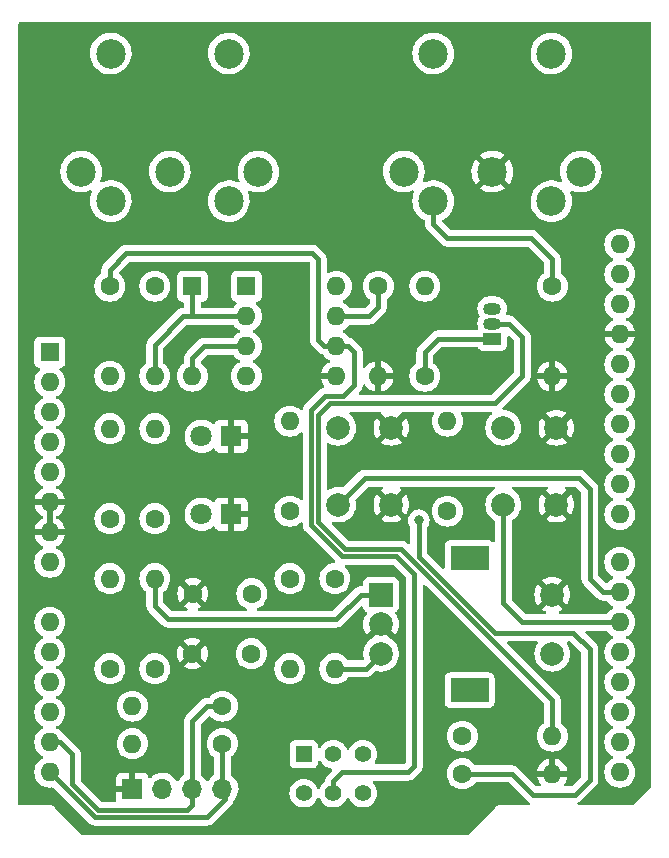
<source format=gbr>
%TF.GenerationSoftware,KiCad,Pcbnew,(6.0.7)*%
%TF.CreationDate,2023-06-18T21:31:42-04:00*%
%TF.ProjectId,MIDI_Arduino_shield,4d494449-5f41-4726-9475-696e6f5f7368,rev?*%
%TF.SameCoordinates,Original*%
%TF.FileFunction,Copper,L1,Top*%
%TF.FilePolarity,Positive*%
%FSLAX46Y46*%
G04 Gerber Fmt 4.6, Leading zero omitted, Abs format (unit mm)*
G04 Created by KiCad (PCBNEW (6.0.7)) date 2023-06-18 21:31:42*
%MOMM*%
%LPD*%
G01*
G04 APERTURE LIST*
%TA.AperFunction,ComponentPad*%
%ADD10C,1.600000*%
%TD*%
%TA.AperFunction,ComponentPad*%
%ADD11O,1.600000X1.600000*%
%TD*%
%TA.AperFunction,ComponentPad*%
%ADD12R,1.800000X1.800000*%
%TD*%
%TA.AperFunction,ComponentPad*%
%ADD13C,1.800000*%
%TD*%
%TA.AperFunction,ComponentPad*%
%ADD14R,2.000000X2.000000*%
%TD*%
%TA.AperFunction,ComponentPad*%
%ADD15C,2.000000*%
%TD*%
%TA.AperFunction,ComponentPad*%
%ADD16R,3.200000X2.000000*%
%TD*%
%TA.AperFunction,ComponentPad*%
%ADD17C,2.500000*%
%TD*%
%TA.AperFunction,ComponentPad*%
%ADD18R,1.600000X1.600000*%
%TD*%
%TA.AperFunction,ComponentPad*%
%ADD19R,1.700000X1.700000*%
%TD*%
%TA.AperFunction,ComponentPad*%
%ADD20O,1.700000X1.700000*%
%TD*%
%TA.AperFunction,ComponentPad*%
%ADD21R,1.400000X1.400000*%
%TD*%
%TA.AperFunction,ComponentPad*%
%ADD22C,1.400000*%
%TD*%
%TA.AperFunction,ComponentPad*%
%ADD23R,1.500000X1.050000*%
%TD*%
%TA.AperFunction,ComponentPad*%
%ADD24O,1.500000X1.050000*%
%TD*%
%TA.AperFunction,ViaPad*%
%ADD25C,0.800000*%
%TD*%
%TA.AperFunction,Conductor*%
%ADD26C,0.400000*%
%TD*%
G04 APERTURE END LIST*
D10*
%TO.P,R17,1*%
%TO.N,Net-(U2-Pad7)*%
X152908000Y-78740000D03*
D11*
%TO.P,R17,2*%
%TO.N,GND*%
X152908000Y-86360000D03*
%TD*%
D12*
%TO.P,D2,1,K*%
%TO.N,GND*%
X140467000Y-91440000D03*
D13*
%TO.P,D2,2,A*%
%TO.N,Net-(D2-Pad2)*%
X137927000Y-91440000D03*
%TD*%
D14*
%TO.P,SW1,A,A*%
%TO.N,Net-(R9-Pad2)*%
X153140000Y-104855000D03*
D15*
%TO.P,SW1,B,B*%
%TO.N,Net-(R10-Pad2)*%
X153140000Y-109855000D03*
%TO.P,SW1,C,C*%
%TO.N,GND*%
X153140000Y-107355000D03*
D16*
%TO.P,SW1,MP*%
%TO.N,N/C*%
X160640000Y-112955000D03*
X160640000Y-101755000D03*
D15*
%TO.P,SW1,S1,S1*%
%TO.N,D4*%
X167640000Y-109855000D03*
%TO.P,SW1,S2,S2*%
%TO.N,GND*%
X167640000Y-104855000D03*
%TD*%
D10*
%TO.P,R7,1*%
%TO.N,D3*%
X145415000Y-103505000D03*
D11*
%TO.P,R7,2*%
%TO.N,+5V*%
X145415000Y-111125000D03*
%TD*%
D10*
%TO.P,R16,1*%
%TO.N,D8*%
X130175000Y-98425000D03*
D11*
%TO.P,R16,2*%
%TO.N,Net-(D3-Pad2)*%
X130175000Y-90805000D03*
%TD*%
D10*
%TO.P,R5,1*%
%TO.N,Net-(J3-Pad5)*%
X133985000Y-78740000D03*
D11*
%TO.P,R5,2*%
%TO.N,Net-(D1-Pad1)*%
X133985000Y-86360000D03*
%TD*%
D15*
%TO.P,SW3,1,1*%
%TO.N,D6*%
X149515000Y-97230000D03*
X149515000Y-90730000D03*
%TO.P,SW3,2,2*%
%TO.N,GND*%
X154015000Y-90730000D03*
X154015000Y-97230000D03*
%TD*%
D17*
%TO.P,J3,1*%
%TO.N,unconnected-(J3-Pad1)*%
X127755000Y-69040000D03*
%TO.P,J3,2*%
%TO.N,unconnected-(J3-Pad2)*%
X135255000Y-69040000D03*
%TO.P,J3,3*%
%TO.N,unconnected-(J3-Pad3)*%
X142755000Y-69040000D03*
%TO.P,J3,4*%
%TO.N,Net-(D1-Pad2)*%
X130255000Y-71540000D03*
%TO.P,J3,5*%
%TO.N,Net-(J3-Pad5)*%
X140255000Y-71540000D03*
%TO.P,J3,6*%
%TO.N,N/C*%
X130255000Y-59040000D03*
X140255000Y-59040000D03*
%TD*%
D10*
%TO.P,C1,1*%
%TO.N,D3*%
X142200000Y-104775000D03*
%TO.P,C1,2*%
%TO.N,GND*%
X137200000Y-104775000D03*
%TD*%
%TO.P,R15,1*%
%TO.N,D7*%
X133985000Y-98425000D03*
D11*
%TO.P,R15,2*%
%TO.N,Net-(D2-Pad2)*%
X133985000Y-90805000D03*
%TD*%
D10*
%TO.P,R9,1*%
%TO.N,D2*%
X133985000Y-111125000D03*
D11*
%TO.P,R9,2*%
%TO.N,Net-(R9-Pad2)*%
X133985000Y-103505000D03*
%TD*%
D15*
%TO.P,SW2,1,1*%
%TO.N,D5*%
X163485000Y-97230000D03*
X163485000Y-90730000D03*
%TO.P,SW2,2,2*%
%TO.N,GND*%
X167985000Y-97230000D03*
X167985000Y-90730000D03*
%TD*%
D10*
%TO.P,R3,1*%
%TO.N,Net-(Q1-Pad1)*%
X160020000Y-120015000D03*
D11*
%TO.P,R3,2*%
%TO.N,GND*%
X167640000Y-120015000D03*
%TD*%
D10*
%TO.P,R13,1*%
%TO.N,SDA*%
X139700000Y-114300000D03*
D11*
%TO.P,R13,2*%
%TO.N,+5V*%
X132080000Y-114300000D03*
%TD*%
D10*
%TO.P,R11,1*%
%TO.N,D6*%
X145415000Y-97790000D03*
D11*
%TO.P,R11,2*%
%TO.N,+5V*%
X145415000Y-90170000D03*
%TD*%
D10*
%TO.P,C2,1*%
%TO.N,D2*%
X142160000Y-109855000D03*
%TO.P,C2,2*%
%TO.N,GND*%
X137160000Y-109855000D03*
%TD*%
%TO.P,R1,1*%
%TO.N,Net-(J2-Pad4)*%
X167640000Y-78740000D03*
D11*
%TO.P,R1,2*%
%TO.N,GND*%
X167640000Y-86360000D03*
%TD*%
D10*
%TO.P,R14,1*%
%TO.N,SCL*%
X139700000Y-117475000D03*
D11*
%TO.P,R14,2*%
%TO.N,+5V*%
X132080000Y-117475000D03*
%TD*%
D10*
%TO.P,R6,1*%
%TO.N,Net-(R6-Pad1)*%
X130175000Y-78740000D03*
D11*
%TO.P,R6,2*%
%TO.N,+5V*%
X130175000Y-86360000D03*
%TD*%
D12*
%TO.P,D3,1,K*%
%TO.N,GND*%
X140462000Y-98044000D03*
D13*
%TO.P,D3,2,A*%
%TO.N,Net-(D3-Pad2)*%
X137922000Y-98044000D03*
%TD*%
D17*
%TO.P,J2,1*%
%TO.N,unconnected-(J2-Pad1)*%
X155060000Y-69040000D03*
%TO.P,J2,2*%
%TO.N,GND*%
X162560000Y-69040000D03*
%TO.P,J2,3*%
%TO.N,unconnected-(J2-Pad3)*%
X170060000Y-69040000D03*
%TO.P,J2,4*%
%TO.N,Net-(J2-Pad4)*%
X157560000Y-71540000D03*
%TO.P,J2,5*%
%TO.N,Net-(J2-Pad5)*%
X167560000Y-71540000D03*
%TO.P,J2,6*%
%TO.N,N/C*%
X167560000Y-59040000D03*
X157560000Y-59040000D03*
%TD*%
D18*
%TO.P,U2,1,NC*%
%TO.N,unconnected-(U2-Pad1)*%
X141732000Y-78740000D03*
D11*
%TO.P,U2,2,C1*%
%TO.N,Net-(D1-Pad1)*%
X141732000Y-81280000D03*
%TO.P,U2,3,C2*%
%TO.N,Net-(D1-Pad2)*%
X141732000Y-83820000D03*
%TO.P,U2,4,NC*%
%TO.N,unconnected-(U2-Pad4)*%
X141732000Y-86360000D03*
%TO.P,U2,5,GND*%
%TO.N,GND*%
X149352000Y-86360000D03*
%TO.P,U2,6,VO2*%
%TO.N,Net-(R6-Pad1)*%
X149352000Y-83820000D03*
%TO.P,U2,7,VO1*%
%TO.N,Net-(U2-Pad7)*%
X149352000Y-81280000D03*
%TO.P,U2,8,VCC*%
%TO.N,+5V*%
X149352000Y-78740000D03*
%TD*%
D18*
%TO.P,D1,1,K*%
%TO.N,Net-(D1-Pad1)*%
X137160000Y-78740000D03*
D11*
%TO.P,D1,2,A*%
%TO.N,Net-(D1-Pad2)*%
X137160000Y-86360000D03*
%TD*%
D10*
%TO.P,R10,1*%
%TO.N,D3*%
X149225000Y-103505000D03*
D11*
%TO.P,R10,2*%
%TO.N,Net-(R10-Pad2)*%
X149225000Y-111125000D03*
%TD*%
D10*
%TO.P,R12,1*%
%TO.N,D5*%
X158750000Y-97790000D03*
D11*
%TO.P,R12,2*%
%TO.N,+5V*%
X158750000Y-90170000D03*
%TD*%
D10*
%TO.P,R4,1*%
%TO.N,Net-(Q1-Pad1)*%
X156845000Y-86360000D03*
D11*
%TO.P,R4,2*%
%TO.N,Net-(J2-Pad5)*%
X156845000Y-78740000D03*
%TD*%
D10*
%TO.P,R2,1*%
%TO.N,Net-(R2-Pad1)*%
X160020000Y-116840000D03*
D11*
%TO.P,R2,2*%
%TO.N,Net-(Q1-Pad2)*%
X167640000Y-116840000D03*
%TD*%
D19*
%TO.P,J4,1,Pin_1*%
%TO.N,GND*%
X132090000Y-121285000D03*
D20*
%TO.P,J4,2,Pin_2*%
%TO.N,+5V*%
X134630000Y-121285000D03*
%TO.P,J4,3,Pin_3*%
%TO.N,SDA*%
X137170000Y-121285000D03*
%TO.P,J4,4,Pin_4*%
%TO.N,SCL*%
X139710000Y-121285000D03*
%TD*%
D10*
%TO.P,R8,1*%
%TO.N,D2*%
X130175000Y-111125000D03*
D11*
%TO.P,R8,2*%
%TO.N,+5V*%
X130175000Y-103505000D03*
%TD*%
D21*
%TO.P,SW4,1,A*%
%TO.N,TX*%
X146598000Y-118364000D03*
D22*
%TO.P,SW4,2,B*%
%TO.N,Net-(R2-Pad1)*%
X149098000Y-118364000D03*
%TO.P,SW4,3,C*%
%TO.N,unconnected-(SW4-Pad3)*%
X151598000Y-118364000D03*
%TO.P,SW4,4,A*%
%TO.N,RX*%
X146598000Y-121664000D03*
%TO.P,SW4,5,B*%
%TO.N,Net-(R6-Pad1)*%
X149098000Y-121664000D03*
%TO.P,SW4,6,C*%
%TO.N,unconnected-(SW4-Pad6)*%
X151598000Y-121664000D03*
%TD*%
D23*
%TO.P,Q1,1,E*%
%TO.N,Net-(Q1-Pad1)*%
X162560000Y-83185000D03*
D24*
%TO.P,Q1,2,B*%
%TO.N,Net-(Q1-Pad2)*%
X162560000Y-81915000D03*
%TO.P,Q1,3,C*%
%TO.N,+5V*%
X162560000Y-80645000D03*
%TD*%
D11*
%TO.P,A1,32,SCL/A5*%
%TO.N,unconnected-(A1-Pad32)*%
X173355000Y-75188000D03*
%TO.P,A1,31,SDA/A4*%
%TO.N,unconnected-(A1-Pad31)*%
X173355000Y-77728000D03*
%TO.P,A1,30,AREF*%
%TO.N,unconnected-(A1-Pad30)*%
X173355000Y-80268000D03*
%TO.P,A1,29,GND*%
%TO.N,GND*%
X173355000Y-82808000D03*
%TO.P,A1,28,D13*%
%TO.N,unconnected-(A1-Pad28)*%
X173355000Y-85348000D03*
%TO.P,A1,27,D12*%
%TO.N,unconnected-(A1-Pad27)*%
X173355000Y-87888000D03*
%TO.P,A1,26,D11*%
%TO.N,unconnected-(A1-Pad26)*%
X173355000Y-90428000D03*
%TO.P,A1,25,D10*%
%TO.N,unconnected-(A1-Pad25)*%
X173355000Y-92968000D03*
%TO.P,A1,24,D9*%
%TO.N,unconnected-(A1-Pad24)*%
X173355000Y-95508000D03*
%TO.P,A1,23,D8*%
%TO.N,D8*%
X173355000Y-98048000D03*
%TO.P,A1,22,D7*%
%TO.N,D7*%
X173355000Y-102108000D03*
%TO.P,A1,21,D6*%
%TO.N,D6*%
X173355000Y-104648000D03*
%TO.P,A1,20,D5*%
%TO.N,D5*%
X173355000Y-107188000D03*
%TO.P,A1,19,D4*%
%TO.N,D4*%
X173355000Y-109728000D03*
%TO.P,A1,18,D3*%
%TO.N,D3*%
X173355000Y-112268000D03*
%TO.P,A1,17,D2*%
%TO.N,D2*%
X173355000Y-114808000D03*
%TO.P,A1,16,D1/TX*%
%TO.N,TX*%
X173355000Y-117348000D03*
%TO.P,A1,15,D0/RX*%
%TO.N,RX*%
X173355000Y-119888000D03*
%TO.P,A1,14,SCL/A5*%
%TO.N,SCL*%
X125095000Y-119888000D03*
%TO.P,A1,13,SDA/A4*%
%TO.N,SDA*%
X125095000Y-117348000D03*
%TO.P,A1,12,A3*%
%TO.N,unconnected-(A1-Pad12)*%
X125095000Y-114808000D03*
%TO.P,A1,11,A2*%
%TO.N,unconnected-(A1-Pad11)*%
X125095000Y-112268000D03*
%TO.P,A1,10,A1*%
%TO.N,unconnected-(A1-Pad10)*%
X125095000Y-109728000D03*
%TO.P,A1,9,A0*%
%TO.N,unconnected-(A1-Pad9)*%
X125095000Y-107188000D03*
%TO.P,A1,8,VIN*%
%TO.N,unconnected-(A1-Pad8)*%
X125095000Y-102108000D03*
%TO.P,A1,7,GND*%
%TO.N,GND*%
X125095000Y-99568000D03*
%TO.P,A1,6,GND*%
X125095000Y-97028000D03*
%TO.P,A1,5,+5V*%
%TO.N,+5V*%
X125095000Y-94488000D03*
%TO.P,A1,4,3V3*%
%TO.N,unconnected-(A1-Pad4)*%
X125095000Y-91948000D03*
%TO.P,A1,3,~{RESET}*%
%TO.N,unconnected-(A1-Pad3)*%
X125095000Y-89408000D03*
%TO.P,A1,2,IOREF*%
%TO.N,unconnected-(A1-Pad2)*%
X125095000Y-86868000D03*
D18*
%TO.P,A1,1,NC*%
%TO.N,unconnected-(A1-Pad1)*%
X125095000Y-84328000D03*
%TD*%
D25*
%TO.N,Net-(Q1-Pad1)*%
X156337000Y-98552000D03*
%TD*%
D26*
%TO.N,Net-(J2-Pad4)*%
X157560000Y-73486000D02*
X157560000Y-71540000D01*
X165862000Y-74676000D02*
X158750000Y-74676000D01*
X167640000Y-76454000D02*
X165862000Y-74676000D01*
X167640000Y-78740000D02*
X167640000Y-76454000D01*
X158750000Y-74676000D02*
X157560000Y-73486000D01*
%TO.N,Net-(D1-Pad2)*%
X137160000Y-84836000D02*
X137160000Y-86360000D01*
X141732000Y-83820000D02*
X138176000Y-83820000D01*
X138176000Y-83820000D02*
X137160000Y-84836000D01*
%TO.N,Net-(D1-Pad1)*%
X137160000Y-78740000D02*
X137160000Y-81280000D01*
X136398000Y-81280000D02*
X137160000Y-81280000D01*
X137160000Y-81280000D02*
X138938000Y-81280000D01*
X133985000Y-83693000D02*
X136398000Y-81280000D01*
X133985000Y-86360000D02*
X133985000Y-83693000D01*
X141732000Y-81280000D02*
X138938000Y-81280000D01*
%TO.N,Net-(R6-Pad1)*%
X147828000Y-83312000D02*
X147828000Y-76454000D01*
X148336000Y-83820000D02*
X147828000Y-83312000D01*
X149352000Y-83820000D02*
X148336000Y-83820000D01*
X147828000Y-76454000D02*
X147320000Y-75946000D01*
X131572000Y-75946000D02*
X147320000Y-75946000D01*
X149098000Y-120650000D02*
X149098000Y-121664000D01*
X149860000Y-119888000D02*
X149098000Y-120650000D01*
X155448000Y-119888000D02*
X149860000Y-119888000D01*
X155956000Y-119380000D02*
X155448000Y-119888000D01*
X155956000Y-103124000D02*
X155956000Y-119380000D01*
X154432000Y-101600000D02*
X155956000Y-103124000D01*
X149860000Y-101600000D02*
X154432000Y-101600000D01*
X148428000Y-88046000D02*
X147228000Y-89246000D01*
X147228000Y-98968000D02*
X149860000Y-101600000D01*
X149952000Y-88046000D02*
X148428000Y-88046000D01*
X150876000Y-87122000D02*
X149952000Y-88046000D01*
X147228000Y-89246000D02*
X147228000Y-98968000D01*
X150876000Y-84328000D02*
X150876000Y-87122000D01*
X150368000Y-83820000D02*
X150876000Y-84328000D01*
X149352000Y-83820000D02*
X150368000Y-83820000D01*
%TO.N,Net-(U2-Pad7)*%
X152908000Y-80518000D02*
X152908000Y-78740000D01*
X152146000Y-81280000D02*
X152908000Y-80518000D01*
X149352000Y-81280000D02*
X152146000Y-81280000D01*
%TO.N,Net-(Q1-Pad1)*%
X165989000Y-108077000D02*
X162773528Y-108077000D01*
X164211000Y-120015000D02*
X165989000Y-121793000D01*
X170815000Y-120523000D02*
X170815000Y-109474000D01*
X160020000Y-120015000D02*
X164211000Y-120015000D01*
X162773528Y-108077000D02*
X156337000Y-101640472D01*
X156845000Y-84328000D02*
X156845000Y-85725000D01*
X165989000Y-121793000D02*
X169545000Y-121793000D01*
X157988000Y-83185000D02*
X156845000Y-84328000D01*
X169545000Y-121793000D02*
X170561000Y-120777000D01*
X156337000Y-101640472D02*
X156337000Y-98552000D01*
X169418000Y-108077000D02*
X165989000Y-108077000D01*
X170561000Y-120777000D02*
X170815000Y-120523000D01*
X162560000Y-83185000D02*
X157988000Y-83185000D01*
X170815000Y-109474000D02*
X169418000Y-108077000D01*
%TO.N,Net-(Q1-Pad2)*%
X162814000Y-88646000D02*
X148844000Y-88646000D01*
X162560000Y-81915000D02*
X163957000Y-81915000D01*
X163957000Y-81915000D02*
X165100000Y-83058000D01*
X147828000Y-98719472D02*
X150108528Y-101000000D01*
X165100000Y-86360000D02*
X162814000Y-88646000D01*
X148844000Y-88646000D02*
X147828000Y-89662000D01*
X150108528Y-101000000D02*
X154848000Y-101000000D01*
X165100000Y-83058000D02*
X165100000Y-86360000D01*
X154848000Y-101000000D02*
X167640000Y-113792000D01*
X167640000Y-113792000D02*
X167640000Y-116840000D01*
X147828000Y-89662000D02*
X147828000Y-98719472D01*
%TO.N,D5*%
X173355000Y-107188000D02*
X165100000Y-107188000D01*
X163485000Y-105573000D02*
X163485000Y-97230000D01*
X165100000Y-107188000D02*
X163485000Y-105573000D01*
%TO.N,D6*%
X170815000Y-103505000D02*
X171958000Y-104648000D01*
X151749000Y-94996000D02*
X169926000Y-94996000D01*
X169926000Y-94996000D02*
X170815000Y-95885000D01*
X171958000Y-104648000D02*
X173355000Y-104648000D01*
X170815000Y-95885000D02*
X170815000Y-103505000D01*
X149515000Y-97230000D02*
X151749000Y-94996000D01*
%TO.N,Net-(R9-Pad2)*%
X151431000Y-104855000D02*
X149352000Y-106934000D01*
X135128000Y-106934000D02*
X133985000Y-105791000D01*
X133985000Y-105791000D02*
X133985000Y-103505000D01*
X153140000Y-104855000D02*
X151431000Y-104855000D01*
X149352000Y-106934000D02*
X135128000Y-106934000D01*
%TO.N,Net-(R10-Pad2)*%
X151870000Y-111125000D02*
X153140000Y-109855000D01*
X149225000Y-111125000D02*
X151870000Y-111125000D01*
%TO.N,SDA*%
X125984000Y-117348000D02*
X125095000Y-117348000D01*
X129194000Y-123098000D02*
X127000000Y-120904000D01*
X137170000Y-115560000D02*
X138430000Y-114300000D01*
X136744000Y-123098000D02*
X129194000Y-123098000D01*
X138430000Y-114300000D02*
X139700000Y-114300000D01*
X137170000Y-121285000D02*
X137170000Y-115560000D01*
X137170000Y-122672000D02*
X136744000Y-123098000D01*
X137170000Y-121285000D02*
X137170000Y-122672000D01*
X127000000Y-120904000D02*
X127000000Y-118364000D01*
X127000000Y-118364000D02*
X125984000Y-117348000D01*
%TO.N,SCL*%
X139700000Y-117475000D02*
X139700000Y-121275000D01*
X125095000Y-119888000D02*
X128905000Y-123698000D01*
X139700000Y-121275000D02*
X139710000Y-121285000D01*
X138430000Y-123698000D02*
X139954000Y-122174000D01*
X139954000Y-121529000D02*
X139710000Y-121285000D01*
X128905000Y-123698000D02*
X138430000Y-123698000D01*
X139954000Y-122174000D02*
X139954000Y-121529000D01*
%TO.N,Net-(R6-Pad1)*%
X130175000Y-78740000D02*
X130175000Y-77343000D01*
X130175000Y-77343000D02*
X131572000Y-75946000D01*
%TD*%
%TA.AperFunction,Conductor*%
%TO.N,GND*%
G36*
X175963621Y-56408502D02*
G01*
X176010114Y-56462158D01*
X176021500Y-56514500D01*
X176021500Y-121022183D01*
X176001498Y-121090304D01*
X175984595Y-121111278D01*
X174451278Y-122644595D01*
X174388966Y-122678621D01*
X174362183Y-122681500D01*
X169888047Y-122681500D01*
X169819926Y-122661498D01*
X169773433Y-122607842D01*
X169763329Y-122537568D01*
X169792823Y-122472988D01*
X169843508Y-122437634D01*
X169854314Y-122433551D01*
X169868551Y-122428172D01*
X169868553Y-122428171D01*
X169875656Y-122425487D01*
X169881918Y-122421183D01*
X169884285Y-122419946D01*
X169899097Y-122411701D01*
X169901351Y-122410368D01*
X169908305Y-122407315D01*
X169959002Y-122368413D01*
X169964332Y-122364541D01*
X170010720Y-122332661D01*
X170010725Y-122332656D01*
X170016981Y-122328357D01*
X170028132Y-122315842D01*
X170058435Y-122281830D01*
X170063416Y-122276554D01*
X171092393Y-121247577D01*
X171295527Y-121044444D01*
X171301792Y-121038590D01*
X171339664Y-121005552D01*
X171339665Y-121005551D01*
X171345385Y-121000561D01*
X171382136Y-120948271D01*
X171386028Y-120943029D01*
X171425476Y-120892718D01*
X171428600Y-120885799D01*
X171429988Y-120883507D01*
X171438357Y-120868835D01*
X171439622Y-120866475D01*
X171443990Y-120860261D01*
X171449667Y-120845702D01*
X171467202Y-120800725D01*
X171469759Y-120794642D01*
X171492918Y-120743352D01*
X171496045Y-120736427D01*
X171497430Y-120728954D01*
X171498234Y-120726388D01*
X171502855Y-120710165D01*
X171503520Y-120707573D01*
X171506282Y-120700491D01*
X171514622Y-120637139D01*
X171515654Y-120630623D01*
X171524087Y-120585123D01*
X171527295Y-120567814D01*
X171523709Y-120505620D01*
X171523500Y-120498367D01*
X171523500Y-109502912D01*
X171523792Y-109494342D01*
X171527209Y-109444224D01*
X171527209Y-109444220D01*
X171527725Y-109436648D01*
X171516739Y-109373703D01*
X171515777Y-109367182D01*
X171509015Y-109311304D01*
X171508102Y-109303758D01*
X171505416Y-109296650D01*
X171504779Y-109294056D01*
X171500318Y-109277750D01*
X171499548Y-109275199D01*
X171498242Y-109267716D01*
X171472561Y-109209212D01*
X171470069Y-109203105D01*
X171450173Y-109150452D01*
X171450173Y-109150451D01*
X171447487Y-109143344D01*
X171443184Y-109137083D01*
X171441947Y-109134717D01*
X171433720Y-109119937D01*
X171432369Y-109117652D01*
X171429315Y-109110695D01*
X171424695Y-109104675D01*
X171424692Y-109104669D01*
X171390421Y-109060009D01*
X171386541Y-109054668D01*
X171354661Y-109008280D01*
X171354656Y-109008275D01*
X171350357Y-109002019D01*
X171303829Y-108960564D01*
X171298554Y-108955584D01*
X170454565Y-108111595D01*
X170420539Y-108049283D01*
X170425604Y-107978468D01*
X170468151Y-107921632D01*
X170534671Y-107896821D01*
X170543660Y-107896500D01*
X172188122Y-107896500D01*
X172256243Y-107916502D01*
X172291335Y-107950229D01*
X172345643Y-108027789D01*
X172348802Y-108032300D01*
X172510700Y-108194198D01*
X172515208Y-108197355D01*
X172515211Y-108197357D01*
X172593389Y-108252098D01*
X172698251Y-108325523D01*
X172703233Y-108327846D01*
X172703238Y-108327849D01*
X172737457Y-108343805D01*
X172790742Y-108390722D01*
X172810203Y-108458999D01*
X172789661Y-108526959D01*
X172737457Y-108572195D01*
X172703238Y-108588151D01*
X172703233Y-108588154D01*
X172698251Y-108590477D01*
X172614569Y-108649072D01*
X172515211Y-108718643D01*
X172515208Y-108718645D01*
X172510700Y-108721802D01*
X172348802Y-108883700D01*
X172217477Y-109071251D01*
X172215154Y-109076233D01*
X172215151Y-109076238D01*
X172174313Y-109163817D01*
X172120716Y-109278757D01*
X172119294Y-109284065D01*
X172119293Y-109284067D01*
X172062950Y-109494342D01*
X172061457Y-109499913D01*
X172041502Y-109728000D01*
X172061457Y-109956087D01*
X172062881Y-109961400D01*
X172062881Y-109961402D01*
X172105057Y-110118802D01*
X172120716Y-110177243D01*
X172123039Y-110182224D01*
X172123039Y-110182225D01*
X172215151Y-110379762D01*
X172215154Y-110379767D01*
X172217477Y-110384749D01*
X172272789Y-110463743D01*
X172345239Y-110567211D01*
X172348802Y-110572300D01*
X172510700Y-110734198D01*
X172515208Y-110737355D01*
X172515211Y-110737357D01*
X172530661Y-110748175D01*
X172698251Y-110865523D01*
X172703233Y-110867846D01*
X172703238Y-110867849D01*
X172737457Y-110883805D01*
X172790742Y-110930722D01*
X172810203Y-110998999D01*
X172789661Y-111066959D01*
X172737457Y-111112195D01*
X172703238Y-111128151D01*
X172703233Y-111128154D01*
X172698251Y-111130477D01*
X172645353Y-111167517D01*
X172515211Y-111258643D01*
X172515208Y-111258645D01*
X172510700Y-111261802D01*
X172348802Y-111423700D01*
X172345645Y-111428208D01*
X172345643Y-111428211D01*
X172328107Y-111453255D01*
X172217477Y-111611251D01*
X172215154Y-111616233D01*
X172215151Y-111616238D01*
X172124114Y-111811470D01*
X172120716Y-111818757D01*
X172119294Y-111824065D01*
X172119293Y-111824067D01*
X172062881Y-112034598D01*
X172061457Y-112039913D01*
X172041502Y-112268000D01*
X172061457Y-112496087D01*
X172120716Y-112717243D01*
X172123039Y-112722224D01*
X172123039Y-112722225D01*
X172215151Y-112919762D01*
X172215154Y-112919767D01*
X172217477Y-112924749D01*
X172348802Y-113112300D01*
X172510700Y-113274198D01*
X172515208Y-113277355D01*
X172515211Y-113277357D01*
X172576139Y-113320019D01*
X172698251Y-113405523D01*
X172703233Y-113407846D01*
X172703238Y-113407849D01*
X172737457Y-113423805D01*
X172790742Y-113470722D01*
X172810203Y-113538999D01*
X172789661Y-113606959D01*
X172737457Y-113652195D01*
X172703238Y-113668151D01*
X172703233Y-113668154D01*
X172698251Y-113670477D01*
X172593389Y-113743902D01*
X172515211Y-113798643D01*
X172515208Y-113798645D01*
X172510700Y-113801802D01*
X172348802Y-113963700D01*
X172345645Y-113968208D01*
X172345643Y-113968211D01*
X172321190Y-114003134D01*
X172217477Y-114151251D01*
X172215154Y-114156233D01*
X172215151Y-114156238D01*
X172139599Y-114318261D01*
X172120716Y-114358757D01*
X172119294Y-114364065D01*
X172119293Y-114364067D01*
X172108160Y-114405615D01*
X172061457Y-114579913D01*
X172041502Y-114808000D01*
X172061457Y-115036087D01*
X172062881Y-115041400D01*
X172062881Y-115041402D01*
X172111471Y-115222739D01*
X172120716Y-115257243D01*
X172123039Y-115262224D01*
X172123039Y-115262225D01*
X172215151Y-115459762D01*
X172215154Y-115459767D01*
X172217477Y-115464749D01*
X172348802Y-115652300D01*
X172510700Y-115814198D01*
X172515208Y-115817355D01*
X172515211Y-115817357D01*
X172566786Y-115853470D01*
X172698251Y-115945523D01*
X172703233Y-115947846D01*
X172703238Y-115947849D01*
X172737457Y-115963805D01*
X172790742Y-116010722D01*
X172810203Y-116078999D01*
X172789661Y-116146959D01*
X172737457Y-116192195D01*
X172703238Y-116208151D01*
X172703233Y-116208154D01*
X172698251Y-116210477D01*
X172651748Y-116243039D01*
X172515211Y-116338643D01*
X172515208Y-116338645D01*
X172510700Y-116341802D01*
X172348802Y-116503700D01*
X172345645Y-116508208D01*
X172345643Y-116508211D01*
X172290902Y-116586389D01*
X172217477Y-116691251D01*
X172215154Y-116696233D01*
X172215151Y-116696238D01*
X172123039Y-116893775D01*
X172120716Y-116898757D01*
X172061457Y-117119913D01*
X172041502Y-117348000D01*
X172061457Y-117576087D01*
X172062881Y-117581400D01*
X172062881Y-117581402D01*
X172112665Y-117767195D01*
X172120716Y-117797243D01*
X172123039Y-117802224D01*
X172123039Y-117802225D01*
X172215151Y-117999762D01*
X172215154Y-117999767D01*
X172217477Y-118004749D01*
X172279338Y-118093096D01*
X172337534Y-118176207D01*
X172348802Y-118192300D01*
X172510700Y-118354198D01*
X172515208Y-118357355D01*
X172515211Y-118357357D01*
X172560812Y-118389287D01*
X172698251Y-118485523D01*
X172703233Y-118487846D01*
X172703238Y-118487849D01*
X172737457Y-118503805D01*
X172790742Y-118550722D01*
X172810203Y-118618999D01*
X172789661Y-118686959D01*
X172737457Y-118732195D01*
X172703238Y-118748151D01*
X172703233Y-118748154D01*
X172698251Y-118750477D01*
X172644636Y-118788019D01*
X172515211Y-118878643D01*
X172515208Y-118878645D01*
X172510700Y-118881802D01*
X172348802Y-119043700D01*
X172345645Y-119048208D01*
X172345643Y-119048211D01*
X172303276Y-119108717D01*
X172217477Y-119231251D01*
X172215154Y-119236233D01*
X172215151Y-119236238D01*
X172123736Y-119432281D01*
X172120716Y-119438757D01*
X172119294Y-119444065D01*
X172119293Y-119444067D01*
X172079272Y-119593427D01*
X172061457Y-119659913D01*
X172041502Y-119888000D01*
X172061457Y-120116087D01*
X172062881Y-120121400D01*
X172062881Y-120121402D01*
X172107119Y-120286497D01*
X172120716Y-120337243D01*
X172123039Y-120342224D01*
X172123039Y-120342225D01*
X172215151Y-120539762D01*
X172215154Y-120539767D01*
X172217477Y-120544749D01*
X172265555Y-120613411D01*
X172305290Y-120670158D01*
X172348802Y-120732300D01*
X172510700Y-120894198D01*
X172515208Y-120897355D01*
X172515211Y-120897357D01*
X172576923Y-120940568D01*
X172698251Y-121025523D01*
X172703233Y-121027846D01*
X172703238Y-121027849D01*
X172824728Y-121084500D01*
X172905757Y-121122284D01*
X172911065Y-121123706D01*
X172911067Y-121123707D01*
X173121598Y-121180119D01*
X173121600Y-121180119D01*
X173126913Y-121181543D01*
X173355000Y-121201498D01*
X173583087Y-121181543D01*
X173588400Y-121180119D01*
X173588402Y-121180119D01*
X173798933Y-121123707D01*
X173798935Y-121123706D01*
X173804243Y-121122284D01*
X173885272Y-121084500D01*
X174006762Y-121027849D01*
X174006767Y-121027846D01*
X174011749Y-121025523D01*
X174133077Y-120940568D01*
X174194789Y-120897357D01*
X174194792Y-120897355D01*
X174199300Y-120894198D01*
X174361198Y-120732300D01*
X174404711Y-120670158D01*
X174444445Y-120613411D01*
X174492523Y-120544749D01*
X174494846Y-120539767D01*
X174494849Y-120539762D01*
X174586961Y-120342225D01*
X174586961Y-120342224D01*
X174589284Y-120337243D01*
X174602882Y-120286497D01*
X174647119Y-120121402D01*
X174647119Y-120121400D01*
X174648543Y-120116087D01*
X174668498Y-119888000D01*
X174648543Y-119659913D01*
X174630728Y-119593427D01*
X174590707Y-119444067D01*
X174590706Y-119444065D01*
X174589284Y-119438757D01*
X174586264Y-119432281D01*
X174494849Y-119236238D01*
X174494846Y-119236233D01*
X174492523Y-119231251D01*
X174406724Y-119108717D01*
X174364357Y-119048211D01*
X174364355Y-119048208D01*
X174361198Y-119043700D01*
X174199300Y-118881802D01*
X174194792Y-118878645D01*
X174194789Y-118878643D01*
X174065364Y-118788019D01*
X174011749Y-118750477D01*
X174006767Y-118748154D01*
X174006762Y-118748151D01*
X173972543Y-118732195D01*
X173919258Y-118685278D01*
X173899797Y-118617001D01*
X173920339Y-118549041D01*
X173972543Y-118503805D01*
X174006762Y-118487849D01*
X174006767Y-118487846D01*
X174011749Y-118485523D01*
X174149188Y-118389287D01*
X174194789Y-118357357D01*
X174194792Y-118357355D01*
X174199300Y-118354198D01*
X174361198Y-118192300D01*
X174372467Y-118176207D01*
X174430662Y-118093096D01*
X174492523Y-118004749D01*
X174494846Y-117999767D01*
X174494849Y-117999762D01*
X174586961Y-117802225D01*
X174586961Y-117802224D01*
X174589284Y-117797243D01*
X174597336Y-117767195D01*
X174647119Y-117581402D01*
X174647119Y-117581400D01*
X174648543Y-117576087D01*
X174668498Y-117348000D01*
X174648543Y-117119913D01*
X174589284Y-116898757D01*
X174586961Y-116893775D01*
X174494849Y-116696238D01*
X174494846Y-116696233D01*
X174492523Y-116691251D01*
X174419098Y-116586389D01*
X174364357Y-116508211D01*
X174364355Y-116508208D01*
X174361198Y-116503700D01*
X174199300Y-116341802D01*
X174194792Y-116338645D01*
X174194789Y-116338643D01*
X174058252Y-116243039D01*
X174011749Y-116210477D01*
X174006767Y-116208154D01*
X174006762Y-116208151D01*
X173972543Y-116192195D01*
X173919258Y-116145278D01*
X173899797Y-116077001D01*
X173920339Y-116009041D01*
X173972543Y-115963805D01*
X174006762Y-115947849D01*
X174006767Y-115947846D01*
X174011749Y-115945523D01*
X174143214Y-115853470D01*
X174194789Y-115817357D01*
X174194792Y-115817355D01*
X174199300Y-115814198D01*
X174361198Y-115652300D01*
X174492523Y-115464749D01*
X174494846Y-115459767D01*
X174494849Y-115459762D01*
X174586961Y-115262225D01*
X174586961Y-115262224D01*
X174589284Y-115257243D01*
X174598530Y-115222739D01*
X174647119Y-115041402D01*
X174647119Y-115041400D01*
X174648543Y-115036087D01*
X174668498Y-114808000D01*
X174648543Y-114579913D01*
X174601840Y-114405615D01*
X174590707Y-114364067D01*
X174590706Y-114364065D01*
X174589284Y-114358757D01*
X174570401Y-114318261D01*
X174494849Y-114156238D01*
X174494846Y-114156233D01*
X174492523Y-114151251D01*
X174388810Y-114003134D01*
X174364357Y-113968211D01*
X174364355Y-113968208D01*
X174361198Y-113963700D01*
X174199300Y-113801802D01*
X174194792Y-113798645D01*
X174194789Y-113798643D01*
X174116611Y-113743902D01*
X174011749Y-113670477D01*
X174006767Y-113668154D01*
X174006762Y-113668151D01*
X173972543Y-113652195D01*
X173919258Y-113605278D01*
X173899797Y-113537001D01*
X173920339Y-113469041D01*
X173972543Y-113423805D01*
X174006762Y-113407849D01*
X174006767Y-113407846D01*
X174011749Y-113405523D01*
X174133861Y-113320019D01*
X174194789Y-113277357D01*
X174194792Y-113277355D01*
X174199300Y-113274198D01*
X174361198Y-113112300D01*
X174492523Y-112924749D01*
X174494846Y-112919767D01*
X174494849Y-112919762D01*
X174586961Y-112722225D01*
X174586961Y-112722224D01*
X174589284Y-112717243D01*
X174648543Y-112496087D01*
X174668498Y-112268000D01*
X174648543Y-112039913D01*
X174647119Y-112034598D01*
X174590707Y-111824067D01*
X174590706Y-111824065D01*
X174589284Y-111818757D01*
X174585886Y-111811470D01*
X174494849Y-111616238D01*
X174494846Y-111616233D01*
X174492523Y-111611251D01*
X174381893Y-111453255D01*
X174364357Y-111428211D01*
X174364355Y-111428208D01*
X174361198Y-111423700D01*
X174199300Y-111261802D01*
X174194792Y-111258645D01*
X174194789Y-111258643D01*
X174064647Y-111167517D01*
X174011749Y-111130477D01*
X174006767Y-111128154D01*
X174006762Y-111128151D01*
X173972543Y-111112195D01*
X173919258Y-111065278D01*
X173899797Y-110997001D01*
X173920339Y-110929041D01*
X173972543Y-110883805D01*
X174006762Y-110867849D01*
X174006767Y-110867846D01*
X174011749Y-110865523D01*
X174179339Y-110748175D01*
X174194789Y-110737357D01*
X174194792Y-110737355D01*
X174199300Y-110734198D01*
X174361198Y-110572300D01*
X174364762Y-110567211D01*
X174437211Y-110463743D01*
X174492523Y-110384749D01*
X174494846Y-110379767D01*
X174494849Y-110379762D01*
X174586961Y-110182225D01*
X174586961Y-110182224D01*
X174589284Y-110177243D01*
X174604944Y-110118802D01*
X174647119Y-109961402D01*
X174647119Y-109961400D01*
X174648543Y-109956087D01*
X174668498Y-109728000D01*
X174648543Y-109499913D01*
X174647050Y-109494342D01*
X174590707Y-109284067D01*
X174590706Y-109284065D01*
X174589284Y-109278757D01*
X174535687Y-109163817D01*
X174494849Y-109076238D01*
X174494846Y-109076233D01*
X174492523Y-109071251D01*
X174361198Y-108883700D01*
X174199300Y-108721802D01*
X174194792Y-108718645D01*
X174194789Y-108718643D01*
X174095431Y-108649072D01*
X174011749Y-108590477D01*
X174006767Y-108588154D01*
X174006762Y-108588151D01*
X173972543Y-108572195D01*
X173919258Y-108525278D01*
X173899797Y-108457001D01*
X173920339Y-108389041D01*
X173972543Y-108343805D01*
X174006762Y-108327849D01*
X174006767Y-108327846D01*
X174011749Y-108325523D01*
X174116611Y-108252098D01*
X174194789Y-108197357D01*
X174194792Y-108197355D01*
X174199300Y-108194198D01*
X174361198Y-108032300D01*
X174492523Y-107844749D01*
X174494846Y-107839767D01*
X174494849Y-107839762D01*
X174586961Y-107642225D01*
X174586961Y-107642224D01*
X174589284Y-107637243D01*
X174593779Y-107620470D01*
X174647119Y-107421402D01*
X174647119Y-107421400D01*
X174648543Y-107416087D01*
X174668498Y-107188000D01*
X174648543Y-106959913D01*
X174589284Y-106738757D01*
X174554444Y-106664042D01*
X174494849Y-106536238D01*
X174494846Y-106536233D01*
X174492523Y-106531251D01*
X174405704Y-106407261D01*
X174364357Y-106348211D01*
X174364355Y-106348208D01*
X174361198Y-106343700D01*
X174199300Y-106181802D01*
X174194792Y-106178645D01*
X174194789Y-106178643D01*
X174103252Y-106114548D01*
X174011749Y-106050477D01*
X174006767Y-106048154D01*
X174006762Y-106048151D01*
X173972543Y-106032195D01*
X173919258Y-105985278D01*
X173899797Y-105917001D01*
X173920339Y-105849041D01*
X173972543Y-105803805D01*
X174006762Y-105787849D01*
X174006767Y-105787846D01*
X174011749Y-105785523D01*
X174172021Y-105673299D01*
X174194789Y-105657357D01*
X174194792Y-105657355D01*
X174199300Y-105654198D01*
X174361198Y-105492300D01*
X174364762Y-105487211D01*
X174467648Y-105340274D01*
X174492523Y-105304749D01*
X174494846Y-105299767D01*
X174494849Y-105299762D01*
X174586961Y-105102225D01*
X174586961Y-105102224D01*
X174589284Y-105097243D01*
X174648543Y-104876087D01*
X174668498Y-104648000D01*
X174648543Y-104419913D01*
X174647119Y-104414598D01*
X174590707Y-104204067D01*
X174590706Y-104204065D01*
X174589284Y-104198757D01*
X174578118Y-104174811D01*
X174494849Y-103996238D01*
X174494846Y-103996233D01*
X174492523Y-103991251D01*
X174383574Y-103835656D01*
X174364357Y-103808211D01*
X174364355Y-103808208D01*
X174361198Y-103803700D01*
X174199300Y-103641802D01*
X174194792Y-103638645D01*
X174194789Y-103638643D01*
X174116611Y-103583902D01*
X174011749Y-103510477D01*
X174006767Y-103508154D01*
X174006762Y-103508151D01*
X173972543Y-103492195D01*
X173919258Y-103445278D01*
X173899797Y-103377001D01*
X173920339Y-103309041D01*
X173972543Y-103263805D01*
X174006762Y-103247849D01*
X174006767Y-103247846D01*
X174011749Y-103245523D01*
X174134831Y-103159340D01*
X174194789Y-103117357D01*
X174194792Y-103117355D01*
X174199300Y-103114198D01*
X174361198Y-102952300D01*
X174492523Y-102764749D01*
X174494846Y-102759767D01*
X174494849Y-102759762D01*
X174586961Y-102562225D01*
X174586961Y-102562224D01*
X174589284Y-102557243D01*
X174604944Y-102498802D01*
X174647119Y-102341402D01*
X174647119Y-102341400D01*
X174648543Y-102336087D01*
X174668498Y-102108000D01*
X174648543Y-101879913D01*
X174589284Y-101658757D01*
X174586961Y-101653775D01*
X174494849Y-101456238D01*
X174494846Y-101456233D01*
X174492523Y-101451251D01*
X174361198Y-101263700D01*
X174199300Y-101101802D01*
X174194792Y-101098645D01*
X174194789Y-101098643D01*
X174116611Y-101043902D01*
X174011749Y-100970477D01*
X174006767Y-100968154D01*
X174006762Y-100968151D01*
X173809225Y-100876039D01*
X173809224Y-100876039D01*
X173804243Y-100873716D01*
X173798935Y-100872294D01*
X173798933Y-100872293D01*
X173588402Y-100815881D01*
X173588400Y-100815881D01*
X173583087Y-100814457D01*
X173355000Y-100794502D01*
X173126913Y-100814457D01*
X173121600Y-100815881D01*
X173121598Y-100815881D01*
X172911067Y-100872293D01*
X172911065Y-100872294D01*
X172905757Y-100873716D01*
X172900776Y-100876039D01*
X172900775Y-100876039D01*
X172703238Y-100968151D01*
X172703233Y-100968154D01*
X172698251Y-100970477D01*
X172593389Y-101043902D01*
X172515211Y-101098643D01*
X172515208Y-101098645D01*
X172510700Y-101101802D01*
X172348802Y-101263700D01*
X172217477Y-101451251D01*
X172215154Y-101456233D01*
X172215151Y-101456238D01*
X172123039Y-101653775D01*
X172120716Y-101658757D01*
X172061457Y-101879913D01*
X172041502Y-102108000D01*
X172061457Y-102336087D01*
X172062881Y-102341400D01*
X172062881Y-102341402D01*
X172105057Y-102498802D01*
X172120716Y-102557243D01*
X172123039Y-102562224D01*
X172123039Y-102562225D01*
X172215151Y-102759762D01*
X172215154Y-102759767D01*
X172217477Y-102764749D01*
X172348802Y-102952300D01*
X172510700Y-103114198D01*
X172515208Y-103117355D01*
X172515211Y-103117357D01*
X172575169Y-103159340D01*
X172698251Y-103245523D01*
X172703233Y-103247846D01*
X172703238Y-103247849D01*
X172737457Y-103263805D01*
X172790742Y-103310722D01*
X172810203Y-103378999D01*
X172789661Y-103446959D01*
X172737457Y-103492195D01*
X172703238Y-103508151D01*
X172703233Y-103508154D01*
X172698251Y-103510477D01*
X172593389Y-103583902D01*
X172515211Y-103638643D01*
X172515208Y-103638645D01*
X172510700Y-103641802D01*
X172348802Y-103803700D01*
X172345644Y-103808211D01*
X172338919Y-103817815D01*
X172283462Y-103862144D01*
X172212842Y-103869453D01*
X172146610Y-103834640D01*
X171560405Y-103248435D01*
X171526379Y-103186123D01*
X171523500Y-103159340D01*
X171523500Y-98048000D01*
X172041502Y-98048000D01*
X172061457Y-98276087D01*
X172062881Y-98281400D01*
X172062881Y-98281402D01*
X172108951Y-98453334D01*
X172120716Y-98497243D01*
X172123039Y-98502224D01*
X172123039Y-98502225D01*
X172215151Y-98699762D01*
X172215154Y-98699767D01*
X172217477Y-98704749D01*
X172283722Y-98799357D01*
X172339647Y-98879225D01*
X172348802Y-98892300D01*
X172510700Y-99054198D01*
X172515208Y-99057355D01*
X172515211Y-99057357D01*
X172552609Y-99083543D01*
X172698251Y-99185523D01*
X172703233Y-99187846D01*
X172703238Y-99187849D01*
X172900775Y-99279961D01*
X172905757Y-99282284D01*
X172911065Y-99283706D01*
X172911067Y-99283707D01*
X173121598Y-99340119D01*
X173121600Y-99340119D01*
X173126913Y-99341543D01*
X173355000Y-99361498D01*
X173583087Y-99341543D01*
X173588400Y-99340119D01*
X173588402Y-99340119D01*
X173798933Y-99283707D01*
X173798935Y-99283706D01*
X173804243Y-99282284D01*
X173809225Y-99279961D01*
X174006762Y-99187849D01*
X174006767Y-99187846D01*
X174011749Y-99185523D01*
X174157391Y-99083543D01*
X174194789Y-99057357D01*
X174194792Y-99057355D01*
X174199300Y-99054198D01*
X174361198Y-98892300D01*
X174370354Y-98879225D01*
X174426278Y-98799357D01*
X174492523Y-98704749D01*
X174494846Y-98699767D01*
X174494849Y-98699762D01*
X174586961Y-98502225D01*
X174586961Y-98502224D01*
X174589284Y-98497243D01*
X174601050Y-98453334D01*
X174647119Y-98281402D01*
X174647119Y-98281400D01*
X174648543Y-98276087D01*
X174668498Y-98048000D01*
X174648543Y-97819913D01*
X174647119Y-97814598D01*
X174590707Y-97604067D01*
X174590706Y-97604065D01*
X174589284Y-97598757D01*
X174584517Y-97588533D01*
X174494849Y-97396238D01*
X174494846Y-97396233D01*
X174492523Y-97391251D01*
X174378821Y-97228868D01*
X174364357Y-97208211D01*
X174364355Y-97208208D01*
X174361198Y-97203700D01*
X174199300Y-97041802D01*
X174194792Y-97038645D01*
X174194789Y-97038643D01*
X174068495Y-96950211D01*
X174011749Y-96910477D01*
X174006767Y-96908154D01*
X174006762Y-96908151D01*
X173972543Y-96892195D01*
X173919258Y-96845278D01*
X173899797Y-96777001D01*
X173920339Y-96709041D01*
X173972543Y-96663805D01*
X174006762Y-96647849D01*
X174006767Y-96647846D01*
X174011749Y-96645523D01*
X174151259Y-96547837D01*
X174194789Y-96517357D01*
X174194792Y-96517355D01*
X174199300Y-96514198D01*
X174361198Y-96352300D01*
X174492523Y-96164749D01*
X174494846Y-96159767D01*
X174494849Y-96159762D01*
X174586961Y-95962225D01*
X174586961Y-95962224D01*
X174589284Y-95957243D01*
X174593921Y-95939940D01*
X174647119Y-95741402D01*
X174647119Y-95741400D01*
X174648543Y-95736087D01*
X174668498Y-95508000D01*
X174648543Y-95279913D01*
X174612326Y-95144749D01*
X174590707Y-95064067D01*
X174590706Y-95064065D01*
X174589284Y-95058757D01*
X174534945Y-94942225D01*
X174494849Y-94856238D01*
X174494846Y-94856233D01*
X174492523Y-94851251D01*
X174419098Y-94746389D01*
X174364357Y-94668211D01*
X174364355Y-94668208D01*
X174361198Y-94663700D01*
X174199300Y-94501802D01*
X174194792Y-94498645D01*
X174194789Y-94498643D01*
X174092443Y-94426980D01*
X174011749Y-94370477D01*
X174006767Y-94368154D01*
X174006762Y-94368151D01*
X173972543Y-94352195D01*
X173919258Y-94305278D01*
X173899797Y-94237001D01*
X173920339Y-94169041D01*
X173972543Y-94123805D01*
X174006762Y-94107849D01*
X174006767Y-94107846D01*
X174011749Y-94105523D01*
X174116611Y-94032098D01*
X174194789Y-93977357D01*
X174194792Y-93977355D01*
X174199300Y-93974198D01*
X174361198Y-93812300D01*
X174492523Y-93624749D01*
X174494846Y-93619767D01*
X174494849Y-93619762D01*
X174586961Y-93422225D01*
X174586961Y-93422224D01*
X174589284Y-93417243D01*
X174642672Y-93218000D01*
X174647119Y-93201402D01*
X174647119Y-93201400D01*
X174648543Y-93196087D01*
X174668498Y-92968000D01*
X174648543Y-92739913D01*
X174611144Y-92600340D01*
X174590707Y-92524067D01*
X174590706Y-92524065D01*
X174589284Y-92518757D01*
X174574996Y-92488116D01*
X174494849Y-92316238D01*
X174494846Y-92316233D01*
X174492523Y-92311251D01*
X174419098Y-92206389D01*
X174364357Y-92128211D01*
X174364355Y-92128208D01*
X174361198Y-92123700D01*
X174199300Y-91961802D01*
X174194792Y-91958645D01*
X174194789Y-91958643D01*
X174116611Y-91903902D01*
X174011749Y-91830477D01*
X174006767Y-91828154D01*
X174006762Y-91828151D01*
X173972543Y-91812195D01*
X173919258Y-91765278D01*
X173899797Y-91697001D01*
X173920339Y-91629041D01*
X173972543Y-91583805D01*
X174006762Y-91567849D01*
X174006767Y-91567846D01*
X174011749Y-91565523D01*
X174159953Y-91461749D01*
X174194789Y-91437357D01*
X174194792Y-91437355D01*
X174199300Y-91434198D01*
X174361198Y-91272300D01*
X174370354Y-91259225D01*
X174423640Y-91183124D01*
X174492523Y-91084749D01*
X174494846Y-91079767D01*
X174494849Y-91079762D01*
X174586961Y-90882225D01*
X174586961Y-90882224D01*
X174589284Y-90877243D01*
X174624294Y-90746587D01*
X174647119Y-90661402D01*
X174647119Y-90661400D01*
X174648543Y-90656087D01*
X174668498Y-90428000D01*
X174648543Y-90199913D01*
X174636073Y-90153373D01*
X174590707Y-89984067D01*
X174590706Y-89984065D01*
X174589284Y-89978757D01*
X174586961Y-89973775D01*
X174494849Y-89776238D01*
X174494846Y-89776233D01*
X174492523Y-89771251D01*
X174412399Y-89656823D01*
X174364357Y-89588211D01*
X174364355Y-89588208D01*
X174361198Y-89583700D01*
X174199300Y-89421802D01*
X174194792Y-89418645D01*
X174194789Y-89418643D01*
X174068495Y-89330211D01*
X174011749Y-89290477D01*
X174006767Y-89288154D01*
X174006762Y-89288151D01*
X173972543Y-89272195D01*
X173919258Y-89225278D01*
X173899797Y-89157001D01*
X173920339Y-89089041D01*
X173972543Y-89043805D01*
X174006762Y-89027849D01*
X174006767Y-89027846D01*
X174011749Y-89025523D01*
X174168421Y-88915820D01*
X174194789Y-88897357D01*
X174194792Y-88897355D01*
X174199300Y-88894198D01*
X174361198Y-88732300D01*
X174364493Y-88727595D01*
X174419098Y-88649611D01*
X174492523Y-88544749D01*
X174494846Y-88539767D01*
X174494849Y-88539762D01*
X174586961Y-88342225D01*
X174586961Y-88342224D01*
X174589284Y-88337243D01*
X174642672Y-88138000D01*
X174647119Y-88121402D01*
X174647119Y-88121400D01*
X174648543Y-88116087D01*
X174668498Y-87888000D01*
X174648543Y-87659913D01*
X174647119Y-87654598D01*
X174590707Y-87444067D01*
X174590706Y-87444065D01*
X174589284Y-87438757D01*
X174566983Y-87390931D01*
X174494849Y-87236238D01*
X174494846Y-87236233D01*
X174492523Y-87231251D01*
X174419098Y-87126389D01*
X174364357Y-87048211D01*
X174364355Y-87048208D01*
X174361198Y-87043700D01*
X174199300Y-86881802D01*
X174194792Y-86878645D01*
X174194789Y-86878643D01*
X174061481Y-86785300D01*
X174011749Y-86750477D01*
X174006767Y-86748154D01*
X174006762Y-86748151D01*
X173972543Y-86732195D01*
X173919258Y-86685278D01*
X173899797Y-86617001D01*
X173920339Y-86549041D01*
X173972543Y-86503805D01*
X174006762Y-86487849D01*
X174006767Y-86487846D01*
X174011749Y-86485523D01*
X174191014Y-86360000D01*
X174194789Y-86357357D01*
X174194792Y-86357355D01*
X174199300Y-86354198D01*
X174361198Y-86192300D01*
X174399645Y-86137393D01*
X174424408Y-86102027D01*
X174492523Y-86004749D01*
X174494846Y-85999767D01*
X174494849Y-85999762D01*
X174586961Y-85802225D01*
X174586961Y-85802224D01*
X174589284Y-85797243D01*
X174591903Y-85787471D01*
X174647119Y-85581402D01*
X174647119Y-85581400D01*
X174648543Y-85576087D01*
X174668498Y-85348000D01*
X174648543Y-85119913D01*
X174641073Y-85092033D01*
X174590707Y-84904067D01*
X174590706Y-84904065D01*
X174589284Y-84898757D01*
X174564853Y-84846364D01*
X174494849Y-84696238D01*
X174494846Y-84696233D01*
X174492523Y-84691251D01*
X174406446Y-84568320D01*
X174364357Y-84508211D01*
X174364355Y-84508208D01*
X174361198Y-84503700D01*
X174199300Y-84341802D01*
X174194792Y-84338645D01*
X174194789Y-84338643D01*
X174088092Y-84263933D01*
X174011749Y-84210477D01*
X174006767Y-84208154D01*
X174006762Y-84208151D01*
X173971951Y-84191919D01*
X173918666Y-84145002D01*
X173899205Y-84076725D01*
X173919747Y-84008765D01*
X173971951Y-83963529D01*
X174006511Y-83947414D01*
X174016007Y-83941931D01*
X174194467Y-83816972D01*
X174202875Y-83809916D01*
X174356916Y-83655875D01*
X174363972Y-83647467D01*
X174488931Y-83469007D01*
X174494414Y-83459511D01*
X174586490Y-83262053D01*
X174590236Y-83251761D01*
X174636394Y-83079497D01*
X174636058Y-83065401D01*
X174628116Y-83062000D01*
X172087033Y-83062000D01*
X172073502Y-83065973D01*
X172072273Y-83074522D01*
X172119764Y-83251761D01*
X172123510Y-83262053D01*
X172215586Y-83459511D01*
X172221069Y-83469007D01*
X172346028Y-83647467D01*
X172353084Y-83655875D01*
X172507125Y-83809916D01*
X172515533Y-83816972D01*
X172693993Y-83941931D01*
X172703489Y-83947414D01*
X172738049Y-83963529D01*
X172791334Y-84010446D01*
X172810795Y-84078723D01*
X172790253Y-84146683D01*
X172738049Y-84191919D01*
X172703238Y-84208151D01*
X172703233Y-84208154D01*
X172698251Y-84210477D01*
X172621908Y-84263933D01*
X172515211Y-84338643D01*
X172515208Y-84338645D01*
X172510700Y-84341802D01*
X172348802Y-84503700D01*
X172345645Y-84508208D01*
X172345643Y-84508211D01*
X172303554Y-84568320D01*
X172217477Y-84691251D01*
X172215154Y-84696233D01*
X172215151Y-84696238D01*
X172145147Y-84846364D01*
X172120716Y-84898757D01*
X172119294Y-84904065D01*
X172119293Y-84904067D01*
X172068927Y-85092033D01*
X172061457Y-85119913D01*
X172041502Y-85348000D01*
X172061457Y-85576087D01*
X172062881Y-85581400D01*
X172062881Y-85581402D01*
X172118098Y-85787471D01*
X172120716Y-85797243D01*
X172123039Y-85802224D01*
X172123039Y-85802225D01*
X172215151Y-85999762D01*
X172215154Y-85999767D01*
X172217477Y-86004749D01*
X172285592Y-86102027D01*
X172310356Y-86137393D01*
X172348802Y-86192300D01*
X172510700Y-86354198D01*
X172515208Y-86357355D01*
X172515211Y-86357357D01*
X172518986Y-86360000D01*
X172698251Y-86485523D01*
X172703233Y-86487846D01*
X172703238Y-86487849D01*
X172737457Y-86503805D01*
X172790742Y-86550722D01*
X172810203Y-86618999D01*
X172789661Y-86686959D01*
X172737457Y-86732195D01*
X172703238Y-86748151D01*
X172703233Y-86748154D01*
X172698251Y-86750477D01*
X172648519Y-86785300D01*
X172515211Y-86878643D01*
X172515208Y-86878645D01*
X172510700Y-86881802D01*
X172348802Y-87043700D01*
X172345645Y-87048208D01*
X172345643Y-87048211D01*
X172290902Y-87126389D01*
X172217477Y-87231251D01*
X172215154Y-87236233D01*
X172215151Y-87236238D01*
X172143017Y-87390931D01*
X172120716Y-87438757D01*
X172119294Y-87444065D01*
X172119293Y-87444067D01*
X172062881Y-87654598D01*
X172061457Y-87659913D01*
X172041502Y-87888000D01*
X172061457Y-88116087D01*
X172062881Y-88121400D01*
X172062881Y-88121402D01*
X172067329Y-88138000D01*
X172120716Y-88337243D01*
X172123039Y-88342224D01*
X172123039Y-88342225D01*
X172215151Y-88539762D01*
X172215154Y-88539767D01*
X172217477Y-88544749D01*
X172290902Y-88649611D01*
X172345508Y-88727595D01*
X172348802Y-88732300D01*
X172510700Y-88894198D01*
X172515208Y-88897355D01*
X172515211Y-88897357D01*
X172541579Y-88915820D01*
X172698251Y-89025523D01*
X172703233Y-89027846D01*
X172703238Y-89027849D01*
X172737457Y-89043805D01*
X172790742Y-89090722D01*
X172810203Y-89158999D01*
X172789661Y-89226959D01*
X172737457Y-89272195D01*
X172703238Y-89288151D01*
X172703233Y-89288154D01*
X172698251Y-89290477D01*
X172641505Y-89330211D01*
X172515211Y-89418643D01*
X172515208Y-89418645D01*
X172510700Y-89421802D01*
X172348802Y-89583700D01*
X172345645Y-89588208D01*
X172345643Y-89588211D01*
X172297601Y-89656823D01*
X172217477Y-89771251D01*
X172215154Y-89776233D01*
X172215151Y-89776238D01*
X172123039Y-89973775D01*
X172120716Y-89978757D01*
X172119294Y-89984065D01*
X172119293Y-89984067D01*
X172073927Y-90153373D01*
X172061457Y-90199913D01*
X172041502Y-90428000D01*
X172061457Y-90656087D01*
X172062881Y-90661400D01*
X172062881Y-90661402D01*
X172085707Y-90746587D01*
X172120716Y-90877243D01*
X172123039Y-90882224D01*
X172123039Y-90882225D01*
X172215151Y-91079762D01*
X172215154Y-91079767D01*
X172217477Y-91084749D01*
X172286360Y-91183124D01*
X172339647Y-91259225D01*
X172348802Y-91272300D01*
X172510700Y-91434198D01*
X172515208Y-91437355D01*
X172515211Y-91437357D01*
X172550047Y-91461749D01*
X172698251Y-91565523D01*
X172703233Y-91567846D01*
X172703238Y-91567849D01*
X172737457Y-91583805D01*
X172790742Y-91630722D01*
X172810203Y-91698999D01*
X172789661Y-91766959D01*
X172737457Y-91812195D01*
X172703238Y-91828151D01*
X172703233Y-91828154D01*
X172698251Y-91830477D01*
X172593389Y-91903902D01*
X172515211Y-91958643D01*
X172515208Y-91958645D01*
X172510700Y-91961802D01*
X172348802Y-92123700D01*
X172345645Y-92128208D01*
X172345643Y-92128211D01*
X172290902Y-92206389D01*
X172217477Y-92311251D01*
X172215154Y-92316233D01*
X172215151Y-92316238D01*
X172135004Y-92488116D01*
X172120716Y-92518757D01*
X172119294Y-92524065D01*
X172119293Y-92524067D01*
X172098856Y-92600340D01*
X172061457Y-92739913D01*
X172041502Y-92968000D01*
X172061457Y-93196087D01*
X172062881Y-93201400D01*
X172062881Y-93201402D01*
X172067329Y-93218000D01*
X172120716Y-93417243D01*
X172123039Y-93422224D01*
X172123039Y-93422225D01*
X172215151Y-93619762D01*
X172215154Y-93619767D01*
X172217477Y-93624749D01*
X172348802Y-93812300D01*
X172510700Y-93974198D01*
X172515208Y-93977355D01*
X172515211Y-93977357D01*
X172593389Y-94032098D01*
X172698251Y-94105523D01*
X172703233Y-94107846D01*
X172703238Y-94107849D01*
X172737457Y-94123805D01*
X172790742Y-94170722D01*
X172810203Y-94238999D01*
X172789661Y-94306959D01*
X172737457Y-94352195D01*
X172703238Y-94368151D01*
X172703233Y-94368154D01*
X172698251Y-94370477D01*
X172617557Y-94426980D01*
X172515211Y-94498643D01*
X172515208Y-94498645D01*
X172510700Y-94501802D01*
X172348802Y-94663700D01*
X172345645Y-94668208D01*
X172345643Y-94668211D01*
X172290902Y-94746389D01*
X172217477Y-94851251D01*
X172215154Y-94856233D01*
X172215151Y-94856238D01*
X172175055Y-94942225D01*
X172120716Y-95058757D01*
X172119294Y-95064065D01*
X172119293Y-95064067D01*
X172097674Y-95144749D01*
X172061457Y-95279913D01*
X172041502Y-95508000D01*
X172061457Y-95736087D01*
X172062881Y-95741400D01*
X172062881Y-95741402D01*
X172116080Y-95939940D01*
X172120716Y-95957243D01*
X172123039Y-95962224D01*
X172123039Y-95962225D01*
X172215151Y-96159762D01*
X172215154Y-96159767D01*
X172217477Y-96164749D01*
X172348802Y-96352300D01*
X172510700Y-96514198D01*
X172515208Y-96517355D01*
X172515211Y-96517357D01*
X172558741Y-96547837D01*
X172698251Y-96645523D01*
X172703233Y-96647846D01*
X172703238Y-96647849D01*
X172737457Y-96663805D01*
X172790742Y-96710722D01*
X172810203Y-96778999D01*
X172789661Y-96846959D01*
X172737457Y-96892195D01*
X172703238Y-96908151D01*
X172703233Y-96908154D01*
X172698251Y-96910477D01*
X172641505Y-96950211D01*
X172515211Y-97038643D01*
X172515208Y-97038645D01*
X172510700Y-97041802D01*
X172348802Y-97203700D01*
X172345645Y-97208208D01*
X172345643Y-97208211D01*
X172331179Y-97228868D01*
X172217477Y-97391251D01*
X172215154Y-97396233D01*
X172215151Y-97396238D01*
X172125483Y-97588533D01*
X172120716Y-97598757D01*
X172119294Y-97604065D01*
X172119293Y-97604067D01*
X172062881Y-97814598D01*
X172061457Y-97819913D01*
X172041502Y-98048000D01*
X171523500Y-98048000D01*
X171523500Y-95913927D01*
X171523792Y-95905358D01*
X171527210Y-95855225D01*
X171527210Y-95855221D01*
X171527726Y-95847648D01*
X171516736Y-95784681D01*
X171515775Y-95778165D01*
X171515774Y-95778158D01*
X171508102Y-95714758D01*
X171505419Y-95707657D01*
X171504778Y-95705048D01*
X171500309Y-95688715D01*
X171499548Y-95686195D01*
X171498243Y-95678717D01*
X171495191Y-95671764D01*
X171472559Y-95620204D01*
X171470068Y-95614099D01*
X171450175Y-95561456D01*
X171450173Y-95561452D01*
X171447487Y-95554344D01*
X171443184Y-95548083D01*
X171441947Y-95545717D01*
X171433720Y-95530937D01*
X171432369Y-95528652D01*
X171429315Y-95521695D01*
X171424695Y-95515675D01*
X171424692Y-95515669D01*
X171390421Y-95471009D01*
X171386541Y-95465668D01*
X171354661Y-95419280D01*
X171354656Y-95419275D01*
X171350357Y-95413019D01*
X171303829Y-95371564D01*
X171298554Y-95366584D01*
X170447450Y-94515480D01*
X170441596Y-94509215D01*
X170423089Y-94488000D01*
X170403561Y-94465615D01*
X170351280Y-94428871D01*
X170345986Y-94424939D01*
X170301693Y-94390209D01*
X170295718Y-94385524D01*
X170288802Y-94382401D01*
X170286516Y-94381017D01*
X170271835Y-94372643D01*
X170269475Y-94371378D01*
X170263261Y-94367010D01*
X170256182Y-94364250D01*
X170256180Y-94364249D01*
X170203725Y-94343798D01*
X170197656Y-94341247D01*
X170139427Y-94314955D01*
X170131960Y-94313571D01*
X170129405Y-94312770D01*
X170113152Y-94308141D01*
X170110572Y-94307478D01*
X170103491Y-94304718D01*
X170095960Y-94303727D01*
X170095958Y-94303726D01*
X170066339Y-94299827D01*
X170040139Y-94296378D01*
X170033641Y-94295348D01*
X169970814Y-94283704D01*
X169963234Y-94284141D01*
X169963233Y-94284141D01*
X169908608Y-94287291D01*
X169901354Y-94287500D01*
X151777912Y-94287500D01*
X151769342Y-94287208D01*
X151719224Y-94283791D01*
X151719220Y-94283791D01*
X151711648Y-94283275D01*
X151704171Y-94284580D01*
X151704170Y-94284580D01*
X151677692Y-94289201D01*
X151648697Y-94294262D01*
X151642179Y-94295223D01*
X151578758Y-94302898D01*
X151571657Y-94305581D01*
X151569048Y-94306222D01*
X151552738Y-94310685D01*
X151550202Y-94311450D01*
X151542716Y-94312757D01*
X151530586Y-94318082D01*
X151484205Y-94338442D01*
X151478101Y-94340933D01*
X151418344Y-94363513D01*
X151412081Y-94367817D01*
X151409715Y-94369054D01*
X151394903Y-94377299D01*
X151392649Y-94378632D01*
X151385695Y-94381685D01*
X151334998Y-94420587D01*
X151329668Y-94424459D01*
X151283280Y-94456339D01*
X151283275Y-94456344D01*
X151277019Y-94460643D01*
X151271968Y-94466313D01*
X151271966Y-94466314D01*
X151235565Y-94507170D01*
X151230584Y-94512446D01*
X150007928Y-95735102D01*
X149945616Y-95769128D01*
X149889421Y-95768526D01*
X149812446Y-95750046D01*
X149756524Y-95736620D01*
X149756518Y-95736619D01*
X149751711Y-95735465D01*
X149515000Y-95716835D01*
X149278289Y-95735465D01*
X149273482Y-95736619D01*
X149273476Y-95736620D01*
X149140580Y-95768526D01*
X149047406Y-95790895D01*
X149042835Y-95792788D01*
X149042833Y-95792789D01*
X148832611Y-95879865D01*
X148832607Y-95879867D01*
X148828037Y-95881760D01*
X148823818Y-95884345D01*
X148823807Y-95884351D01*
X148728335Y-95942857D01*
X148659802Y-95961396D01*
X148592125Y-95939940D01*
X148546792Y-95885301D01*
X148536500Y-95835425D01*
X148536500Y-92124575D01*
X148556502Y-92056454D01*
X148610158Y-92009961D01*
X148680432Y-91999857D01*
X148728335Y-92017143D01*
X148823807Y-92075649D01*
X148823817Y-92075654D01*
X148828037Y-92078240D01*
X148832607Y-92080133D01*
X148832611Y-92080135D01*
X149042833Y-92167211D01*
X149047406Y-92169105D01*
X149098627Y-92181402D01*
X149273476Y-92223380D01*
X149273482Y-92223381D01*
X149278289Y-92224535D01*
X149515000Y-92243165D01*
X149751711Y-92224535D01*
X149756518Y-92223381D01*
X149756524Y-92223380D01*
X149931373Y-92181402D01*
X149982594Y-92169105D01*
X149987167Y-92167211D01*
X150197389Y-92080135D01*
X150197393Y-92080133D01*
X150201963Y-92078240D01*
X150211411Y-92072450D01*
X150390556Y-91962670D01*
X153147160Y-91962670D01*
X153152887Y-91970320D01*
X153324042Y-92075205D01*
X153332837Y-92079687D01*
X153542988Y-92166734D01*
X153552373Y-92169783D01*
X153773554Y-92222885D01*
X153783301Y-92224428D01*
X154010070Y-92242275D01*
X154019930Y-92242275D01*
X154246699Y-92224428D01*
X154256446Y-92222885D01*
X154477627Y-92169783D01*
X154487012Y-92166734D01*
X154697163Y-92079687D01*
X154705958Y-92075205D01*
X154873445Y-91972568D01*
X154882907Y-91962110D01*
X154879124Y-91953334D01*
X154027812Y-91102022D01*
X154013868Y-91094408D01*
X154012035Y-91094539D01*
X154005420Y-91098790D01*
X153153920Y-91950290D01*
X153147160Y-91962670D01*
X150390556Y-91962670D01*
X150400202Y-91956759D01*
X150400208Y-91956755D01*
X150404416Y-91954176D01*
X150584969Y-91799969D01*
X150739176Y-91619416D01*
X150741755Y-91615208D01*
X150741759Y-91615202D01*
X150860654Y-91421183D01*
X150863240Y-91416963D01*
X150865229Y-91412163D01*
X150952211Y-91202167D01*
X150952212Y-91202165D01*
X150954105Y-91197594D01*
X150977050Y-91102022D01*
X151008380Y-90971524D01*
X151008381Y-90971518D01*
X151009535Y-90966711D01*
X151027777Y-90734930D01*
X152502725Y-90734930D01*
X152520572Y-90961699D01*
X152522115Y-90971446D01*
X152575217Y-91192627D01*
X152578266Y-91202012D01*
X152665313Y-91412163D01*
X152669795Y-91420958D01*
X152772432Y-91588445D01*
X152782890Y-91597907D01*
X152791666Y-91594124D01*
X153642978Y-90742812D01*
X153649356Y-90731132D01*
X154379408Y-90731132D01*
X154379539Y-90732965D01*
X154383790Y-90739580D01*
X155235290Y-91591080D01*
X155247670Y-91597840D01*
X155255320Y-91592113D01*
X155360205Y-91420958D01*
X155364687Y-91412163D01*
X155451734Y-91202012D01*
X155454783Y-91192627D01*
X155507885Y-90971446D01*
X155509428Y-90961699D01*
X155527275Y-90734930D01*
X155527275Y-90725070D01*
X155509428Y-90498301D01*
X155507885Y-90488554D01*
X155454783Y-90267373D01*
X155451734Y-90257988D01*
X155364687Y-90047837D01*
X155360205Y-90039042D01*
X155257568Y-89871555D01*
X155247110Y-89862093D01*
X155238334Y-89865876D01*
X154387022Y-90717188D01*
X154379408Y-90731132D01*
X153649356Y-90731132D01*
X153650592Y-90728868D01*
X153650461Y-90727035D01*
X153646210Y-90720420D01*
X152794710Y-89868920D01*
X152782330Y-89862160D01*
X152774680Y-89867887D01*
X152669795Y-90039042D01*
X152665313Y-90047837D01*
X152578266Y-90257988D01*
X152575217Y-90267373D01*
X152522115Y-90488554D01*
X152520572Y-90498301D01*
X152502725Y-90725070D01*
X152502725Y-90734930D01*
X151027777Y-90734930D01*
X151028165Y-90730000D01*
X151009535Y-90493289D01*
X150991306Y-90417357D01*
X150963598Y-90301946D01*
X150954105Y-90262406D01*
X150949919Y-90252300D01*
X150865135Y-90047611D01*
X150865133Y-90047607D01*
X150863240Y-90043037D01*
X150856477Y-90032001D01*
X150741759Y-89844798D01*
X150741755Y-89844792D01*
X150739176Y-89840584D01*
X150594025Y-89670634D01*
X150588177Y-89663787D01*
X150584969Y-89660031D01*
X150495597Y-89583700D01*
X150486946Y-89576311D01*
X150448137Y-89516860D01*
X150447631Y-89445865D01*
X150485587Y-89385867D01*
X150549956Y-89355914D01*
X150568777Y-89354500D01*
X153021281Y-89354500D01*
X153089402Y-89374502D01*
X153135895Y-89428158D01*
X153144298Y-89491406D01*
X153150876Y-89506666D01*
X154002188Y-90357978D01*
X154016132Y-90365592D01*
X154017965Y-90365461D01*
X154024580Y-90361210D01*
X154876080Y-89509710D01*
X154883695Y-89495765D01*
X154883246Y-89489488D01*
X154898338Y-89420114D01*
X154948541Y-89369912D01*
X155008925Y-89354500D01*
X157488723Y-89354500D01*
X157556844Y-89374502D01*
X157603337Y-89428158D01*
X157613441Y-89498432D01*
X157602918Y-89533750D01*
X157518039Y-89715774D01*
X157518039Y-89715775D01*
X157515716Y-89720757D01*
X157514294Y-89726065D01*
X157514293Y-89726067D01*
X157457881Y-89936598D01*
X157456457Y-89941913D01*
X157436502Y-90170000D01*
X157456457Y-90398087D01*
X157457881Y-90403400D01*
X157457881Y-90403402D01*
X157504374Y-90576913D01*
X157515716Y-90619243D01*
X157518039Y-90624224D01*
X157518039Y-90624225D01*
X157610151Y-90821762D01*
X157610154Y-90821767D01*
X157612477Y-90826749D01*
X157743802Y-91014300D01*
X157905700Y-91176198D01*
X157910208Y-91179355D01*
X157910211Y-91179357D01*
X157942566Y-91202012D01*
X158093251Y-91307523D01*
X158098233Y-91309846D01*
X158098238Y-91309849D01*
X158292290Y-91400336D01*
X158300757Y-91404284D01*
X158306065Y-91405706D01*
X158306067Y-91405707D01*
X158516598Y-91462119D01*
X158516600Y-91462119D01*
X158521913Y-91463543D01*
X158750000Y-91483498D01*
X158978087Y-91463543D01*
X158983400Y-91462119D01*
X158983402Y-91462119D01*
X159193933Y-91405707D01*
X159193935Y-91405706D01*
X159199243Y-91404284D01*
X159207710Y-91400336D01*
X159401762Y-91309849D01*
X159401767Y-91309846D01*
X159406749Y-91307523D01*
X159557434Y-91202012D01*
X159589789Y-91179357D01*
X159589792Y-91179355D01*
X159594300Y-91176198D01*
X159756198Y-91014300D01*
X159887523Y-90826749D01*
X159889846Y-90821767D01*
X159889849Y-90821762D01*
X159981961Y-90624225D01*
X159981961Y-90624224D01*
X159984284Y-90619243D01*
X159995627Y-90576913D01*
X160042119Y-90403402D01*
X160042119Y-90403400D01*
X160043543Y-90398087D01*
X160063498Y-90170000D01*
X160043543Y-89941913D01*
X160042119Y-89936598D01*
X159985707Y-89726067D01*
X159985706Y-89726065D01*
X159984284Y-89720757D01*
X159981961Y-89715775D01*
X159981961Y-89715774D01*
X159897082Y-89533750D01*
X159886421Y-89463558D01*
X159915401Y-89398745D01*
X159974821Y-89359889D01*
X160011277Y-89354500D01*
X162431223Y-89354500D01*
X162499344Y-89374502D01*
X162545837Y-89428158D01*
X162555941Y-89498432D01*
X162526447Y-89563012D01*
X162513054Y-89576311D01*
X162504403Y-89583700D01*
X162415031Y-89660031D01*
X162411823Y-89663787D01*
X162405975Y-89670634D01*
X162260824Y-89840584D01*
X162258245Y-89844792D01*
X162258241Y-89844798D01*
X162143523Y-90032001D01*
X162136760Y-90043037D01*
X162134867Y-90047607D01*
X162134865Y-90047611D01*
X162050081Y-90252300D01*
X162045895Y-90262406D01*
X162036402Y-90301946D01*
X162008695Y-90417357D01*
X161990465Y-90493289D01*
X161971835Y-90730000D01*
X161990465Y-90966711D01*
X161991619Y-90971518D01*
X161991620Y-90971524D01*
X162022950Y-91102022D01*
X162045895Y-91197594D01*
X162047788Y-91202165D01*
X162047789Y-91202167D01*
X162134772Y-91412163D01*
X162136760Y-91416963D01*
X162139346Y-91421183D01*
X162258241Y-91615202D01*
X162258245Y-91615208D01*
X162260824Y-91619416D01*
X162415031Y-91799969D01*
X162595584Y-91954176D01*
X162599792Y-91956755D01*
X162599798Y-91956759D01*
X162788589Y-92072450D01*
X162798037Y-92078240D01*
X162802607Y-92080133D01*
X162802611Y-92080135D01*
X163012833Y-92167211D01*
X163017406Y-92169105D01*
X163068627Y-92181402D01*
X163243476Y-92223380D01*
X163243482Y-92223381D01*
X163248289Y-92224535D01*
X163485000Y-92243165D01*
X163721711Y-92224535D01*
X163726518Y-92223381D01*
X163726524Y-92223380D01*
X163901373Y-92181402D01*
X163952594Y-92169105D01*
X163957167Y-92167211D01*
X164167389Y-92080135D01*
X164167393Y-92080133D01*
X164171963Y-92078240D01*
X164181411Y-92072450D01*
X164360556Y-91962670D01*
X167117160Y-91962670D01*
X167122887Y-91970320D01*
X167294042Y-92075205D01*
X167302837Y-92079687D01*
X167512988Y-92166734D01*
X167522373Y-92169783D01*
X167743554Y-92222885D01*
X167753301Y-92224428D01*
X167980070Y-92242275D01*
X167989930Y-92242275D01*
X168216699Y-92224428D01*
X168226446Y-92222885D01*
X168447627Y-92169783D01*
X168457012Y-92166734D01*
X168667163Y-92079687D01*
X168675958Y-92075205D01*
X168843445Y-91972568D01*
X168852907Y-91962110D01*
X168849124Y-91953334D01*
X167997812Y-91102022D01*
X167983868Y-91094408D01*
X167982035Y-91094539D01*
X167975420Y-91098790D01*
X167123920Y-91950290D01*
X167117160Y-91962670D01*
X164360556Y-91962670D01*
X164370202Y-91956759D01*
X164370208Y-91956755D01*
X164374416Y-91954176D01*
X164554969Y-91799969D01*
X164709176Y-91619416D01*
X164711755Y-91615208D01*
X164711759Y-91615202D01*
X164830654Y-91421183D01*
X164833240Y-91416963D01*
X164835229Y-91412163D01*
X164922211Y-91202167D01*
X164922212Y-91202165D01*
X164924105Y-91197594D01*
X164947050Y-91102022D01*
X164978380Y-90971524D01*
X164978381Y-90971518D01*
X164979535Y-90966711D01*
X164997777Y-90734930D01*
X166472725Y-90734930D01*
X166490572Y-90961699D01*
X166492115Y-90971446D01*
X166545217Y-91192627D01*
X166548266Y-91202012D01*
X166635313Y-91412163D01*
X166639795Y-91420958D01*
X166742432Y-91588445D01*
X166752890Y-91597907D01*
X166761666Y-91594124D01*
X167612978Y-90742812D01*
X167619356Y-90731132D01*
X168349408Y-90731132D01*
X168349539Y-90732965D01*
X168353790Y-90739580D01*
X169205290Y-91591080D01*
X169217670Y-91597840D01*
X169225320Y-91592113D01*
X169330205Y-91420958D01*
X169334687Y-91412163D01*
X169421734Y-91202012D01*
X169424783Y-91192627D01*
X169477885Y-90971446D01*
X169479428Y-90961699D01*
X169497275Y-90734930D01*
X169497275Y-90725070D01*
X169479428Y-90498301D01*
X169477885Y-90488554D01*
X169424783Y-90267373D01*
X169421734Y-90257988D01*
X169334687Y-90047837D01*
X169330205Y-90039042D01*
X169227568Y-89871555D01*
X169217110Y-89862093D01*
X169208334Y-89865876D01*
X168357022Y-90717188D01*
X168349408Y-90731132D01*
X167619356Y-90731132D01*
X167620592Y-90728868D01*
X167620461Y-90727035D01*
X167616210Y-90720420D01*
X166764710Y-89868920D01*
X166752330Y-89862160D01*
X166744680Y-89867887D01*
X166639795Y-90039042D01*
X166635313Y-90047837D01*
X166548266Y-90257988D01*
X166545217Y-90267373D01*
X166492115Y-90488554D01*
X166490572Y-90498301D01*
X166472725Y-90725070D01*
X166472725Y-90734930D01*
X164997777Y-90734930D01*
X164998165Y-90730000D01*
X164979535Y-90493289D01*
X164961306Y-90417357D01*
X164933598Y-90301946D01*
X164924105Y-90262406D01*
X164919919Y-90252300D01*
X164835135Y-90047611D01*
X164835133Y-90047607D01*
X164833240Y-90043037D01*
X164826477Y-90032001D01*
X164711759Y-89844798D01*
X164711755Y-89844792D01*
X164709176Y-89840584D01*
X164564025Y-89670634D01*
X164558177Y-89663787D01*
X164554969Y-89660031D01*
X164374416Y-89505824D01*
X164370208Y-89503245D01*
X164370202Y-89503241D01*
X164361470Y-89497890D01*
X167117093Y-89497890D01*
X167120876Y-89506666D01*
X167972188Y-90357978D01*
X167986132Y-90365592D01*
X167987965Y-90365461D01*
X167994580Y-90361210D01*
X168846080Y-89509710D01*
X168852840Y-89497330D01*
X168847113Y-89489680D01*
X168675958Y-89384795D01*
X168667163Y-89380313D01*
X168457012Y-89293266D01*
X168447627Y-89290217D01*
X168226446Y-89237115D01*
X168216699Y-89235572D01*
X167989930Y-89217725D01*
X167980070Y-89217725D01*
X167753301Y-89235572D01*
X167743554Y-89237115D01*
X167522373Y-89290217D01*
X167512988Y-89293266D01*
X167302837Y-89380313D01*
X167294042Y-89384795D01*
X167126555Y-89487432D01*
X167117093Y-89497890D01*
X164361470Y-89497890D01*
X164176183Y-89384346D01*
X164171963Y-89381760D01*
X164167393Y-89379867D01*
X164167389Y-89379865D01*
X163957167Y-89292789D01*
X163957165Y-89292788D01*
X163952594Y-89290895D01*
X163853131Y-89267016D01*
X163726524Y-89236620D01*
X163726518Y-89236619D01*
X163721711Y-89235465D01*
X163535106Y-89220778D01*
X163468766Y-89195494D01*
X163426626Y-89138355D01*
X163422067Y-89067505D01*
X163455898Y-89006072D01*
X164459605Y-88002366D01*
X165580528Y-86881443D01*
X165586793Y-86875589D01*
X165624664Y-86842552D01*
X165624665Y-86842551D01*
X165630385Y-86837561D01*
X165667136Y-86785271D01*
X165671028Y-86780029D01*
X165710476Y-86729718D01*
X165713600Y-86722799D01*
X165714988Y-86720507D01*
X165723357Y-86705835D01*
X165724622Y-86703475D01*
X165728990Y-86697261D01*
X165752203Y-86637723D01*
X165754759Y-86631642D01*
X165754825Y-86631497D01*
X165757071Y-86626522D01*
X166357273Y-86626522D01*
X166404764Y-86803761D01*
X166408510Y-86814053D01*
X166500586Y-87011511D01*
X166506069Y-87021007D01*
X166631028Y-87199467D01*
X166638084Y-87207875D01*
X166792125Y-87361916D01*
X166800533Y-87368972D01*
X166978993Y-87493931D01*
X166988489Y-87499414D01*
X167185947Y-87591490D01*
X167196239Y-87595236D01*
X167368503Y-87641394D01*
X167382599Y-87641058D01*
X167386000Y-87633116D01*
X167386000Y-87627967D01*
X167894000Y-87627967D01*
X167897973Y-87641498D01*
X167906522Y-87642727D01*
X168083761Y-87595236D01*
X168094053Y-87591490D01*
X168291511Y-87499414D01*
X168301007Y-87493931D01*
X168479467Y-87368972D01*
X168487875Y-87361916D01*
X168641916Y-87207875D01*
X168648972Y-87199467D01*
X168773931Y-87021007D01*
X168779414Y-87011511D01*
X168871490Y-86814053D01*
X168875236Y-86803761D01*
X168921394Y-86631497D01*
X168921058Y-86617401D01*
X168913116Y-86614000D01*
X167912115Y-86614000D01*
X167896876Y-86618475D01*
X167895671Y-86619865D01*
X167894000Y-86627548D01*
X167894000Y-87627967D01*
X167386000Y-87627967D01*
X167386000Y-86632115D01*
X167381525Y-86616876D01*
X167380135Y-86615671D01*
X167372452Y-86614000D01*
X166372033Y-86614000D01*
X166358502Y-86617973D01*
X166357273Y-86626522D01*
X165757071Y-86626522D01*
X165781045Y-86573427D01*
X165782430Y-86565954D01*
X165783234Y-86563388D01*
X165787855Y-86547165D01*
X165788520Y-86544573D01*
X165791282Y-86537491D01*
X165799622Y-86474139D01*
X165800654Y-86467623D01*
X165810911Y-86412281D01*
X165812295Y-86404814D01*
X165808709Y-86342620D01*
X165808500Y-86335367D01*
X165808500Y-86088503D01*
X166358606Y-86088503D01*
X166358942Y-86102599D01*
X166366884Y-86106000D01*
X167367885Y-86106000D01*
X167383124Y-86101525D01*
X167384329Y-86100135D01*
X167386000Y-86092452D01*
X167386000Y-86087885D01*
X167894000Y-86087885D01*
X167898475Y-86103124D01*
X167899865Y-86104329D01*
X167907548Y-86106000D01*
X168907967Y-86106000D01*
X168921498Y-86102027D01*
X168922727Y-86093478D01*
X168875236Y-85916239D01*
X168871490Y-85905947D01*
X168779414Y-85708489D01*
X168773931Y-85698993D01*
X168648972Y-85520533D01*
X168641916Y-85512125D01*
X168487875Y-85358084D01*
X168479467Y-85351028D01*
X168301007Y-85226069D01*
X168291511Y-85220586D01*
X168094053Y-85128510D01*
X168083761Y-85124764D01*
X167911497Y-85078606D01*
X167897401Y-85078942D01*
X167894000Y-85086884D01*
X167894000Y-86087885D01*
X167386000Y-86087885D01*
X167386000Y-85092033D01*
X167382027Y-85078502D01*
X167373478Y-85077273D01*
X167196239Y-85124764D01*
X167185947Y-85128510D01*
X166988489Y-85220586D01*
X166978993Y-85226069D01*
X166800533Y-85351028D01*
X166792125Y-85358084D01*
X166638084Y-85512125D01*
X166631028Y-85520533D01*
X166506069Y-85698993D01*
X166500586Y-85708489D01*
X166408510Y-85905947D01*
X166404764Y-85916239D01*
X166358606Y-86088503D01*
X165808500Y-86088503D01*
X165808500Y-83086912D01*
X165808792Y-83078342D01*
X165812209Y-83028224D01*
X165812209Y-83028220D01*
X165812725Y-83020648D01*
X165807999Y-82993566D01*
X165801739Y-82957701D01*
X165800776Y-82951175D01*
X165794014Y-82895298D01*
X165793102Y-82887758D01*
X165790419Y-82880657D01*
X165789778Y-82878048D01*
X165785315Y-82861738D01*
X165784550Y-82859202D01*
X165783243Y-82851716D01*
X165757556Y-82793200D01*
X165755065Y-82787096D01*
X165735173Y-82734452D01*
X165735172Y-82734451D01*
X165732487Y-82727344D01*
X165728183Y-82721081D01*
X165726946Y-82718715D01*
X165718701Y-82703903D01*
X165717368Y-82701649D01*
X165714315Y-82694695D01*
X165675413Y-82643998D01*
X165671541Y-82638668D01*
X165639661Y-82592280D01*
X165639656Y-82592275D01*
X165635357Y-82586019D01*
X165618147Y-82570685D01*
X165588830Y-82544565D01*
X165583554Y-82539584D01*
X164478450Y-81434480D01*
X164472596Y-81428215D01*
X164450046Y-81402366D01*
X164434561Y-81384615D01*
X164382280Y-81347871D01*
X164376986Y-81343939D01*
X164332693Y-81309209D01*
X164326718Y-81304524D01*
X164319802Y-81301401D01*
X164317516Y-81300017D01*
X164302835Y-81291643D01*
X164300475Y-81290378D01*
X164294261Y-81286010D01*
X164287182Y-81283250D01*
X164287180Y-81283249D01*
X164234725Y-81262798D01*
X164228656Y-81260247D01*
X164170427Y-81233955D01*
X164162960Y-81232571D01*
X164160405Y-81231770D01*
X164144152Y-81227141D01*
X164141572Y-81226478D01*
X164134491Y-81223718D01*
X164126960Y-81222727D01*
X164126958Y-81222726D01*
X164097339Y-81218827D01*
X164071139Y-81215378D01*
X164064641Y-81214348D01*
X164001814Y-81202704D01*
X163994234Y-81203141D01*
X163994233Y-81203141D01*
X163939608Y-81206291D01*
X163932354Y-81206500D01*
X163864019Y-81206500D01*
X163795898Y-81186498D01*
X163749405Y-81132842D01*
X163739301Y-81062568D01*
X163743654Y-81043241D01*
X163744816Y-81039489D01*
X163802290Y-80853820D01*
X163808396Y-80795731D01*
X163822832Y-80658378D01*
X163822832Y-80658377D01*
X163823476Y-80652250D01*
X163810860Y-80513626D01*
X163805665Y-80456543D01*
X163805664Y-80456540D01*
X163805106Y-80450404D01*
X163800779Y-80435700D01*
X163751421Y-80268000D01*
X172041502Y-80268000D01*
X172061457Y-80496087D01*
X172062881Y-80501400D01*
X172062881Y-80501402D01*
X172117323Y-80704579D01*
X172120716Y-80717243D01*
X172123039Y-80722224D01*
X172123039Y-80722225D01*
X172215151Y-80919762D01*
X172215154Y-80919767D01*
X172217477Y-80924749D01*
X172267060Y-80995561D01*
X172310356Y-81057393D01*
X172348802Y-81112300D01*
X172510700Y-81274198D01*
X172515208Y-81277355D01*
X172515211Y-81277357D01*
X172518616Y-81279741D01*
X172698251Y-81405523D01*
X172703233Y-81407846D01*
X172703238Y-81407849D01*
X172738049Y-81424081D01*
X172791334Y-81470998D01*
X172810795Y-81539275D01*
X172790253Y-81607235D01*
X172738049Y-81652471D01*
X172703489Y-81668586D01*
X172693993Y-81674069D01*
X172515533Y-81799028D01*
X172507125Y-81806084D01*
X172353084Y-81960125D01*
X172346028Y-81968533D01*
X172221069Y-82146993D01*
X172215586Y-82156489D01*
X172123510Y-82353947D01*
X172119764Y-82364239D01*
X172073606Y-82536503D01*
X172073942Y-82550599D01*
X172081884Y-82554000D01*
X174622967Y-82554000D01*
X174636498Y-82550027D01*
X174637727Y-82541478D01*
X174590236Y-82364239D01*
X174586490Y-82353947D01*
X174494414Y-82156489D01*
X174488931Y-82146993D01*
X174363972Y-81968533D01*
X174356916Y-81960125D01*
X174202875Y-81806084D01*
X174194467Y-81799028D01*
X174016007Y-81674069D01*
X174006511Y-81668586D01*
X173971951Y-81652471D01*
X173918666Y-81605554D01*
X173899205Y-81537277D01*
X173919747Y-81469317D01*
X173971951Y-81424081D01*
X174006762Y-81407849D01*
X174006767Y-81407846D01*
X174011749Y-81405523D01*
X174191384Y-81279741D01*
X174194789Y-81277357D01*
X174194792Y-81277355D01*
X174199300Y-81274198D01*
X174361198Y-81112300D01*
X174399645Y-81057393D01*
X174442940Y-80995561D01*
X174492523Y-80924749D01*
X174494846Y-80919767D01*
X174494849Y-80919762D01*
X174586961Y-80722225D01*
X174586961Y-80722224D01*
X174589284Y-80717243D01*
X174592678Y-80704579D01*
X174647119Y-80501402D01*
X174647119Y-80501400D01*
X174648543Y-80496087D01*
X174668498Y-80268000D01*
X174648543Y-80039913D01*
X174647119Y-80034598D01*
X174590707Y-79824067D01*
X174590706Y-79824065D01*
X174589284Y-79818757D01*
X174577689Y-79793891D01*
X174494849Y-79616238D01*
X174494846Y-79616233D01*
X174492523Y-79611251D01*
X174361198Y-79423700D01*
X174199300Y-79261802D01*
X174194792Y-79258645D01*
X174194789Y-79258643D01*
X174088092Y-79183933D01*
X174011749Y-79130477D01*
X174006767Y-79128154D01*
X174006762Y-79128151D01*
X173972543Y-79112195D01*
X173919258Y-79065278D01*
X173899797Y-78997001D01*
X173920339Y-78929041D01*
X173972543Y-78883805D01*
X174006762Y-78867849D01*
X174006767Y-78867846D01*
X174011749Y-78865523D01*
X174191014Y-78740000D01*
X174194789Y-78737357D01*
X174194792Y-78737355D01*
X174199300Y-78734198D01*
X174361198Y-78572300D01*
X174399645Y-78517393D01*
X174489366Y-78389257D01*
X174492523Y-78384749D01*
X174494846Y-78379767D01*
X174494849Y-78379762D01*
X174586961Y-78182225D01*
X174586961Y-78182224D01*
X174589284Y-78177243D01*
X174648543Y-77956087D01*
X174668498Y-77728000D01*
X174648543Y-77499913D01*
X174645722Y-77489385D01*
X174590707Y-77284067D01*
X174590706Y-77284065D01*
X174589284Y-77278757D01*
X174531971Y-77155848D01*
X174494849Y-77076238D01*
X174494846Y-77076233D01*
X174492523Y-77071251D01*
X174388726Y-76923014D01*
X174364357Y-76888211D01*
X174364355Y-76888208D01*
X174361198Y-76883700D01*
X174199300Y-76721802D01*
X174194792Y-76718645D01*
X174194789Y-76718643D01*
X174103183Y-76654500D01*
X174011749Y-76590477D01*
X174006767Y-76588154D01*
X174006762Y-76588151D01*
X173972543Y-76572195D01*
X173919258Y-76525278D01*
X173899797Y-76457001D01*
X173920339Y-76389041D01*
X173972543Y-76343805D01*
X174006762Y-76327849D01*
X174006767Y-76327846D01*
X174011749Y-76325523D01*
X174132807Y-76240757D01*
X174194789Y-76197357D01*
X174194792Y-76197355D01*
X174199300Y-76194198D01*
X174361198Y-76032300D01*
X174399944Y-75976966D01*
X174489366Y-75849257D01*
X174492523Y-75844749D01*
X174494846Y-75839767D01*
X174494849Y-75839762D01*
X174586961Y-75642225D01*
X174586961Y-75642224D01*
X174589284Y-75637243D01*
X174648543Y-75416087D01*
X174668498Y-75188000D01*
X174648543Y-74959913D01*
X174589284Y-74738757D01*
X174586961Y-74733775D01*
X174494849Y-74536238D01*
X174494846Y-74536233D01*
X174492523Y-74531251D01*
X174361198Y-74343700D01*
X174199300Y-74181802D01*
X174194792Y-74178645D01*
X174194789Y-74178643D01*
X174092443Y-74106980D01*
X174011749Y-74050477D01*
X174006767Y-74048154D01*
X174006762Y-74048151D01*
X173809225Y-73956039D01*
X173809224Y-73956039D01*
X173804243Y-73953716D01*
X173798935Y-73952294D01*
X173798933Y-73952293D01*
X173588402Y-73895881D01*
X173588400Y-73895881D01*
X173583087Y-73894457D01*
X173355000Y-73874502D01*
X173126913Y-73894457D01*
X173121600Y-73895881D01*
X173121598Y-73895881D01*
X172911067Y-73952293D01*
X172911065Y-73952294D01*
X172905757Y-73953716D01*
X172900776Y-73956039D01*
X172900775Y-73956039D01*
X172703238Y-74048151D01*
X172703233Y-74048154D01*
X172698251Y-74050477D01*
X172617557Y-74106980D01*
X172515211Y-74178643D01*
X172515208Y-74178645D01*
X172510700Y-74181802D01*
X172348802Y-74343700D01*
X172217477Y-74531251D01*
X172215154Y-74536233D01*
X172215151Y-74536238D01*
X172123039Y-74733775D01*
X172120716Y-74738757D01*
X172061457Y-74959913D01*
X172041502Y-75188000D01*
X172061457Y-75416087D01*
X172120716Y-75637243D01*
X172123039Y-75642224D01*
X172123039Y-75642225D01*
X172215151Y-75839762D01*
X172215154Y-75839767D01*
X172217477Y-75844749D01*
X172220634Y-75849257D01*
X172310057Y-75976966D01*
X172348802Y-76032300D01*
X172510700Y-76194198D01*
X172515208Y-76197355D01*
X172515211Y-76197357D01*
X172577193Y-76240757D01*
X172698251Y-76325523D01*
X172703233Y-76327846D01*
X172703238Y-76327849D01*
X172737457Y-76343805D01*
X172790742Y-76390722D01*
X172810203Y-76458999D01*
X172789661Y-76526959D01*
X172737457Y-76572195D01*
X172703238Y-76588151D01*
X172703233Y-76588154D01*
X172698251Y-76590477D01*
X172606817Y-76654500D01*
X172515211Y-76718643D01*
X172515208Y-76718645D01*
X172510700Y-76721802D01*
X172348802Y-76883700D01*
X172345645Y-76888208D01*
X172345643Y-76888211D01*
X172321274Y-76923014D01*
X172217477Y-77071251D01*
X172215154Y-77076233D01*
X172215151Y-77076238D01*
X172178029Y-77155848D01*
X172120716Y-77278757D01*
X172119294Y-77284065D01*
X172119293Y-77284067D01*
X172064278Y-77489385D01*
X172061457Y-77499913D01*
X172041502Y-77728000D01*
X172061457Y-77956087D01*
X172120716Y-78177243D01*
X172123039Y-78182224D01*
X172123039Y-78182225D01*
X172215151Y-78379762D01*
X172215154Y-78379767D01*
X172217477Y-78384749D01*
X172220634Y-78389257D01*
X172310356Y-78517393D01*
X172348802Y-78572300D01*
X172510700Y-78734198D01*
X172515208Y-78737355D01*
X172515211Y-78737357D01*
X172518986Y-78740000D01*
X172698251Y-78865523D01*
X172703233Y-78867846D01*
X172703238Y-78867849D01*
X172737457Y-78883805D01*
X172790742Y-78930722D01*
X172810203Y-78998999D01*
X172789661Y-79066959D01*
X172737457Y-79112195D01*
X172703238Y-79128151D01*
X172703233Y-79128154D01*
X172698251Y-79130477D01*
X172621908Y-79183933D01*
X172515211Y-79258643D01*
X172515208Y-79258645D01*
X172510700Y-79261802D01*
X172348802Y-79423700D01*
X172217477Y-79611251D01*
X172215154Y-79616233D01*
X172215151Y-79616238D01*
X172132311Y-79793891D01*
X172120716Y-79818757D01*
X172119294Y-79824065D01*
X172119293Y-79824067D01*
X172062881Y-80034598D01*
X172061457Y-80039913D01*
X172041502Y-80268000D01*
X163751421Y-80268000D01*
X163749620Y-80261880D01*
X163747881Y-80255971D01*
X163743951Y-80248452D01*
X163656835Y-80081815D01*
X163653981Y-80076355D01*
X163648630Y-80069699D01*
X163570046Y-79971961D01*
X163526981Y-79918399D01*
X163371719Y-79788119D01*
X163366327Y-79785155D01*
X163366323Y-79785152D01*
X163199506Y-79693444D01*
X163194109Y-79690477D01*
X163000916Y-79629193D01*
X162994799Y-79628507D01*
X162994795Y-79628506D01*
X162920652Y-79620190D01*
X162843183Y-79611500D01*
X162283996Y-79611500D01*
X162133287Y-79626277D01*
X161939258Y-79684858D01*
X161760302Y-79780010D01*
X161603237Y-79908110D01*
X161599310Y-79912857D01*
X161599308Y-79912859D01*
X161477973Y-80059528D01*
X161477971Y-80059531D01*
X161474044Y-80064278D01*
X161377644Y-80242565D01*
X161317710Y-80436180D01*
X161317066Y-80442305D01*
X161317066Y-80442306D01*
X161301051Y-80594682D01*
X161296524Y-80637750D01*
X161299487Y-80670308D01*
X161314090Y-80830757D01*
X161314894Y-80839596D01*
X161316632Y-80845502D01*
X161316633Y-80845506D01*
X161322022Y-80863815D01*
X161372119Y-81034029D01*
X161374972Y-81039486D01*
X161374973Y-81039489D01*
X161410679Y-81107789D01*
X161465923Y-81213460D01*
X161465923Y-81213462D01*
X161466019Y-81213645D01*
X161465984Y-81213663D01*
X161485889Y-81279441D01*
X161470729Y-81340409D01*
X161377644Y-81512565D01*
X161317710Y-81706180D01*
X161317066Y-81712305D01*
X161317066Y-81712306D01*
X161302432Y-81851541D01*
X161296524Y-81907750D01*
X161314894Y-82109596D01*
X161316632Y-82115502D01*
X161316633Y-82115506D01*
X161328695Y-82156489D01*
X161370788Y-82299507D01*
X161372119Y-82304029D01*
X161371260Y-82304282D01*
X161377714Y-82369662D01*
X161364545Y-82406410D01*
X161359385Y-82413295D01*
X161359138Y-82413954D01*
X161311822Y-82461159D01*
X161251567Y-82476500D01*
X158016912Y-82476500D01*
X158008342Y-82476208D01*
X157958224Y-82472791D01*
X157958220Y-82472791D01*
X157950648Y-82472275D01*
X157943171Y-82473580D01*
X157943170Y-82473580D01*
X157916692Y-82478201D01*
X157887697Y-82483262D01*
X157881179Y-82484223D01*
X157817758Y-82491898D01*
X157810657Y-82494581D01*
X157808048Y-82495222D01*
X157791738Y-82499685D01*
X157789202Y-82500450D01*
X157781716Y-82501757D01*
X157774759Y-82504811D01*
X157723205Y-82527442D01*
X157717101Y-82529933D01*
X157657344Y-82552513D01*
X157651081Y-82556817D01*
X157648715Y-82558054D01*
X157633903Y-82566299D01*
X157631649Y-82567632D01*
X157624695Y-82570685D01*
X157573998Y-82609587D01*
X157568668Y-82613459D01*
X157522280Y-82645339D01*
X157522275Y-82645344D01*
X157516019Y-82649643D01*
X157510968Y-82655313D01*
X157510966Y-82655314D01*
X157474565Y-82696170D01*
X157469584Y-82701446D01*
X156364480Y-83806550D01*
X156358215Y-83812404D01*
X156314615Y-83850439D01*
X156310248Y-83856653D01*
X156277872Y-83902719D01*
X156273939Y-83908014D01*
X156234524Y-83958282D01*
X156231401Y-83965198D01*
X156230017Y-83967484D01*
X156221643Y-83982165D01*
X156220378Y-83984525D01*
X156216010Y-83990739D01*
X156213250Y-83997818D01*
X156213249Y-83997820D01*
X156192798Y-84050275D01*
X156190247Y-84056344D01*
X156163955Y-84114573D01*
X156162571Y-84122040D01*
X156161770Y-84124595D01*
X156157141Y-84140848D01*
X156156478Y-84143428D01*
X156153718Y-84150509D01*
X156152727Y-84158040D01*
X156152726Y-84158042D01*
X156151770Y-84165302D01*
X156145408Y-84213634D01*
X156145379Y-84213852D01*
X156144348Y-84220359D01*
X156132704Y-84283186D01*
X156133141Y-84290766D01*
X156133141Y-84290767D01*
X156136291Y-84345392D01*
X156136500Y-84352646D01*
X156136500Y-85193122D01*
X156116498Y-85261243D01*
X156082771Y-85296335D01*
X156005211Y-85350643D01*
X156005208Y-85350645D01*
X156000700Y-85353802D01*
X155838802Y-85515700D01*
X155835645Y-85520208D01*
X155835643Y-85520211D01*
X155798520Y-85573229D01*
X155707477Y-85703251D01*
X155705154Y-85708233D01*
X155705151Y-85708238D01*
X155633544Y-85861802D01*
X155610716Y-85910757D01*
X155609294Y-85916065D01*
X155609293Y-85916067D01*
X155561756Y-86093478D01*
X155551457Y-86131913D01*
X155531502Y-86360000D01*
X155551457Y-86588087D01*
X155552881Y-86593400D01*
X155552881Y-86593402D01*
X155602882Y-86780005D01*
X155610716Y-86809243D01*
X155613039Y-86814224D01*
X155613039Y-86814225D01*
X155705151Y-87011762D01*
X155705154Y-87011767D01*
X155707477Y-87016749D01*
X155838802Y-87204300D01*
X156000700Y-87366198D01*
X156005208Y-87369355D01*
X156005211Y-87369357D01*
X156036022Y-87390931D01*
X156188251Y-87497523D01*
X156193233Y-87499846D01*
X156193238Y-87499849D01*
X156389765Y-87591490D01*
X156395757Y-87594284D01*
X156401065Y-87595706D01*
X156401067Y-87595707D01*
X156611598Y-87652119D01*
X156611600Y-87652119D01*
X156616913Y-87653543D01*
X156845000Y-87673498D01*
X157073087Y-87653543D01*
X157078400Y-87652119D01*
X157078402Y-87652119D01*
X157288933Y-87595707D01*
X157288935Y-87595706D01*
X157294243Y-87594284D01*
X157300235Y-87591490D01*
X157496762Y-87499849D01*
X157496767Y-87499846D01*
X157501749Y-87497523D01*
X157653978Y-87390931D01*
X157684789Y-87369357D01*
X157684792Y-87369355D01*
X157689300Y-87366198D01*
X157851198Y-87204300D01*
X157982523Y-87016749D01*
X157984846Y-87011767D01*
X157984849Y-87011762D01*
X158076961Y-86814225D01*
X158076961Y-86814224D01*
X158079284Y-86809243D01*
X158087119Y-86780005D01*
X158137119Y-86593402D01*
X158137119Y-86593400D01*
X158138543Y-86588087D01*
X158158498Y-86360000D01*
X158138543Y-86131913D01*
X158128244Y-86093478D01*
X158080707Y-85916067D01*
X158080706Y-85916065D01*
X158079284Y-85910757D01*
X158056456Y-85861802D01*
X157984849Y-85708238D01*
X157984846Y-85708233D01*
X157982523Y-85703251D01*
X157891480Y-85573229D01*
X157854357Y-85520211D01*
X157854355Y-85520208D01*
X157851198Y-85515700D01*
X157689300Y-85353802D01*
X157684792Y-85350645D01*
X157684789Y-85350643D01*
X157607229Y-85296335D01*
X157562901Y-85240878D01*
X157553500Y-85193122D01*
X157553500Y-84673661D01*
X157573502Y-84605540D01*
X157590405Y-84584565D01*
X158244567Y-83930404D01*
X158306879Y-83896379D01*
X158333662Y-83893500D01*
X161251567Y-83893500D01*
X161319688Y-83913502D01*
X161359000Y-83955678D01*
X161359385Y-83956705D01*
X161446739Y-84073261D01*
X161563295Y-84160615D01*
X161699684Y-84211745D01*
X161761866Y-84218500D01*
X163358134Y-84218500D01*
X163420316Y-84211745D01*
X163556705Y-84160615D01*
X163673261Y-84073261D01*
X163760615Y-83956705D01*
X163811745Y-83820316D01*
X163818500Y-83758134D01*
X163818500Y-83082661D01*
X163838502Y-83014540D01*
X163892158Y-82968047D01*
X163962432Y-82957943D01*
X164027012Y-82987437D01*
X164033591Y-82993561D01*
X164198772Y-83158743D01*
X164354596Y-83314567D01*
X164388621Y-83376879D01*
X164391500Y-83403662D01*
X164391500Y-86014340D01*
X164371498Y-86082461D01*
X164354595Y-86103435D01*
X162557435Y-87900595D01*
X162495123Y-87934621D01*
X162468340Y-87937500D01*
X151366661Y-87937500D01*
X151298540Y-87917498D01*
X151252047Y-87863842D01*
X151241943Y-87793568D01*
X151271437Y-87728988D01*
X151277566Y-87722405D01*
X151356528Y-87643443D01*
X151362793Y-87637589D01*
X151400664Y-87604552D01*
X151400665Y-87604551D01*
X151406385Y-87599561D01*
X151443136Y-87547271D01*
X151447028Y-87542029D01*
X151486476Y-87491718D01*
X151489600Y-87484799D01*
X151490988Y-87482507D01*
X151499357Y-87467835D01*
X151500622Y-87465475D01*
X151504990Y-87459261D01*
X151515742Y-87431685D01*
X151528202Y-87399725D01*
X151530759Y-87393642D01*
X151531984Y-87390931D01*
X151557045Y-87335427D01*
X151558430Y-87327954D01*
X151559234Y-87325388D01*
X151563855Y-87309165D01*
X151564520Y-87306573D01*
X151567282Y-87299491D01*
X151575622Y-87236139D01*
X151576654Y-87229623D01*
X151586911Y-87174281D01*
X151588295Y-87166814D01*
X151587858Y-87159232D01*
X151588335Y-87151649D01*
X151590352Y-87151776D01*
X151604051Y-87092713D01*
X151654936Y-87043204D01*
X151724511Y-87029065D01*
X151790685Y-87054785D01*
X151817013Y-87082338D01*
X151899028Y-87199467D01*
X151906084Y-87207875D01*
X152060125Y-87361916D01*
X152068533Y-87368972D01*
X152246993Y-87493931D01*
X152256489Y-87499414D01*
X152453947Y-87591490D01*
X152464239Y-87595236D01*
X152636503Y-87641394D01*
X152650599Y-87641058D01*
X152654000Y-87633116D01*
X152654000Y-87627967D01*
X153162000Y-87627967D01*
X153165973Y-87641498D01*
X153174522Y-87642727D01*
X153351761Y-87595236D01*
X153362053Y-87591490D01*
X153559511Y-87499414D01*
X153569007Y-87493931D01*
X153747467Y-87368972D01*
X153755875Y-87361916D01*
X153909916Y-87207875D01*
X153916972Y-87199467D01*
X154041931Y-87021007D01*
X154047414Y-87011511D01*
X154139490Y-86814053D01*
X154143236Y-86803761D01*
X154189394Y-86631497D01*
X154189058Y-86617401D01*
X154181116Y-86614000D01*
X153180115Y-86614000D01*
X153164876Y-86618475D01*
X153163671Y-86619865D01*
X153162000Y-86627548D01*
X153162000Y-87627967D01*
X152654000Y-87627967D01*
X152654000Y-86087885D01*
X153162000Y-86087885D01*
X153166475Y-86103124D01*
X153167865Y-86104329D01*
X153175548Y-86106000D01*
X154175967Y-86106000D01*
X154189498Y-86102027D01*
X154190727Y-86093478D01*
X154143236Y-85916239D01*
X154139490Y-85905947D01*
X154047414Y-85708489D01*
X154041931Y-85698993D01*
X153916972Y-85520533D01*
X153909916Y-85512125D01*
X153755875Y-85358084D01*
X153747467Y-85351028D01*
X153569007Y-85226069D01*
X153559511Y-85220586D01*
X153362053Y-85128510D01*
X153351761Y-85124764D01*
X153179497Y-85078606D01*
X153165401Y-85078942D01*
X153162000Y-85086884D01*
X153162000Y-86087885D01*
X152654000Y-86087885D01*
X152654000Y-85092033D01*
X152650027Y-85078502D01*
X152641478Y-85077273D01*
X152464239Y-85124764D01*
X152453947Y-85128510D01*
X152256489Y-85220586D01*
X152246993Y-85226069D01*
X152068533Y-85351028D01*
X152060125Y-85358084D01*
X151906084Y-85512125D01*
X151899028Y-85520533D01*
X151813713Y-85642376D01*
X151758256Y-85686704D01*
X151687637Y-85694013D01*
X151624276Y-85661982D01*
X151588291Y-85600781D01*
X151584500Y-85570105D01*
X151584500Y-84356911D01*
X151584792Y-84348342D01*
X151588209Y-84298223D01*
X151588209Y-84298219D01*
X151588725Y-84290647D01*
X151577736Y-84227685D01*
X151576777Y-84221182D01*
X151576679Y-84220368D01*
X151569102Y-84157758D01*
X151566416Y-84150649D01*
X151565784Y-84148078D01*
X151561324Y-84131772D01*
X151560549Y-84129204D01*
X151559242Y-84121716D01*
X151533561Y-84063212D01*
X151531069Y-84057105D01*
X151511173Y-84004452D01*
X151511173Y-84004451D01*
X151508487Y-83997344D01*
X151504184Y-83991083D01*
X151502947Y-83988717D01*
X151494720Y-83973937D01*
X151493369Y-83971652D01*
X151490315Y-83964695D01*
X151485695Y-83958675D01*
X151485692Y-83958669D01*
X151451421Y-83914009D01*
X151447541Y-83908668D01*
X151415661Y-83862280D01*
X151415656Y-83862275D01*
X151411357Y-83856019D01*
X151405095Y-83850439D01*
X151364830Y-83814565D01*
X151359554Y-83809584D01*
X150889450Y-83339480D01*
X150883596Y-83333215D01*
X150867328Y-83314567D01*
X150845561Y-83289615D01*
X150793280Y-83252871D01*
X150787986Y-83248939D01*
X150743693Y-83214209D01*
X150737718Y-83209524D01*
X150730802Y-83206401D01*
X150728516Y-83205017D01*
X150713835Y-83196643D01*
X150711475Y-83195378D01*
X150705261Y-83191010D01*
X150698182Y-83188250D01*
X150698180Y-83188249D01*
X150645725Y-83167798D01*
X150639656Y-83165247D01*
X150581427Y-83138955D01*
X150573960Y-83137571D01*
X150571405Y-83136770D01*
X150555152Y-83132141D01*
X150552573Y-83131479D01*
X150545491Y-83128718D01*
X150515552Y-83124776D01*
X150512169Y-83124331D01*
X150447243Y-83095608D01*
X150425404Y-83071680D01*
X150421008Y-83065401D01*
X150406536Y-83044734D01*
X150361357Y-82980211D01*
X150361355Y-82980208D01*
X150358198Y-82975700D01*
X150196300Y-82813802D01*
X150191792Y-82810645D01*
X150191789Y-82810643D01*
X150082977Y-82734452D01*
X150008749Y-82682477D01*
X150003767Y-82680154D01*
X150003762Y-82680151D01*
X149969543Y-82664195D01*
X149916258Y-82617278D01*
X149896797Y-82549001D01*
X149917339Y-82481041D01*
X149969543Y-82435805D01*
X150003762Y-82419849D01*
X150003767Y-82419846D01*
X150008749Y-82417523D01*
X150167500Y-82306364D01*
X150191789Y-82289357D01*
X150191792Y-82289355D01*
X150196300Y-82286198D01*
X150358198Y-82124300D01*
X150368494Y-82109596D01*
X150415665Y-82042229D01*
X150471122Y-81997901D01*
X150518878Y-81988500D01*
X152117088Y-81988500D01*
X152125658Y-81988792D01*
X152175776Y-81992209D01*
X152175780Y-81992209D01*
X152183352Y-81992725D01*
X152190829Y-81991420D01*
X152190830Y-81991420D01*
X152217308Y-81986799D01*
X152246303Y-81981738D01*
X152252821Y-81980777D01*
X152316242Y-81973102D01*
X152323343Y-81970419D01*
X152325952Y-81969778D01*
X152342262Y-81965315D01*
X152344798Y-81964550D01*
X152352284Y-81963243D01*
X152410800Y-81937556D01*
X152416904Y-81935065D01*
X152425646Y-81931762D01*
X152476656Y-81912487D01*
X152482919Y-81908183D01*
X152485285Y-81906946D01*
X152500097Y-81898701D01*
X152502351Y-81897368D01*
X152509305Y-81894315D01*
X152560002Y-81855413D01*
X152565332Y-81851541D01*
X152611720Y-81819661D01*
X152611725Y-81819656D01*
X152617981Y-81815357D01*
X152659436Y-81768829D01*
X152664416Y-81763554D01*
X153388520Y-81039450D01*
X153394785Y-81033596D01*
X153432660Y-81000555D01*
X153438385Y-80995561D01*
X153475114Y-80943300D01*
X153479046Y-80938005D01*
X153518477Y-80887718D01*
X153521602Y-80880796D01*
X153522964Y-80878548D01*
X153531368Y-80863815D01*
X153532622Y-80861476D01*
X153536990Y-80855261D01*
X153539749Y-80848185D01*
X153539751Y-80848181D01*
X153560200Y-80795731D01*
X153562749Y-80789666D01*
X153589045Y-80731427D01*
X153590429Y-80723962D01*
X153591226Y-80721418D01*
X153595859Y-80705152D01*
X153596521Y-80702572D01*
X153599282Y-80695491D01*
X153607622Y-80632143D01*
X153608653Y-80625629D01*
X153608783Y-80624931D01*
X153620296Y-80562813D01*
X153616709Y-80500602D01*
X153616500Y-80493349D01*
X153616500Y-79906878D01*
X153636502Y-79838757D01*
X153670229Y-79803665D01*
X153747789Y-79749357D01*
X153747792Y-79749355D01*
X153752300Y-79746198D01*
X153914198Y-79584300D01*
X154045523Y-79396749D01*
X154047846Y-79391767D01*
X154047849Y-79391762D01*
X154139961Y-79194225D01*
X154139961Y-79194224D01*
X154142284Y-79189243D01*
X154157185Y-79133634D01*
X154200119Y-78973402D01*
X154200119Y-78973400D01*
X154201543Y-78968087D01*
X154221498Y-78740000D01*
X155531502Y-78740000D01*
X155551457Y-78968087D01*
X155552881Y-78973400D01*
X155552881Y-78973402D01*
X155595816Y-79133634D01*
X155610716Y-79189243D01*
X155613039Y-79194224D01*
X155613039Y-79194225D01*
X155705151Y-79391762D01*
X155705154Y-79391767D01*
X155707477Y-79396749D01*
X155838802Y-79584300D01*
X156000700Y-79746198D01*
X156005208Y-79749355D01*
X156005211Y-79749357D01*
X156029500Y-79766364D01*
X156188251Y-79877523D01*
X156193233Y-79879846D01*
X156193238Y-79879849D01*
X156390775Y-79971961D01*
X156395757Y-79974284D01*
X156401065Y-79975706D01*
X156401067Y-79975707D01*
X156611598Y-80032119D01*
X156611600Y-80032119D01*
X156616913Y-80033543D01*
X156845000Y-80053498D01*
X157073087Y-80033543D01*
X157078400Y-80032119D01*
X157078402Y-80032119D01*
X157288933Y-79975707D01*
X157288935Y-79975706D01*
X157294243Y-79974284D01*
X157299225Y-79971961D01*
X157496762Y-79879849D01*
X157496767Y-79879846D01*
X157501749Y-79877523D01*
X157660500Y-79766364D01*
X157684789Y-79749357D01*
X157684792Y-79749355D01*
X157689300Y-79746198D01*
X157851198Y-79584300D01*
X157982523Y-79396749D01*
X157984846Y-79391767D01*
X157984849Y-79391762D01*
X158076961Y-79194225D01*
X158076961Y-79194224D01*
X158079284Y-79189243D01*
X158094185Y-79133634D01*
X158137119Y-78973402D01*
X158137119Y-78973400D01*
X158138543Y-78968087D01*
X158158498Y-78740000D01*
X158138543Y-78511913D01*
X158079284Y-78290757D01*
X158023876Y-78171933D01*
X157984849Y-78088238D01*
X157984846Y-78088233D01*
X157982523Y-78083251D01*
X157893482Y-77956087D01*
X157854357Y-77900211D01*
X157854355Y-77900208D01*
X157851198Y-77895700D01*
X157689300Y-77733802D01*
X157684792Y-77730645D01*
X157684789Y-77730643D01*
X157557112Y-77641243D01*
X157501749Y-77602477D01*
X157496767Y-77600154D01*
X157496762Y-77600151D01*
X157299225Y-77508039D01*
X157299224Y-77508039D01*
X157294243Y-77505716D01*
X157288935Y-77504294D01*
X157288933Y-77504293D01*
X157078402Y-77447881D01*
X157078400Y-77447881D01*
X157073087Y-77446457D01*
X156845000Y-77426502D01*
X156616913Y-77446457D01*
X156611600Y-77447881D01*
X156611598Y-77447881D01*
X156401067Y-77504293D01*
X156401065Y-77504294D01*
X156395757Y-77505716D01*
X156390776Y-77508039D01*
X156390775Y-77508039D01*
X156193238Y-77600151D01*
X156193233Y-77600154D01*
X156188251Y-77602477D01*
X156132888Y-77641243D01*
X156005211Y-77730643D01*
X156005208Y-77730645D01*
X156000700Y-77733802D01*
X155838802Y-77895700D01*
X155835645Y-77900208D01*
X155835643Y-77900211D01*
X155796518Y-77956087D01*
X155707477Y-78083251D01*
X155705154Y-78088233D01*
X155705151Y-78088238D01*
X155666124Y-78171933D01*
X155610716Y-78290757D01*
X155551457Y-78511913D01*
X155531502Y-78740000D01*
X154221498Y-78740000D01*
X154201543Y-78511913D01*
X154142284Y-78290757D01*
X154086876Y-78171933D01*
X154047849Y-78088238D01*
X154047846Y-78088233D01*
X154045523Y-78083251D01*
X153956482Y-77956087D01*
X153917357Y-77900211D01*
X153917355Y-77900208D01*
X153914198Y-77895700D01*
X153752300Y-77733802D01*
X153747792Y-77730645D01*
X153747789Y-77730643D01*
X153620112Y-77641243D01*
X153564749Y-77602477D01*
X153559767Y-77600154D01*
X153559762Y-77600151D01*
X153362225Y-77508039D01*
X153362224Y-77508039D01*
X153357243Y-77505716D01*
X153351935Y-77504294D01*
X153351933Y-77504293D01*
X153141402Y-77447881D01*
X153141400Y-77447881D01*
X153136087Y-77446457D01*
X152908000Y-77426502D01*
X152679913Y-77446457D01*
X152674600Y-77447881D01*
X152674598Y-77447881D01*
X152464067Y-77504293D01*
X152464065Y-77504294D01*
X152458757Y-77505716D01*
X152453776Y-77508039D01*
X152453775Y-77508039D01*
X152256238Y-77600151D01*
X152256233Y-77600154D01*
X152251251Y-77602477D01*
X152195888Y-77641243D01*
X152068211Y-77730643D01*
X152068208Y-77730645D01*
X152063700Y-77733802D01*
X151901802Y-77895700D01*
X151898645Y-77900208D01*
X151898643Y-77900211D01*
X151859518Y-77956087D01*
X151770477Y-78083251D01*
X151768154Y-78088233D01*
X151768151Y-78088238D01*
X151729124Y-78171933D01*
X151673716Y-78290757D01*
X151614457Y-78511913D01*
X151594502Y-78740000D01*
X151614457Y-78968087D01*
X151615881Y-78973400D01*
X151615881Y-78973402D01*
X151658816Y-79133634D01*
X151673716Y-79189243D01*
X151676039Y-79194224D01*
X151676039Y-79194225D01*
X151768151Y-79391762D01*
X151768154Y-79391767D01*
X151770477Y-79396749D01*
X151901802Y-79584300D01*
X152063700Y-79746198D01*
X152068208Y-79749355D01*
X152068211Y-79749357D01*
X152145771Y-79803665D01*
X152190099Y-79859122D01*
X152199500Y-79906878D01*
X152199500Y-80172340D01*
X152179498Y-80240461D01*
X152162595Y-80261435D01*
X151889435Y-80534595D01*
X151827123Y-80568621D01*
X151800340Y-80571500D01*
X150518878Y-80571500D01*
X150450757Y-80551498D01*
X150415665Y-80517771D01*
X150361357Y-80440211D01*
X150361355Y-80440208D01*
X150358198Y-80435700D01*
X150196300Y-80273802D01*
X150191792Y-80270645D01*
X150191789Y-80270643D01*
X150113611Y-80215902D01*
X150008749Y-80142477D01*
X150003767Y-80140154D01*
X150003762Y-80140151D01*
X149969543Y-80124195D01*
X149916258Y-80077278D01*
X149896797Y-80009001D01*
X149917339Y-79941041D01*
X149969543Y-79895805D01*
X150003762Y-79879849D01*
X150003767Y-79879846D01*
X150008749Y-79877523D01*
X150167500Y-79766364D01*
X150191789Y-79749357D01*
X150191792Y-79749355D01*
X150196300Y-79746198D01*
X150358198Y-79584300D01*
X150489523Y-79396749D01*
X150491846Y-79391767D01*
X150491849Y-79391762D01*
X150583961Y-79194225D01*
X150583961Y-79194224D01*
X150586284Y-79189243D01*
X150601185Y-79133634D01*
X150644119Y-78973402D01*
X150644119Y-78973400D01*
X150645543Y-78968087D01*
X150665498Y-78740000D01*
X150645543Y-78511913D01*
X150586284Y-78290757D01*
X150530876Y-78171933D01*
X150491849Y-78088238D01*
X150491846Y-78088233D01*
X150489523Y-78083251D01*
X150400482Y-77956087D01*
X150361357Y-77900211D01*
X150361355Y-77900208D01*
X150358198Y-77895700D01*
X150196300Y-77733802D01*
X150191792Y-77730645D01*
X150191789Y-77730643D01*
X150064112Y-77641243D01*
X150008749Y-77602477D01*
X150003767Y-77600154D01*
X150003762Y-77600151D01*
X149806225Y-77508039D01*
X149806224Y-77508039D01*
X149801243Y-77505716D01*
X149795935Y-77504294D01*
X149795933Y-77504293D01*
X149585402Y-77447881D01*
X149585400Y-77447881D01*
X149580087Y-77446457D01*
X149352000Y-77426502D01*
X149123913Y-77446457D01*
X149118600Y-77447881D01*
X149118598Y-77447881D01*
X148908067Y-77504293D01*
X148908065Y-77504294D01*
X148902757Y-77505716D01*
X148897780Y-77508037D01*
X148897774Y-77508039D01*
X148715750Y-77592918D01*
X148645558Y-77603579D01*
X148580745Y-77574599D01*
X148541889Y-77515179D01*
X148536500Y-77478723D01*
X148536500Y-76482911D01*
X148536792Y-76474342D01*
X148540209Y-76424223D01*
X148540209Y-76424219D01*
X148540725Y-76416647D01*
X148529736Y-76353685D01*
X148528777Y-76347182D01*
X148528369Y-76343805D01*
X148521102Y-76283758D01*
X148518416Y-76276649D01*
X148517784Y-76274078D01*
X148513324Y-76257772D01*
X148512549Y-76255204D01*
X148511242Y-76247716D01*
X148489136Y-76197357D01*
X148485561Y-76189212D01*
X148483069Y-76183105D01*
X148463173Y-76130452D01*
X148463173Y-76130451D01*
X148460487Y-76123344D01*
X148456184Y-76117083D01*
X148454947Y-76114717D01*
X148446720Y-76099937D01*
X148445369Y-76097652D01*
X148442315Y-76090695D01*
X148437695Y-76084675D01*
X148437692Y-76084669D01*
X148403421Y-76040009D01*
X148399541Y-76034668D01*
X148367661Y-75988280D01*
X148367656Y-75988275D01*
X148363357Y-75982019D01*
X148316829Y-75940564D01*
X148311554Y-75935584D01*
X147841450Y-75465480D01*
X147835596Y-75459215D01*
X147833812Y-75457170D01*
X147797561Y-75415615D01*
X147745280Y-75378871D01*
X147739986Y-75374939D01*
X147695693Y-75340209D01*
X147689718Y-75335524D01*
X147682802Y-75332401D01*
X147680516Y-75331017D01*
X147665835Y-75322643D01*
X147663475Y-75321378D01*
X147657261Y-75317010D01*
X147650182Y-75314250D01*
X147650180Y-75314249D01*
X147608200Y-75297882D01*
X147597723Y-75293797D01*
X147591656Y-75291247D01*
X147533427Y-75264955D01*
X147525960Y-75263571D01*
X147523405Y-75262770D01*
X147507152Y-75258141D01*
X147504572Y-75257478D01*
X147497491Y-75254718D01*
X147489960Y-75253727D01*
X147489958Y-75253726D01*
X147460339Y-75249827D01*
X147434139Y-75246378D01*
X147427641Y-75245348D01*
X147364814Y-75233704D01*
X147357234Y-75234141D01*
X147357233Y-75234141D01*
X147302608Y-75237291D01*
X147295354Y-75237500D01*
X131600912Y-75237500D01*
X131592342Y-75237208D01*
X131542224Y-75233791D01*
X131542220Y-75233791D01*
X131534648Y-75233275D01*
X131527171Y-75234580D01*
X131527170Y-75234580D01*
X131510440Y-75237500D01*
X131471703Y-75244261D01*
X131465186Y-75245222D01*
X131401758Y-75252898D01*
X131394650Y-75255584D01*
X131392056Y-75256221D01*
X131375750Y-75260682D01*
X131373199Y-75261452D01*
X131365716Y-75262758D01*
X131358764Y-75265810D01*
X131358763Y-75265810D01*
X131307212Y-75288439D01*
X131301105Y-75290931D01*
X131248452Y-75310827D01*
X131241344Y-75313513D01*
X131235083Y-75317816D01*
X131232717Y-75319053D01*
X131217937Y-75327280D01*
X131215652Y-75328631D01*
X131208695Y-75331685D01*
X131202675Y-75336305D01*
X131202669Y-75336308D01*
X131179721Y-75353918D01*
X131157998Y-75370587D01*
X131152668Y-75374459D01*
X131106280Y-75406339D01*
X131106275Y-75406344D01*
X131100019Y-75410643D01*
X131094968Y-75416313D01*
X131094966Y-75416314D01*
X131058565Y-75457170D01*
X131053584Y-75462446D01*
X129694480Y-76821550D01*
X129688215Y-76827404D01*
X129644615Y-76865439D01*
X129640248Y-76871653D01*
X129607872Y-76917719D01*
X129603939Y-76923014D01*
X129564524Y-76973282D01*
X129561401Y-76980198D01*
X129560017Y-76982484D01*
X129551643Y-76997165D01*
X129550378Y-76999525D01*
X129546010Y-77005739D01*
X129543250Y-77012818D01*
X129543249Y-77012820D01*
X129522798Y-77065275D01*
X129520247Y-77071344D01*
X129493955Y-77129573D01*
X129492571Y-77137040D01*
X129491770Y-77139595D01*
X129487141Y-77155848D01*
X129486478Y-77158428D01*
X129483718Y-77165509D01*
X129482727Y-77173040D01*
X129482726Y-77173042D01*
X129475379Y-77228852D01*
X129474348Y-77235359D01*
X129462704Y-77298186D01*
X129463141Y-77305766D01*
X129463141Y-77305767D01*
X129466291Y-77360392D01*
X129466500Y-77367646D01*
X129466500Y-77573122D01*
X129446498Y-77641243D01*
X129412771Y-77676335D01*
X129335211Y-77730643D01*
X129335208Y-77730645D01*
X129330700Y-77733802D01*
X129168802Y-77895700D01*
X129165645Y-77900208D01*
X129165643Y-77900211D01*
X129126518Y-77956087D01*
X129037477Y-78083251D01*
X129035154Y-78088233D01*
X129035151Y-78088238D01*
X128996124Y-78171933D01*
X128940716Y-78290757D01*
X128881457Y-78511913D01*
X128861502Y-78740000D01*
X128881457Y-78968087D01*
X128882881Y-78973400D01*
X128882881Y-78973402D01*
X128925816Y-79133634D01*
X128940716Y-79189243D01*
X128943039Y-79194224D01*
X128943039Y-79194225D01*
X129035151Y-79391762D01*
X129035154Y-79391767D01*
X129037477Y-79396749D01*
X129168802Y-79584300D01*
X129330700Y-79746198D01*
X129335208Y-79749355D01*
X129335211Y-79749357D01*
X129359500Y-79766364D01*
X129518251Y-79877523D01*
X129523233Y-79879846D01*
X129523238Y-79879849D01*
X129720775Y-79971961D01*
X129725757Y-79974284D01*
X129731065Y-79975706D01*
X129731067Y-79975707D01*
X129941598Y-80032119D01*
X129941600Y-80032119D01*
X129946913Y-80033543D01*
X130175000Y-80053498D01*
X130403087Y-80033543D01*
X130408400Y-80032119D01*
X130408402Y-80032119D01*
X130618933Y-79975707D01*
X130618935Y-79975706D01*
X130624243Y-79974284D01*
X130629225Y-79971961D01*
X130826762Y-79879849D01*
X130826767Y-79879846D01*
X130831749Y-79877523D01*
X130990500Y-79766364D01*
X131014789Y-79749357D01*
X131014792Y-79749355D01*
X131019300Y-79746198D01*
X131181198Y-79584300D01*
X131312523Y-79396749D01*
X131314846Y-79391767D01*
X131314849Y-79391762D01*
X131406961Y-79194225D01*
X131406961Y-79194224D01*
X131409284Y-79189243D01*
X131424185Y-79133634D01*
X131467119Y-78973402D01*
X131467119Y-78973400D01*
X131468543Y-78968087D01*
X131488498Y-78740000D01*
X132671502Y-78740000D01*
X132691457Y-78968087D01*
X132692881Y-78973400D01*
X132692881Y-78973402D01*
X132735816Y-79133634D01*
X132750716Y-79189243D01*
X132753039Y-79194224D01*
X132753039Y-79194225D01*
X132845151Y-79391762D01*
X132845154Y-79391767D01*
X132847477Y-79396749D01*
X132978802Y-79584300D01*
X133140700Y-79746198D01*
X133145208Y-79749355D01*
X133145211Y-79749357D01*
X133169500Y-79766364D01*
X133328251Y-79877523D01*
X133333233Y-79879846D01*
X133333238Y-79879849D01*
X133530775Y-79971961D01*
X133535757Y-79974284D01*
X133541065Y-79975706D01*
X133541067Y-79975707D01*
X133751598Y-80032119D01*
X133751600Y-80032119D01*
X133756913Y-80033543D01*
X133985000Y-80053498D01*
X134213087Y-80033543D01*
X134218400Y-80032119D01*
X134218402Y-80032119D01*
X134428933Y-79975707D01*
X134428935Y-79975706D01*
X134434243Y-79974284D01*
X134439225Y-79971961D01*
X134636762Y-79879849D01*
X134636767Y-79879846D01*
X134641749Y-79877523D01*
X134800500Y-79766364D01*
X134824789Y-79749357D01*
X134824792Y-79749355D01*
X134829300Y-79746198D01*
X134991198Y-79584300D01*
X135122523Y-79396749D01*
X135124846Y-79391767D01*
X135124849Y-79391762D01*
X135216961Y-79194225D01*
X135216961Y-79194224D01*
X135219284Y-79189243D01*
X135234185Y-79133634D01*
X135277119Y-78973402D01*
X135277119Y-78973400D01*
X135278543Y-78968087D01*
X135298498Y-78740000D01*
X135278543Y-78511913D01*
X135219284Y-78290757D01*
X135163876Y-78171933D01*
X135124849Y-78088238D01*
X135124846Y-78088233D01*
X135122523Y-78083251D01*
X135033482Y-77956087D01*
X134994357Y-77900211D01*
X134994355Y-77900208D01*
X134991198Y-77895700D01*
X134829300Y-77733802D01*
X134824792Y-77730645D01*
X134824789Y-77730643D01*
X134697112Y-77641243D01*
X134641749Y-77602477D01*
X134636767Y-77600154D01*
X134636762Y-77600151D01*
X134439225Y-77508039D01*
X134439224Y-77508039D01*
X134434243Y-77505716D01*
X134428935Y-77504294D01*
X134428933Y-77504293D01*
X134218402Y-77447881D01*
X134218400Y-77447881D01*
X134213087Y-77446457D01*
X133985000Y-77426502D01*
X133756913Y-77446457D01*
X133751600Y-77447881D01*
X133751598Y-77447881D01*
X133541067Y-77504293D01*
X133541065Y-77504294D01*
X133535757Y-77505716D01*
X133530776Y-77508039D01*
X133530775Y-77508039D01*
X133333238Y-77600151D01*
X133333233Y-77600154D01*
X133328251Y-77602477D01*
X133272888Y-77641243D01*
X133145211Y-77730643D01*
X133145208Y-77730645D01*
X133140700Y-77733802D01*
X132978802Y-77895700D01*
X132975645Y-77900208D01*
X132975643Y-77900211D01*
X132936518Y-77956087D01*
X132847477Y-78083251D01*
X132845154Y-78088233D01*
X132845151Y-78088238D01*
X132806124Y-78171933D01*
X132750716Y-78290757D01*
X132691457Y-78511913D01*
X132671502Y-78740000D01*
X131488498Y-78740000D01*
X131468543Y-78511913D01*
X131409284Y-78290757D01*
X131353876Y-78171933D01*
X131314849Y-78088238D01*
X131314846Y-78088233D01*
X131312523Y-78083251D01*
X131223482Y-77956087D01*
X131184357Y-77900211D01*
X131184355Y-77900208D01*
X131181198Y-77895700D01*
X131019300Y-77733802D01*
X131005184Y-77723918D01*
X130960856Y-77668462D01*
X130953547Y-77597842D01*
X130988359Y-77531611D01*
X131828568Y-76691403D01*
X131890878Y-76657379D01*
X131917661Y-76654500D01*
X146974339Y-76654500D01*
X147042460Y-76674502D01*
X147063437Y-76691407D01*
X147082598Y-76710569D01*
X147116621Y-76772882D01*
X147119500Y-76799662D01*
X147119500Y-83283088D01*
X147119208Y-83291658D01*
X147116155Y-83336446D01*
X147115275Y-83349352D01*
X147116580Y-83356829D01*
X147116580Y-83356830D01*
X147126261Y-83412299D01*
X147127223Y-83418821D01*
X147134898Y-83482242D01*
X147137581Y-83489343D01*
X147138222Y-83491952D01*
X147142685Y-83508262D01*
X147143450Y-83510798D01*
X147144757Y-83518284D01*
X147147811Y-83525241D01*
X147170442Y-83576795D01*
X147172933Y-83582899D01*
X147195513Y-83642656D01*
X147199817Y-83648919D01*
X147201054Y-83651285D01*
X147209299Y-83666097D01*
X147210632Y-83668351D01*
X147213685Y-83675305D01*
X147218307Y-83681328D01*
X147252579Y-83725991D01*
X147256459Y-83731332D01*
X147288339Y-83777720D01*
X147288344Y-83777725D01*
X147292643Y-83783981D01*
X147298313Y-83789032D01*
X147298314Y-83789034D01*
X147339161Y-83825427D01*
X147344438Y-83830408D01*
X147814565Y-84300536D01*
X147820418Y-84306801D01*
X147850952Y-84341802D01*
X147858439Y-84350385D01*
X147910729Y-84387136D01*
X147915971Y-84391028D01*
X147966282Y-84430476D01*
X147973201Y-84433600D01*
X147975493Y-84434988D01*
X147990165Y-84443357D01*
X147992525Y-84444622D01*
X147998739Y-84448990D01*
X148005818Y-84451750D01*
X148005820Y-84451751D01*
X148058275Y-84472202D01*
X148064344Y-84474753D01*
X148122573Y-84501045D01*
X148130046Y-84502430D01*
X148132612Y-84503234D01*
X148148835Y-84507855D01*
X148151426Y-84508520D01*
X148158509Y-84511282D01*
X148191829Y-84515668D01*
X148256756Y-84544389D01*
X148278591Y-84568312D01*
X148345802Y-84664300D01*
X148507700Y-84826198D01*
X148512208Y-84829355D01*
X148512211Y-84829357D01*
X148590389Y-84884098D01*
X148695251Y-84957523D01*
X148700233Y-84959846D01*
X148700238Y-84959849D01*
X148735049Y-84976081D01*
X148788334Y-85022998D01*
X148807795Y-85091275D01*
X148787253Y-85159235D01*
X148735049Y-85204471D01*
X148700489Y-85220586D01*
X148690993Y-85226069D01*
X148512533Y-85351028D01*
X148504125Y-85358084D01*
X148350084Y-85512125D01*
X148343028Y-85520533D01*
X148218069Y-85698993D01*
X148212586Y-85708489D01*
X148120510Y-85905947D01*
X148116764Y-85916239D01*
X148070606Y-86088503D01*
X148070942Y-86102599D01*
X148078884Y-86106000D01*
X149480000Y-86106000D01*
X149548121Y-86126002D01*
X149594614Y-86179658D01*
X149606000Y-86232000D01*
X149606000Y-86488000D01*
X149585998Y-86556121D01*
X149532342Y-86602614D01*
X149480000Y-86614000D01*
X148084033Y-86614000D01*
X148070502Y-86617973D01*
X148069273Y-86626522D01*
X148116764Y-86803761D01*
X148120510Y-86814053D01*
X148212586Y-87011511D01*
X148218072Y-87021012D01*
X148317195Y-87162575D01*
X148339883Y-87229849D01*
X148322598Y-87298709D01*
X148270828Y-87347293D01*
X148257494Y-87352224D01*
X148257750Y-87352900D01*
X148251334Y-87355324D01*
X148231750Y-87360682D01*
X148229199Y-87361452D01*
X148221716Y-87362758D01*
X148214764Y-87365810D01*
X148214763Y-87365810D01*
X148163212Y-87388439D01*
X148157105Y-87390931D01*
X148104452Y-87410827D01*
X148097344Y-87413513D01*
X148091083Y-87417816D01*
X148088717Y-87419053D01*
X148073937Y-87427280D01*
X148071652Y-87428631D01*
X148064695Y-87431685D01*
X148058675Y-87436305D01*
X148058669Y-87436308D01*
X148037986Y-87452180D01*
X148013998Y-87470587D01*
X148008668Y-87474459D01*
X147962280Y-87506339D01*
X147962275Y-87506344D01*
X147956019Y-87510643D01*
X147950968Y-87516313D01*
X147950966Y-87516314D01*
X147914565Y-87557170D01*
X147909584Y-87562446D01*
X146747480Y-88724550D01*
X146741215Y-88730404D01*
X146697615Y-88768439D01*
X146693248Y-88774653D01*
X146660872Y-88820719D01*
X146656939Y-88826014D01*
X146617524Y-88876282D01*
X146614401Y-88883198D01*
X146613017Y-88885484D01*
X146604643Y-88900165D01*
X146603378Y-88902525D01*
X146599010Y-88908739D01*
X146596250Y-88915818D01*
X146596249Y-88915820D01*
X146575798Y-88968275D01*
X146573247Y-88974344D01*
X146546955Y-89032573D01*
X146545571Y-89040040D01*
X146544770Y-89042595D01*
X146540141Y-89058848D01*
X146539478Y-89061428D01*
X146536718Y-89068509D01*
X146535727Y-89076040D01*
X146535726Y-89076042D01*
X146531827Y-89105661D01*
X146529639Y-89122284D01*
X146528379Y-89131852D01*
X146527351Y-89138347D01*
X146525101Y-89150487D01*
X146493018Y-89213821D01*
X146431788Y-89249757D01*
X146360849Y-89246884D01*
X146312116Y-89216618D01*
X146259300Y-89163802D01*
X146254792Y-89160645D01*
X146254789Y-89160643D01*
X146154931Y-89090722D01*
X146071749Y-89032477D01*
X146066767Y-89030154D01*
X146066762Y-89030151D01*
X145869225Y-88938039D01*
X145869224Y-88938039D01*
X145864243Y-88935716D01*
X145858935Y-88934294D01*
X145858933Y-88934293D01*
X145648402Y-88877881D01*
X145648400Y-88877881D01*
X145643087Y-88876457D01*
X145415000Y-88856502D01*
X145186913Y-88876457D01*
X145181600Y-88877881D01*
X145181598Y-88877881D01*
X144971067Y-88934293D01*
X144971065Y-88934294D01*
X144965757Y-88935716D01*
X144960776Y-88938039D01*
X144960775Y-88938039D01*
X144763238Y-89030151D01*
X144763233Y-89030154D01*
X144758251Y-89032477D01*
X144675069Y-89090722D01*
X144575211Y-89160643D01*
X144575208Y-89160645D01*
X144570700Y-89163802D01*
X144408802Y-89325700D01*
X144405645Y-89330208D01*
X144405643Y-89330211D01*
X144367423Y-89384795D01*
X144277477Y-89513251D01*
X144275154Y-89518233D01*
X144275151Y-89518238D01*
X144183039Y-89715775D01*
X144180716Y-89720757D01*
X144179294Y-89726065D01*
X144179293Y-89726067D01*
X144122881Y-89936598D01*
X144121457Y-89941913D01*
X144101502Y-90170000D01*
X144121457Y-90398087D01*
X144122881Y-90403400D01*
X144122881Y-90403402D01*
X144169374Y-90576913D01*
X144180716Y-90619243D01*
X144183039Y-90624224D01*
X144183039Y-90624225D01*
X144275151Y-90821762D01*
X144275154Y-90821767D01*
X144277477Y-90826749D01*
X144408802Y-91014300D01*
X144570700Y-91176198D01*
X144575208Y-91179355D01*
X144575211Y-91179357D01*
X144607566Y-91202012D01*
X144758251Y-91307523D01*
X144763233Y-91309846D01*
X144763238Y-91309849D01*
X144957290Y-91400336D01*
X144965757Y-91404284D01*
X144971065Y-91405706D01*
X144971067Y-91405707D01*
X145181598Y-91462119D01*
X145181600Y-91462119D01*
X145186913Y-91463543D01*
X145415000Y-91483498D01*
X145643087Y-91463543D01*
X145648400Y-91462119D01*
X145648402Y-91462119D01*
X145858933Y-91405707D01*
X145858935Y-91405706D01*
X145864243Y-91404284D01*
X145872710Y-91400336D01*
X146066762Y-91309849D01*
X146066767Y-91309846D01*
X146071749Y-91307523D01*
X146222434Y-91202012D01*
X146254789Y-91179357D01*
X146254792Y-91179355D01*
X146259300Y-91176198D01*
X146304405Y-91131093D01*
X146366717Y-91097067D01*
X146437532Y-91102132D01*
X146494368Y-91144679D01*
X146519179Y-91211199D01*
X146519500Y-91220188D01*
X146519500Y-96739812D01*
X146499498Y-96807933D01*
X146445842Y-96854426D01*
X146375568Y-96864530D01*
X146310988Y-96835036D01*
X146304405Y-96828907D01*
X146259300Y-96783802D01*
X146254792Y-96780645D01*
X146254789Y-96780643D01*
X146154931Y-96710722D01*
X146071749Y-96652477D01*
X146066767Y-96650154D01*
X146066762Y-96650151D01*
X145869225Y-96558039D01*
X145869224Y-96558039D01*
X145864243Y-96555716D01*
X145858935Y-96554294D01*
X145858933Y-96554293D01*
X145648402Y-96497881D01*
X145648400Y-96497881D01*
X145643087Y-96496457D01*
X145415000Y-96476502D01*
X145186913Y-96496457D01*
X145181600Y-96497881D01*
X145181598Y-96497881D01*
X144971067Y-96554293D01*
X144971065Y-96554294D01*
X144965757Y-96555716D01*
X144960776Y-96558039D01*
X144960775Y-96558039D01*
X144763238Y-96650151D01*
X144763233Y-96650154D01*
X144758251Y-96652477D01*
X144675069Y-96710722D01*
X144575211Y-96780643D01*
X144575208Y-96780645D01*
X144570700Y-96783802D01*
X144408802Y-96945700D01*
X144405645Y-96950208D01*
X144405643Y-96950211D01*
X144379801Y-96987117D01*
X144277477Y-97133251D01*
X144275154Y-97138233D01*
X144275151Y-97138238D01*
X144183039Y-97335775D01*
X144180716Y-97340757D01*
X144179294Y-97346065D01*
X144179293Y-97346067D01*
X144124300Y-97551301D01*
X144121457Y-97561913D01*
X144101502Y-97790000D01*
X144121457Y-98018087D01*
X144122881Y-98023400D01*
X144122881Y-98023402D01*
X144169374Y-98196913D01*
X144180716Y-98239243D01*
X144183039Y-98244224D01*
X144183039Y-98244225D01*
X144275151Y-98441762D01*
X144275154Y-98441767D01*
X144277477Y-98446749D01*
X144316322Y-98502225D01*
X144367738Y-98575654D01*
X144408802Y-98634300D01*
X144570700Y-98796198D01*
X144575208Y-98799355D01*
X144575211Y-98799357D01*
X144620686Y-98831199D01*
X144758251Y-98927523D01*
X144763233Y-98929846D01*
X144763238Y-98929849D01*
X144960775Y-99021961D01*
X144965757Y-99024284D01*
X144971065Y-99025706D01*
X144971067Y-99025707D01*
X145181598Y-99082119D01*
X145181600Y-99082119D01*
X145186913Y-99083543D01*
X145415000Y-99103498D01*
X145643087Y-99083543D01*
X145648400Y-99082119D01*
X145648402Y-99082119D01*
X145858933Y-99025707D01*
X145858935Y-99025706D01*
X145864243Y-99024284D01*
X145869225Y-99021961D01*
X146066762Y-98929849D01*
X146066767Y-98929846D01*
X146071749Y-98927523D01*
X146209314Y-98831199D01*
X146254789Y-98799357D01*
X146254792Y-98799355D01*
X146259300Y-98796198D01*
X146304405Y-98751093D01*
X146366717Y-98717067D01*
X146437532Y-98722132D01*
X146494368Y-98764679D01*
X146519179Y-98831199D01*
X146519500Y-98840188D01*
X146519500Y-98939088D01*
X146519208Y-98947658D01*
X146515948Y-98995486D01*
X146515275Y-99005352D01*
X146516580Y-99012829D01*
X146516580Y-99012830D01*
X146526261Y-99068299D01*
X146527223Y-99074821D01*
X146534898Y-99138242D01*
X146537581Y-99145343D01*
X146538222Y-99147952D01*
X146542685Y-99164262D01*
X146543450Y-99166798D01*
X146544757Y-99174284D01*
X146547811Y-99181241D01*
X146570442Y-99232795D01*
X146572933Y-99238899D01*
X146595513Y-99298656D01*
X146599817Y-99304919D01*
X146601054Y-99307285D01*
X146609299Y-99322097D01*
X146610632Y-99324351D01*
X146613685Y-99331305D01*
X146636854Y-99361498D01*
X146652579Y-99381991D01*
X146656459Y-99387332D01*
X146688339Y-99433720D01*
X146688344Y-99433725D01*
X146692643Y-99439981D01*
X146698313Y-99445032D01*
X146698314Y-99445034D01*
X146739170Y-99481435D01*
X146744446Y-99486416D01*
X149240402Y-101982373D01*
X149274428Y-102044685D01*
X149269363Y-102115501D01*
X149226816Y-102172336D01*
X149162289Y-102196988D01*
X149087439Y-102203537D01*
X149002394Y-102210977D01*
X149002389Y-102210978D01*
X148996913Y-102211457D01*
X148991600Y-102212881D01*
X148991598Y-102212881D01*
X148781067Y-102269293D01*
X148781065Y-102269294D01*
X148775757Y-102270716D01*
X148770776Y-102273039D01*
X148770775Y-102273039D01*
X148573238Y-102365151D01*
X148573233Y-102365154D01*
X148568251Y-102367477D01*
X148535417Y-102390468D01*
X148385211Y-102495643D01*
X148385208Y-102495645D01*
X148380700Y-102498802D01*
X148218802Y-102660700D01*
X148087477Y-102848251D01*
X148085154Y-102853233D01*
X148085151Y-102853238D01*
X147993039Y-103050775D01*
X147990716Y-103055757D01*
X147989294Y-103061065D01*
X147989293Y-103061067D01*
X147950561Y-103205615D01*
X147931457Y-103276913D01*
X147911502Y-103505000D01*
X147931457Y-103733087D01*
X147932881Y-103738400D01*
X147932881Y-103738402D01*
X147986766Y-103939500D01*
X147990716Y-103954243D01*
X147993039Y-103959224D01*
X147993039Y-103959225D01*
X148085151Y-104156762D01*
X148085154Y-104156767D01*
X148087477Y-104161749D01*
X148139678Y-104236299D01*
X148206156Y-104331239D01*
X148218802Y-104349300D01*
X148380700Y-104511198D01*
X148385208Y-104514355D01*
X148385211Y-104514357D01*
X148424244Y-104541688D01*
X148568251Y-104642523D01*
X148573233Y-104644846D01*
X148573238Y-104644849D01*
X148631203Y-104671878D01*
X148775757Y-104739284D01*
X148781065Y-104740706D01*
X148781067Y-104740707D01*
X148991598Y-104797119D01*
X148991600Y-104797119D01*
X148996913Y-104798543D01*
X149225000Y-104818498D01*
X149453087Y-104798543D01*
X149458400Y-104797119D01*
X149458402Y-104797119D01*
X149668933Y-104740707D01*
X149668935Y-104740706D01*
X149674243Y-104739284D01*
X149818797Y-104671878D01*
X149876762Y-104644849D01*
X149876767Y-104644846D01*
X149881749Y-104642523D01*
X150025756Y-104541688D01*
X150064789Y-104514357D01*
X150064792Y-104514355D01*
X150069300Y-104511198D01*
X150231198Y-104349300D01*
X150243845Y-104331239D01*
X150310322Y-104236299D01*
X150362523Y-104161749D01*
X150364846Y-104156767D01*
X150364849Y-104156762D01*
X150456961Y-103959225D01*
X150456961Y-103959224D01*
X150459284Y-103954243D01*
X150463235Y-103939500D01*
X150517119Y-103738402D01*
X150517119Y-103738400D01*
X150518543Y-103733087D01*
X150538498Y-103505000D01*
X150518543Y-103276913D01*
X150499439Y-103205615D01*
X150460707Y-103061067D01*
X150460706Y-103061065D01*
X150459284Y-103055757D01*
X150456961Y-103050775D01*
X150364849Y-102853238D01*
X150364846Y-102853233D01*
X150362523Y-102848251D01*
X150231198Y-102660700D01*
X150094093Y-102523595D01*
X150060067Y-102461283D01*
X150065132Y-102390468D01*
X150107679Y-102333632D01*
X150174199Y-102308821D01*
X150183188Y-102308500D01*
X154086340Y-102308500D01*
X154154461Y-102328502D01*
X154175435Y-102345405D01*
X155210595Y-103380566D01*
X155244621Y-103442878D01*
X155247500Y-103469661D01*
X155247500Y-119034340D01*
X155227498Y-119102461D01*
X155210595Y-119123435D01*
X155191435Y-119142595D01*
X155129123Y-119176621D01*
X155102340Y-119179500D01*
X152744329Y-119179500D01*
X152676208Y-119159498D01*
X152629715Y-119105842D01*
X152619611Y-119035568D01*
X152641117Y-118981229D01*
X152648589Y-118970558D01*
X152652793Y-118961544D01*
X152735633Y-118783892D01*
X152735634Y-118783891D01*
X152737956Y-118778910D01*
X152740606Y-118769022D01*
X152791262Y-118579970D01*
X152791262Y-118579968D01*
X152792686Y-118574655D01*
X152811116Y-118364000D01*
X152792686Y-118153345D01*
X152788107Y-118136257D01*
X152739379Y-117954400D01*
X152739378Y-117954398D01*
X152737956Y-117949090D01*
X152714263Y-117898280D01*
X152650912Y-117762423D01*
X152650910Y-117762420D01*
X152648589Y-117757442D01*
X152527301Y-117584224D01*
X152377776Y-117434699D01*
X152204558Y-117313411D01*
X152199580Y-117311090D01*
X152199577Y-117311088D01*
X152017892Y-117226367D01*
X152017891Y-117226366D01*
X152012910Y-117224044D01*
X152007602Y-117222622D01*
X152007600Y-117222621D01*
X151813970Y-117170738D01*
X151813968Y-117170738D01*
X151808655Y-117169314D01*
X151598000Y-117150884D01*
X151387345Y-117169314D01*
X151382032Y-117170738D01*
X151382030Y-117170738D01*
X151188400Y-117222621D01*
X151188398Y-117222622D01*
X151183090Y-117224044D01*
X151178109Y-117226366D01*
X151178108Y-117226367D01*
X150996423Y-117311088D01*
X150996420Y-117311090D01*
X150991442Y-117313411D01*
X150818224Y-117434699D01*
X150668699Y-117584224D01*
X150547411Y-117757442D01*
X150545090Y-117762420D01*
X150545088Y-117762423D01*
X150462195Y-117940188D01*
X150415278Y-117993473D01*
X150347000Y-118012934D01*
X150279040Y-117992392D01*
X150233805Y-117940188D01*
X150150912Y-117762423D01*
X150150910Y-117762420D01*
X150148589Y-117757442D01*
X150027301Y-117584224D01*
X149877776Y-117434699D01*
X149704558Y-117313411D01*
X149699580Y-117311090D01*
X149699577Y-117311088D01*
X149517892Y-117226367D01*
X149517891Y-117226366D01*
X149512910Y-117224044D01*
X149507602Y-117222622D01*
X149507600Y-117222621D01*
X149313970Y-117170738D01*
X149313968Y-117170738D01*
X149308655Y-117169314D01*
X149098000Y-117150884D01*
X148887345Y-117169314D01*
X148882032Y-117170738D01*
X148882030Y-117170738D01*
X148688400Y-117222621D01*
X148688398Y-117222622D01*
X148683090Y-117224044D01*
X148678109Y-117226366D01*
X148678108Y-117226367D01*
X148496423Y-117311088D01*
X148496420Y-117311090D01*
X148491442Y-117313411D01*
X148318224Y-117434699D01*
X148168699Y-117584224D01*
X148047411Y-117757442D01*
X148045088Y-117762423D01*
X148042333Y-117767195D01*
X148040430Y-117766096D01*
X147999765Y-117812270D01*
X147931486Y-117831723D01*
X147863528Y-117811173D01*
X147817469Y-117757145D01*
X147806500Y-117705727D01*
X147806500Y-117615866D01*
X147799745Y-117553684D01*
X147748615Y-117417295D01*
X147661261Y-117300739D01*
X147544705Y-117213385D01*
X147408316Y-117162255D01*
X147346134Y-117155500D01*
X145849866Y-117155500D01*
X145787684Y-117162255D01*
X145651295Y-117213385D01*
X145534739Y-117300739D01*
X145447385Y-117417295D01*
X145396255Y-117553684D01*
X145389500Y-117615866D01*
X145389500Y-119112134D01*
X145396255Y-119174316D01*
X145447385Y-119310705D01*
X145534739Y-119427261D01*
X145651295Y-119514615D01*
X145787684Y-119565745D01*
X145849866Y-119572500D01*
X147346134Y-119572500D01*
X147408316Y-119565745D01*
X147544705Y-119514615D01*
X147661261Y-119427261D01*
X147748615Y-119310705D01*
X147799745Y-119174316D01*
X147806500Y-119112134D01*
X147806500Y-119022273D01*
X147826502Y-118954152D01*
X147880158Y-118907659D01*
X147950432Y-118897555D01*
X148015012Y-118927049D01*
X148041053Y-118961544D01*
X148042333Y-118960805D01*
X148045088Y-118965575D01*
X148047411Y-118970558D01*
X148168699Y-119143776D01*
X148318224Y-119293301D01*
X148491442Y-119414589D01*
X148496420Y-119416910D01*
X148496423Y-119416912D01*
X148653886Y-119490338D01*
X148683090Y-119503956D01*
X148688398Y-119505378D01*
X148688400Y-119505379D01*
X148882030Y-119557262D01*
X148882032Y-119557262D01*
X148887345Y-119558686D01*
X148892829Y-119559166D01*
X148892836Y-119559167D01*
X148894032Y-119559272D01*
X148894527Y-119559465D01*
X148898244Y-119560121D01*
X148898112Y-119560868D01*
X148960150Y-119585136D01*
X149001788Y-119642641D01*
X149005727Y-119713528D01*
X148972143Y-119773887D01*
X148617480Y-120128550D01*
X148611215Y-120134404D01*
X148567615Y-120172439D01*
X148563248Y-120178653D01*
X148530872Y-120224719D01*
X148526939Y-120230014D01*
X148487524Y-120280282D01*
X148484401Y-120287198D01*
X148483017Y-120289484D01*
X148474643Y-120304165D01*
X148473378Y-120306525D01*
X148469010Y-120312739D01*
X148466250Y-120319818D01*
X148466249Y-120319820D01*
X148445798Y-120372275D01*
X148443247Y-120378344D01*
X148416955Y-120436573D01*
X148415571Y-120444040D01*
X148414770Y-120446595D01*
X148410141Y-120462848D01*
X148409478Y-120465428D01*
X148406718Y-120472509D01*
X148399628Y-120526367D01*
X148398379Y-120535852D01*
X148397348Y-120542359D01*
X148385704Y-120605186D01*
X148386141Y-120612765D01*
X148386218Y-120614095D01*
X148385998Y-120615044D01*
X148385664Y-120620351D01*
X148384779Y-120620295D01*
X148370172Y-120683255D01*
X148332700Y-120724563D01*
X148318224Y-120734699D01*
X148168699Y-120884224D01*
X148047411Y-121057442D01*
X148045090Y-121062420D01*
X148045088Y-121062423D01*
X147962195Y-121240188D01*
X147915278Y-121293473D01*
X147847000Y-121312934D01*
X147779040Y-121292392D01*
X147733805Y-121240188D01*
X147650912Y-121062423D01*
X147650910Y-121062420D01*
X147648589Y-121057442D01*
X147527301Y-120884224D01*
X147377776Y-120734699D01*
X147204558Y-120613411D01*
X147199580Y-120611090D01*
X147199577Y-120611088D01*
X147017892Y-120526367D01*
X147017891Y-120526366D01*
X147012910Y-120524044D01*
X147007602Y-120522622D01*
X147007600Y-120522621D01*
X146813970Y-120470738D01*
X146813968Y-120470738D01*
X146808655Y-120469314D01*
X146598000Y-120450884D01*
X146387345Y-120469314D01*
X146382032Y-120470738D01*
X146382030Y-120470738D01*
X146188400Y-120522621D01*
X146188398Y-120522622D01*
X146183090Y-120524044D01*
X146178109Y-120526366D01*
X146178108Y-120526367D01*
X145996423Y-120611088D01*
X145996420Y-120611090D01*
X145991442Y-120613411D01*
X145818224Y-120734699D01*
X145668699Y-120884224D01*
X145547411Y-121057442D01*
X145545090Y-121062420D01*
X145545088Y-121062423D01*
X145462195Y-121240188D01*
X145458044Y-121249090D01*
X145456622Y-121254398D01*
X145456621Y-121254400D01*
X145441985Y-121309022D01*
X145403314Y-121453345D01*
X145384884Y-121664000D01*
X145403314Y-121874655D01*
X145404738Y-121879968D01*
X145404738Y-121879970D01*
X145446152Y-122034527D01*
X145458044Y-122078910D01*
X145460366Y-122083891D01*
X145460367Y-122083892D01*
X145541993Y-122258938D01*
X145547411Y-122270558D01*
X145668699Y-122443776D01*
X145818224Y-122593301D01*
X145991442Y-122714589D01*
X145996420Y-122716910D01*
X145996423Y-122716912D01*
X146178108Y-122801633D01*
X146183090Y-122803956D01*
X146188398Y-122805378D01*
X146188400Y-122805379D01*
X146382030Y-122857262D01*
X146382032Y-122857262D01*
X146387345Y-122858686D01*
X146598000Y-122877116D01*
X146808655Y-122858686D01*
X146813968Y-122857262D01*
X146813970Y-122857262D01*
X147007600Y-122805379D01*
X147007602Y-122805378D01*
X147012910Y-122803956D01*
X147017892Y-122801633D01*
X147199577Y-122716912D01*
X147199580Y-122716910D01*
X147204558Y-122714589D01*
X147377776Y-122593301D01*
X147527301Y-122443776D01*
X147648589Y-122270558D01*
X147654008Y-122258938D01*
X147733805Y-122087812D01*
X147780722Y-122034527D01*
X147849000Y-122015066D01*
X147916960Y-122035608D01*
X147962195Y-122087812D01*
X148041993Y-122258938D01*
X148047411Y-122270558D01*
X148168699Y-122443776D01*
X148318224Y-122593301D01*
X148491442Y-122714589D01*
X148496420Y-122716910D01*
X148496423Y-122716912D01*
X148678108Y-122801633D01*
X148683090Y-122803956D01*
X148688398Y-122805378D01*
X148688400Y-122805379D01*
X148882030Y-122857262D01*
X148882032Y-122857262D01*
X148887345Y-122858686D01*
X149098000Y-122877116D01*
X149308655Y-122858686D01*
X149313968Y-122857262D01*
X149313970Y-122857262D01*
X149507600Y-122805379D01*
X149507602Y-122805378D01*
X149512910Y-122803956D01*
X149517892Y-122801633D01*
X149699577Y-122716912D01*
X149699580Y-122716910D01*
X149704558Y-122714589D01*
X149877776Y-122593301D01*
X150027301Y-122443776D01*
X150148589Y-122270558D01*
X150154008Y-122258938D01*
X150233805Y-122087812D01*
X150280722Y-122034527D01*
X150349000Y-122015066D01*
X150416960Y-122035608D01*
X150462195Y-122087812D01*
X150541993Y-122258938D01*
X150547411Y-122270558D01*
X150668699Y-122443776D01*
X150818224Y-122593301D01*
X150991442Y-122714589D01*
X150996420Y-122716910D01*
X150996423Y-122716912D01*
X151178108Y-122801633D01*
X151183090Y-122803956D01*
X151188398Y-122805378D01*
X151188400Y-122805379D01*
X151382030Y-122857262D01*
X151382032Y-122857262D01*
X151387345Y-122858686D01*
X151598000Y-122877116D01*
X151808655Y-122858686D01*
X151813968Y-122857262D01*
X151813970Y-122857262D01*
X152007600Y-122805379D01*
X152007602Y-122805378D01*
X152012910Y-122803956D01*
X152017892Y-122801633D01*
X152199577Y-122716912D01*
X152199580Y-122716910D01*
X152204558Y-122714589D01*
X152377776Y-122593301D01*
X152527301Y-122443776D01*
X152648589Y-122270558D01*
X152654008Y-122258938D01*
X152735633Y-122083892D01*
X152735634Y-122083891D01*
X152737956Y-122078910D01*
X152749849Y-122034527D01*
X152791262Y-121879970D01*
X152791262Y-121879968D01*
X152792686Y-121874655D01*
X152811116Y-121664000D01*
X152792686Y-121453345D01*
X152754015Y-121309022D01*
X152739379Y-121254400D01*
X152739378Y-121254398D01*
X152737956Y-121249090D01*
X152733805Y-121240188D01*
X152650912Y-121062423D01*
X152650910Y-121062420D01*
X152648589Y-121057442D01*
X152527301Y-120884224D01*
X152454672Y-120811595D01*
X152420646Y-120749283D01*
X152425711Y-120678468D01*
X152468258Y-120621632D01*
X152534778Y-120596821D01*
X152543767Y-120596500D01*
X155419088Y-120596500D01*
X155427658Y-120596792D01*
X155477776Y-120600209D01*
X155477780Y-120600209D01*
X155485352Y-120600725D01*
X155492829Y-120599420D01*
X155492830Y-120599420D01*
X155519308Y-120594799D01*
X155548303Y-120589738D01*
X155554821Y-120588777D01*
X155618242Y-120581102D01*
X155625343Y-120578419D01*
X155627952Y-120577778D01*
X155644262Y-120573315D01*
X155646798Y-120572550D01*
X155654284Y-120571243D01*
X155712800Y-120545556D01*
X155718904Y-120543065D01*
X155727646Y-120539762D01*
X155778656Y-120520487D01*
X155784919Y-120516183D01*
X155787285Y-120514946D01*
X155802097Y-120506701D01*
X155804351Y-120505368D01*
X155811305Y-120502315D01*
X155862002Y-120463413D01*
X155867332Y-120459541D01*
X155913720Y-120427661D01*
X155913725Y-120427656D01*
X155919981Y-120423357D01*
X155956439Y-120382438D01*
X155961427Y-120376839D01*
X155966408Y-120371562D01*
X156436536Y-119901435D01*
X156442801Y-119895582D01*
X156480664Y-119862552D01*
X156480665Y-119862551D01*
X156486385Y-119857561D01*
X156523136Y-119805271D01*
X156527028Y-119800029D01*
X156566476Y-119749718D01*
X156569600Y-119742799D01*
X156570988Y-119740507D01*
X156579357Y-119725835D01*
X156580622Y-119723475D01*
X156584990Y-119717261D01*
X156608203Y-119657723D01*
X156610759Y-119651642D01*
X156614824Y-119642641D01*
X156637045Y-119593427D01*
X156638430Y-119585954D01*
X156639234Y-119583388D01*
X156643855Y-119567165D01*
X156644520Y-119564573D01*
X156647282Y-119557491D01*
X156652512Y-119517767D01*
X156655622Y-119494139D01*
X156656654Y-119487623D01*
X156666911Y-119432281D01*
X156668295Y-119424814D01*
X156667706Y-119414589D01*
X156664709Y-119362620D01*
X156664500Y-119355367D01*
X156664500Y-116840000D01*
X158706502Y-116840000D01*
X158726457Y-117068087D01*
X158727881Y-117073400D01*
X158727881Y-117073402D01*
X158774374Y-117246913D01*
X158785716Y-117289243D01*
X158788039Y-117294224D01*
X158788039Y-117294225D01*
X158880151Y-117491762D01*
X158880154Y-117491767D01*
X158882477Y-117496749D01*
X159013802Y-117684300D01*
X159175700Y-117846198D01*
X159180208Y-117849355D01*
X159180211Y-117849357D01*
X159241139Y-117892019D01*
X159363251Y-117977523D01*
X159368233Y-117979846D01*
X159368238Y-117979849D01*
X159565775Y-118071961D01*
X159570757Y-118074284D01*
X159576065Y-118075706D01*
X159576067Y-118075707D01*
X159786598Y-118132119D01*
X159786600Y-118132119D01*
X159791913Y-118133543D01*
X160020000Y-118153498D01*
X160248087Y-118133543D01*
X160253400Y-118132119D01*
X160253402Y-118132119D01*
X160463933Y-118075707D01*
X160463935Y-118075706D01*
X160469243Y-118074284D01*
X160474225Y-118071961D01*
X160671762Y-117979849D01*
X160671767Y-117979846D01*
X160676749Y-117977523D01*
X160798861Y-117892019D01*
X160859789Y-117849357D01*
X160859792Y-117849355D01*
X160864300Y-117846198D01*
X161026198Y-117684300D01*
X161157523Y-117496749D01*
X161159846Y-117491767D01*
X161159849Y-117491762D01*
X161251961Y-117294225D01*
X161251961Y-117294224D01*
X161254284Y-117289243D01*
X161265627Y-117246913D01*
X161312119Y-117073402D01*
X161312119Y-117073400D01*
X161313543Y-117068087D01*
X161333498Y-116840000D01*
X161313543Y-116611913D01*
X161283503Y-116499803D01*
X161255707Y-116396067D01*
X161255706Y-116396065D01*
X161254284Y-116390757D01*
X161231456Y-116341802D01*
X161159849Y-116188238D01*
X161159846Y-116188233D01*
X161157523Y-116183251D01*
X161036717Y-116010722D01*
X161029357Y-116000211D01*
X161029355Y-116000208D01*
X161026198Y-115995700D01*
X160864300Y-115833802D01*
X160859792Y-115830645D01*
X160859789Y-115830643D01*
X160732112Y-115741243D01*
X160676749Y-115702477D01*
X160671767Y-115700154D01*
X160671762Y-115700151D01*
X160474225Y-115608039D01*
X160474224Y-115608039D01*
X160469243Y-115605716D01*
X160463935Y-115604294D01*
X160463933Y-115604293D01*
X160253402Y-115547881D01*
X160253400Y-115547881D01*
X160248087Y-115546457D01*
X160020000Y-115526502D01*
X159791913Y-115546457D01*
X159786600Y-115547881D01*
X159786598Y-115547881D01*
X159576067Y-115604293D01*
X159576065Y-115604294D01*
X159570757Y-115605716D01*
X159565776Y-115608039D01*
X159565775Y-115608039D01*
X159368238Y-115700151D01*
X159368233Y-115700154D01*
X159363251Y-115702477D01*
X159307888Y-115741243D01*
X159180211Y-115830643D01*
X159180208Y-115830645D01*
X159175700Y-115833802D01*
X159013802Y-115995700D01*
X159010645Y-116000208D01*
X159010643Y-116000211D01*
X159003283Y-116010722D01*
X158882477Y-116183251D01*
X158880154Y-116188233D01*
X158880151Y-116188238D01*
X158808544Y-116341802D01*
X158785716Y-116390757D01*
X158784294Y-116396065D01*
X158784293Y-116396067D01*
X158756497Y-116499803D01*
X158726457Y-116611913D01*
X158706502Y-116840000D01*
X156664500Y-116840000D01*
X156664500Y-114003134D01*
X158531500Y-114003134D01*
X158538255Y-114065316D01*
X158589385Y-114201705D01*
X158676739Y-114318261D01*
X158793295Y-114405615D01*
X158929684Y-114456745D01*
X158991866Y-114463500D01*
X162288134Y-114463500D01*
X162350316Y-114456745D01*
X162486705Y-114405615D01*
X162603261Y-114318261D01*
X162690615Y-114201705D01*
X162741745Y-114065316D01*
X162748500Y-114003134D01*
X162748500Y-111906866D01*
X162741745Y-111844684D01*
X162690615Y-111708295D01*
X162603261Y-111591739D01*
X162486705Y-111504385D01*
X162350316Y-111453255D01*
X162288134Y-111446500D01*
X158991866Y-111446500D01*
X158929684Y-111453255D01*
X158793295Y-111504385D01*
X158676739Y-111591739D01*
X158589385Y-111708295D01*
X158538255Y-111844684D01*
X158531500Y-111906866D01*
X158531500Y-114003134D01*
X156664500Y-114003134D01*
X156664500Y-104122660D01*
X156684502Y-104054539D01*
X156738158Y-104008046D01*
X156808432Y-103997942D01*
X156873012Y-104027436D01*
X156879595Y-104033565D01*
X166894595Y-114048565D01*
X166928621Y-114110877D01*
X166931500Y-114137660D01*
X166931500Y-115673122D01*
X166911498Y-115741243D01*
X166877771Y-115776335D01*
X166800211Y-115830643D01*
X166800208Y-115830645D01*
X166795700Y-115833802D01*
X166633802Y-115995700D01*
X166630645Y-116000208D01*
X166630643Y-116000211D01*
X166623283Y-116010722D01*
X166502477Y-116183251D01*
X166500154Y-116188233D01*
X166500151Y-116188238D01*
X166428544Y-116341802D01*
X166405716Y-116390757D01*
X166404294Y-116396065D01*
X166404293Y-116396067D01*
X166376497Y-116499803D01*
X166346457Y-116611913D01*
X166326502Y-116840000D01*
X166346457Y-117068087D01*
X166347881Y-117073400D01*
X166347881Y-117073402D01*
X166394374Y-117246913D01*
X166405716Y-117289243D01*
X166408039Y-117294224D01*
X166408039Y-117294225D01*
X166500151Y-117491762D01*
X166500154Y-117491767D01*
X166502477Y-117496749D01*
X166633802Y-117684300D01*
X166795700Y-117846198D01*
X166800208Y-117849355D01*
X166800211Y-117849357D01*
X166861139Y-117892019D01*
X166983251Y-117977523D01*
X166988233Y-117979846D01*
X166988238Y-117979849D01*
X167185775Y-118071961D01*
X167190757Y-118074284D01*
X167196065Y-118075706D01*
X167196067Y-118075707D01*
X167406598Y-118132119D01*
X167406600Y-118132119D01*
X167411913Y-118133543D01*
X167640000Y-118153498D01*
X167868087Y-118133543D01*
X167873400Y-118132119D01*
X167873402Y-118132119D01*
X168083933Y-118075707D01*
X168083935Y-118075706D01*
X168089243Y-118074284D01*
X168094225Y-118071961D01*
X168291762Y-117979849D01*
X168291767Y-117979846D01*
X168296749Y-117977523D01*
X168418861Y-117892019D01*
X168479789Y-117849357D01*
X168479792Y-117849355D01*
X168484300Y-117846198D01*
X168646198Y-117684300D01*
X168777523Y-117496749D01*
X168779846Y-117491767D01*
X168779849Y-117491762D01*
X168871961Y-117294225D01*
X168871961Y-117294224D01*
X168874284Y-117289243D01*
X168885627Y-117246913D01*
X168932119Y-117073402D01*
X168932119Y-117073400D01*
X168933543Y-117068087D01*
X168953498Y-116840000D01*
X168933543Y-116611913D01*
X168903503Y-116499803D01*
X168875707Y-116396067D01*
X168875706Y-116396065D01*
X168874284Y-116390757D01*
X168851456Y-116341802D01*
X168779849Y-116188238D01*
X168779846Y-116188233D01*
X168777523Y-116183251D01*
X168656717Y-116010722D01*
X168649357Y-116000211D01*
X168649355Y-116000208D01*
X168646198Y-115995700D01*
X168484300Y-115833802D01*
X168479792Y-115830645D01*
X168479789Y-115830643D01*
X168402229Y-115776335D01*
X168357901Y-115720878D01*
X168348500Y-115673122D01*
X168348500Y-113820927D01*
X168348792Y-113812358D01*
X168352210Y-113762225D01*
X168352210Y-113762221D01*
X168352726Y-113754648D01*
X168341736Y-113691681D01*
X168340775Y-113685165D01*
X168339380Y-113673634D01*
X168333102Y-113621758D01*
X168330419Y-113614657D01*
X168329778Y-113612048D01*
X168325309Y-113595715D01*
X168324548Y-113593195D01*
X168323243Y-113585717D01*
X168317975Y-113573716D01*
X168297559Y-113527204D01*
X168295068Y-113521099D01*
X168275175Y-113468456D01*
X168275173Y-113468452D01*
X168272487Y-113461344D01*
X168268184Y-113455083D01*
X168266947Y-113452717D01*
X168258720Y-113437937D01*
X168257369Y-113435652D01*
X168254315Y-113428695D01*
X168249695Y-113422675D01*
X168249692Y-113422669D01*
X168215421Y-113378009D01*
X168211541Y-113372668D01*
X168179661Y-113326280D01*
X168179656Y-113326275D01*
X168175357Y-113320019D01*
X168128829Y-113278564D01*
X168123554Y-113273584D01*
X163850565Y-109000595D01*
X163816539Y-108938283D01*
X163821604Y-108867468D01*
X163864151Y-108810632D01*
X163930671Y-108785821D01*
X163939660Y-108785500D01*
X166301190Y-108785500D01*
X166369311Y-108805502D01*
X166415804Y-108859158D01*
X166425908Y-108929432D01*
X166408622Y-108977335D01*
X166294351Y-109163807D01*
X166294346Y-109163817D01*
X166291760Y-109168037D01*
X166289867Y-109172607D01*
X166289865Y-109172611D01*
X166235543Y-109303758D01*
X166200895Y-109387406D01*
X166189073Y-109436648D01*
X166173165Y-109502912D01*
X166145465Y-109618289D01*
X166126835Y-109855000D01*
X166145465Y-110091711D01*
X166146619Y-110096518D01*
X166146620Y-110096524D01*
X166165999Y-110177243D01*
X166200895Y-110322594D01*
X166202788Y-110327165D01*
X166202789Y-110327167D01*
X166261228Y-110468251D01*
X166291760Y-110541963D01*
X166294346Y-110546183D01*
X166413241Y-110740202D01*
X166413245Y-110740208D01*
X166415824Y-110744416D01*
X166570031Y-110924969D01*
X166573787Y-110928177D01*
X166574799Y-110929041D01*
X166750584Y-111079176D01*
X166754792Y-111081755D01*
X166754798Y-111081759D01*
X166948817Y-111200654D01*
X166953037Y-111203240D01*
X166957607Y-111205133D01*
X166957611Y-111205135D01*
X167094419Y-111261802D01*
X167172406Y-111294105D01*
X167252609Y-111313360D01*
X167398476Y-111348380D01*
X167398482Y-111348381D01*
X167403289Y-111349535D01*
X167640000Y-111368165D01*
X167876711Y-111349535D01*
X167881518Y-111348381D01*
X167881524Y-111348380D01*
X168027391Y-111313360D01*
X168107594Y-111294105D01*
X168185581Y-111261802D01*
X168322389Y-111205135D01*
X168322393Y-111205133D01*
X168326963Y-111203240D01*
X168331183Y-111200654D01*
X168525202Y-111081759D01*
X168525208Y-111081755D01*
X168529416Y-111079176D01*
X168705201Y-110929041D01*
X168706213Y-110928177D01*
X168709969Y-110924969D01*
X168864176Y-110744416D01*
X168866755Y-110740208D01*
X168866759Y-110740202D01*
X168985654Y-110546183D01*
X168988240Y-110541963D01*
X169018773Y-110468251D01*
X169077211Y-110327167D01*
X169077212Y-110327165D01*
X169079105Y-110322594D01*
X169114001Y-110177243D01*
X169133380Y-110096524D01*
X169133381Y-110096518D01*
X169134535Y-110091711D01*
X169153165Y-109855000D01*
X169134535Y-109618289D01*
X169106836Y-109502912D01*
X169090927Y-109436648D01*
X169079105Y-109387406D01*
X169044457Y-109303758D01*
X168990135Y-109172611D01*
X168990133Y-109172607D01*
X168988240Y-109168037D01*
X168985654Y-109163817D01*
X168985649Y-109163807D01*
X168871378Y-108977335D01*
X168852839Y-108908802D01*
X168874295Y-108841125D01*
X168928934Y-108795792D01*
X168978810Y-108785500D01*
X169072340Y-108785500D01*
X169140461Y-108805502D01*
X169161431Y-108822401D01*
X170069597Y-109730568D01*
X170103621Y-109792878D01*
X170106500Y-109819661D01*
X170106500Y-120177340D01*
X170086498Y-120245461D01*
X170069595Y-120266435D01*
X169288435Y-121047595D01*
X169226123Y-121081621D01*
X169199340Y-121084500D01*
X168724481Y-121084500D01*
X168656360Y-121064498D01*
X168609867Y-121010842D01*
X168599763Y-120940568D01*
X168629257Y-120875988D01*
X168635386Y-120869405D01*
X168641916Y-120862875D01*
X168648972Y-120854467D01*
X168773931Y-120676007D01*
X168779414Y-120666511D01*
X168871490Y-120469053D01*
X168875236Y-120458761D01*
X168921394Y-120286497D01*
X168921058Y-120272401D01*
X168913116Y-120269000D01*
X166372033Y-120269000D01*
X166358502Y-120272973D01*
X166357273Y-120281522D01*
X166404764Y-120458761D01*
X166408510Y-120469053D01*
X166500586Y-120666511D01*
X166506069Y-120676007D01*
X166631028Y-120854467D01*
X166638084Y-120862875D01*
X166644614Y-120869405D01*
X166678640Y-120931717D01*
X166673575Y-121002532D01*
X166631028Y-121059368D01*
X166564508Y-121084179D01*
X166555519Y-121084500D01*
X166334660Y-121084500D01*
X166266539Y-121064498D01*
X166245565Y-121047595D01*
X164941473Y-119743503D01*
X166358606Y-119743503D01*
X166358942Y-119757599D01*
X166366884Y-119761000D01*
X167367885Y-119761000D01*
X167383124Y-119756525D01*
X167384329Y-119755135D01*
X167386000Y-119747452D01*
X167386000Y-119742885D01*
X167894000Y-119742885D01*
X167898475Y-119758124D01*
X167899865Y-119759329D01*
X167907548Y-119761000D01*
X168907967Y-119761000D01*
X168921498Y-119757027D01*
X168922727Y-119748478D01*
X168875236Y-119571239D01*
X168871490Y-119560947D01*
X168779414Y-119363489D01*
X168773931Y-119353993D01*
X168648972Y-119175533D01*
X168641916Y-119167125D01*
X168487875Y-119013084D01*
X168479467Y-119006028D01*
X168301007Y-118881069D01*
X168291511Y-118875586D01*
X168094053Y-118783510D01*
X168083761Y-118779764D01*
X167911497Y-118733606D01*
X167897401Y-118733942D01*
X167894000Y-118741884D01*
X167894000Y-119742885D01*
X167386000Y-119742885D01*
X167386000Y-118747033D01*
X167382027Y-118733502D01*
X167373478Y-118732273D01*
X167196239Y-118779764D01*
X167185947Y-118783510D01*
X166988489Y-118875586D01*
X166978993Y-118881069D01*
X166800533Y-119006028D01*
X166792125Y-119013084D01*
X166638084Y-119167125D01*
X166631028Y-119175533D01*
X166506069Y-119353993D01*
X166500586Y-119363489D01*
X166408510Y-119560947D01*
X166404764Y-119571239D01*
X166358606Y-119743503D01*
X164941473Y-119743503D01*
X164732450Y-119534480D01*
X164726596Y-119528215D01*
X164726201Y-119527762D01*
X164688561Y-119484615D01*
X164636280Y-119447871D01*
X164630986Y-119443939D01*
X164586693Y-119409209D01*
X164580718Y-119404524D01*
X164573802Y-119401401D01*
X164571516Y-119400017D01*
X164556835Y-119391643D01*
X164554475Y-119390378D01*
X164548261Y-119386010D01*
X164541182Y-119383250D01*
X164541180Y-119383249D01*
X164488725Y-119362798D01*
X164482656Y-119360247D01*
X164424427Y-119333955D01*
X164416960Y-119332571D01*
X164414405Y-119331770D01*
X164398152Y-119327141D01*
X164395572Y-119326478D01*
X164388491Y-119323718D01*
X164380960Y-119322727D01*
X164380958Y-119322726D01*
X164344230Y-119317891D01*
X164325139Y-119315378D01*
X164318641Y-119314348D01*
X164255814Y-119302704D01*
X164248234Y-119303141D01*
X164248233Y-119303141D01*
X164193608Y-119306291D01*
X164186354Y-119306500D01*
X161186878Y-119306500D01*
X161118757Y-119286498D01*
X161083665Y-119252771D01*
X161029357Y-119175211D01*
X161029355Y-119175208D01*
X161026198Y-119170700D01*
X160864300Y-119008802D01*
X160859792Y-119005645D01*
X160859789Y-119005643D01*
X160688491Y-118885699D01*
X160676749Y-118877477D01*
X160671767Y-118875154D01*
X160671762Y-118875151D01*
X160474225Y-118783039D01*
X160474224Y-118783039D01*
X160469243Y-118780716D01*
X160463935Y-118779294D01*
X160463933Y-118779293D01*
X160253402Y-118722881D01*
X160253400Y-118722881D01*
X160248087Y-118721457D01*
X160020000Y-118701502D01*
X159791913Y-118721457D01*
X159786600Y-118722881D01*
X159786598Y-118722881D01*
X159576067Y-118779293D01*
X159576065Y-118779294D01*
X159570757Y-118780716D01*
X159565776Y-118783039D01*
X159565775Y-118783039D01*
X159368238Y-118875151D01*
X159368233Y-118875154D01*
X159363251Y-118877477D01*
X159351509Y-118885699D01*
X159180211Y-119005643D01*
X159180208Y-119005645D01*
X159175700Y-119008802D01*
X159013802Y-119170700D01*
X158882477Y-119358251D01*
X158880154Y-119363233D01*
X158880151Y-119363238D01*
X158793084Y-119549956D01*
X158785716Y-119565757D01*
X158784294Y-119571065D01*
X158784293Y-119571067D01*
X158736756Y-119748478D01*
X158726457Y-119786913D01*
X158706502Y-120015000D01*
X158726457Y-120243087D01*
X158727881Y-120248400D01*
X158727881Y-120248402D01*
X158783941Y-120457617D01*
X158785716Y-120464243D01*
X158788039Y-120469224D01*
X158788039Y-120469225D01*
X158880151Y-120666762D01*
X158880154Y-120666767D01*
X158882477Y-120671749D01*
X158932614Y-120743352D01*
X159009517Y-120853180D01*
X159013802Y-120859300D01*
X159175700Y-121021198D01*
X159180208Y-121024355D01*
X159180211Y-121024357D01*
X159241857Y-121067522D01*
X159363251Y-121152523D01*
X159368233Y-121154846D01*
X159368238Y-121154849D01*
X159503629Y-121217982D01*
X159570757Y-121249284D01*
X159576065Y-121250706D01*
X159576067Y-121250707D01*
X159786598Y-121307119D01*
X159786600Y-121307119D01*
X159791913Y-121308543D01*
X160020000Y-121328498D01*
X160248087Y-121308543D01*
X160253400Y-121307119D01*
X160253402Y-121307119D01*
X160463933Y-121250707D01*
X160463935Y-121250706D01*
X160469243Y-121249284D01*
X160536371Y-121217982D01*
X160671762Y-121154849D01*
X160671767Y-121154846D01*
X160676749Y-121152523D01*
X160798143Y-121067522D01*
X160859789Y-121024357D01*
X160859792Y-121024355D01*
X160864300Y-121021198D01*
X161026198Y-120859300D01*
X161029582Y-120854467D01*
X161083665Y-120777229D01*
X161139122Y-120732901D01*
X161186878Y-120723500D01*
X163865340Y-120723500D01*
X163933461Y-120743502D01*
X163954435Y-120760405D01*
X165467550Y-122273520D01*
X165473404Y-122279785D01*
X165511439Y-122323385D01*
X165517657Y-122327755D01*
X165563697Y-122360112D01*
X165568993Y-122364045D01*
X165619282Y-122403477D01*
X165626204Y-122406602D01*
X165628452Y-122407964D01*
X165643185Y-122416368D01*
X165645523Y-122417622D01*
X165651739Y-122421990D01*
X165693078Y-122438107D01*
X165749278Y-122481488D01*
X165773104Y-122548368D01*
X165756990Y-122617511D01*
X165706052Y-122666967D01*
X165647306Y-122681500D01*
X163266073Y-122681500D01*
X163253944Y-122680145D01*
X163253905Y-122680627D01*
X163244954Y-122679907D01*
X163236200Y-122677926D01*
X163182491Y-122681258D01*
X163174689Y-122681500D01*
X163158487Y-122681500D01*
X163149571Y-122682777D01*
X163148122Y-122682984D01*
X163138072Y-122684013D01*
X163099781Y-122686389D01*
X163099780Y-122686389D01*
X163090822Y-122686945D01*
X163082381Y-122689993D01*
X163079467Y-122690596D01*
X163062548Y-122694815D01*
X163059702Y-122695647D01*
X163050813Y-122696920D01*
X163007691Y-122716526D01*
X162998336Y-122720334D01*
X162953819Y-122736405D01*
X162946571Y-122741700D01*
X162943964Y-122743086D01*
X162928877Y-122751901D01*
X162926386Y-122753494D01*
X162918218Y-122757208D01*
X162882345Y-122788118D01*
X162874445Y-122794390D01*
X162863447Y-122802425D01*
X162852472Y-122813400D01*
X162845624Y-122819758D01*
X162814676Y-122846424D01*
X162814672Y-122846429D01*
X162807873Y-122852287D01*
X162802991Y-122859819D01*
X162797538Y-122866070D01*
X162787946Y-122877926D01*
X160481278Y-125184595D01*
X160418966Y-125218620D01*
X160392183Y-125221500D01*
X127897818Y-125221500D01*
X127829697Y-125201498D01*
X127808723Y-125184595D01*
X125504823Y-122880696D01*
X125497200Y-122871156D01*
X125496832Y-122871470D01*
X125491014Y-122864634D01*
X125486224Y-122857042D01*
X125445875Y-122821407D01*
X125440188Y-122816061D01*
X125428745Y-122804618D01*
X125420370Y-122798341D01*
X125412541Y-122791967D01*
X125377049Y-122760622D01*
X125368926Y-122756808D01*
X125366438Y-122755174D01*
X125351477Y-122746186D01*
X125348892Y-122744771D01*
X125341705Y-122739384D01*
X125297357Y-122722759D01*
X125288040Y-122718832D01*
X125283951Y-122716912D01*
X125245200Y-122698719D01*
X125236331Y-122697338D01*
X125233498Y-122696472D01*
X125216611Y-122692042D01*
X125213726Y-122691408D01*
X125205316Y-122688255D01*
X125176158Y-122686088D01*
X125158094Y-122684746D01*
X125148048Y-122683592D01*
X125139425Y-122682249D01*
X125139422Y-122682249D01*
X125134614Y-122681500D01*
X125119094Y-122681500D01*
X125109757Y-122681154D01*
X125075669Y-122678621D01*
X125060059Y-122677461D01*
X125051280Y-122679335D01*
X125043022Y-122679898D01*
X125027839Y-122681500D01*
X122554500Y-122681500D01*
X122486379Y-122661498D01*
X122439886Y-122607842D01*
X122428500Y-122555500D01*
X122428500Y-119888000D01*
X123781502Y-119888000D01*
X123801457Y-120116087D01*
X123802881Y-120121400D01*
X123802881Y-120121402D01*
X123847119Y-120286497D01*
X123860716Y-120337243D01*
X123863039Y-120342224D01*
X123863039Y-120342225D01*
X123955151Y-120539762D01*
X123955154Y-120539767D01*
X123957477Y-120544749D01*
X124005555Y-120613411D01*
X124045290Y-120670158D01*
X124088802Y-120732300D01*
X124250700Y-120894198D01*
X124255208Y-120897355D01*
X124255211Y-120897357D01*
X124316923Y-120940568D01*
X124438251Y-121025523D01*
X124443233Y-121027846D01*
X124443238Y-121027849D01*
X124564728Y-121084500D01*
X124645757Y-121122284D01*
X124651065Y-121123706D01*
X124651067Y-121123707D01*
X124861598Y-121180119D01*
X124861600Y-121180119D01*
X124866913Y-121181543D01*
X125095000Y-121201498D01*
X125322936Y-121181556D01*
X125392540Y-121195545D01*
X125423012Y-121217982D01*
X128383550Y-124178520D01*
X128389404Y-124184785D01*
X128427439Y-124228385D01*
X128433657Y-124232755D01*
X128479697Y-124265112D01*
X128484993Y-124269045D01*
X128535282Y-124308477D01*
X128542204Y-124311602D01*
X128544452Y-124312964D01*
X128559185Y-124321368D01*
X128561524Y-124322622D01*
X128567739Y-124326990D01*
X128574815Y-124329749D01*
X128574819Y-124329751D01*
X128627269Y-124350200D01*
X128633334Y-124352749D01*
X128691573Y-124379045D01*
X128699038Y-124380429D01*
X128701582Y-124381226D01*
X128717848Y-124385859D01*
X128720428Y-124386521D01*
X128727509Y-124389282D01*
X128735042Y-124390274D01*
X128735043Y-124390274D01*
X128748261Y-124392014D01*
X128790857Y-124397622D01*
X128797355Y-124398650D01*
X128860187Y-124410296D01*
X128867767Y-124409859D01*
X128867768Y-124409859D01*
X128922398Y-124406709D01*
X128929651Y-124406500D01*
X138401088Y-124406500D01*
X138409658Y-124406792D01*
X138459776Y-124410209D01*
X138459780Y-124410209D01*
X138467352Y-124410725D01*
X138474829Y-124409420D01*
X138474830Y-124409420D01*
X138501308Y-124404799D01*
X138530303Y-124399738D01*
X138536821Y-124398777D01*
X138600242Y-124391102D01*
X138607343Y-124388419D01*
X138609952Y-124387778D01*
X138626262Y-124383315D01*
X138628798Y-124382550D01*
X138636284Y-124381243D01*
X138694800Y-124355556D01*
X138700904Y-124353065D01*
X138705319Y-124351397D01*
X138760656Y-124330487D01*
X138766919Y-124326183D01*
X138769285Y-124324946D01*
X138784097Y-124316701D01*
X138786351Y-124315368D01*
X138793305Y-124312315D01*
X138844002Y-124273413D01*
X138849332Y-124269541D01*
X138895720Y-124237661D01*
X138895725Y-124237656D01*
X138901981Y-124233357D01*
X138943436Y-124186829D01*
X138948416Y-124181554D01*
X140434528Y-122695443D01*
X140440793Y-122689589D01*
X140478664Y-122656552D01*
X140478665Y-122656551D01*
X140484385Y-122651561D01*
X140521136Y-122599271D01*
X140525028Y-122594029D01*
X140564476Y-122543718D01*
X140567600Y-122536799D01*
X140568988Y-122534507D01*
X140577357Y-122519835D01*
X140578622Y-122517475D01*
X140582990Y-122511261D01*
X140590090Y-122493052D01*
X140606202Y-122451725D01*
X140608759Y-122445642D01*
X140608970Y-122445176D01*
X140635045Y-122387427D01*
X140636430Y-122379954D01*
X140637234Y-122377388D01*
X140641855Y-122361165D01*
X140642520Y-122358573D01*
X140645282Y-122351491D01*
X140651888Y-122301310D01*
X140680610Y-122236383D01*
X140687870Y-122228505D01*
X140744435Y-122172137D01*
X140748096Y-122168489D01*
X140878453Y-121987077D01*
X140899320Y-121944857D01*
X140975136Y-121791453D01*
X140975137Y-121791451D01*
X140977430Y-121786811D01*
X141042370Y-121573069D01*
X141071529Y-121351590D01*
X141072188Y-121324614D01*
X141073074Y-121288365D01*
X141073074Y-121288361D01*
X141073156Y-121285000D01*
X141054852Y-121062361D01*
X141000431Y-120845702D01*
X140911354Y-120640840D01*
X140849190Y-120544749D01*
X140792822Y-120457617D01*
X140792820Y-120457614D01*
X140790014Y-120453277D01*
X140639670Y-120288051D01*
X140635619Y-120284852D01*
X140635615Y-120284848D01*
X140499486Y-120177340D01*
X140464359Y-120149598D01*
X140463906Y-120149348D01*
X140419105Y-120096031D01*
X140408500Y-120045434D01*
X140408500Y-118641878D01*
X140428502Y-118573757D01*
X140462229Y-118538665D01*
X140539789Y-118484357D01*
X140539792Y-118484355D01*
X140544300Y-118481198D01*
X140706198Y-118319300D01*
X140837523Y-118131749D01*
X140839846Y-118126767D01*
X140839849Y-118126762D01*
X140931961Y-117929225D01*
X140931961Y-117929224D01*
X140934284Y-117924243D01*
X140942919Y-117892019D01*
X140992119Y-117708402D01*
X140992119Y-117708400D01*
X140993543Y-117703087D01*
X141013498Y-117475000D01*
X140993543Y-117246913D01*
X140947051Y-117073402D01*
X140935707Y-117031067D01*
X140935706Y-117031065D01*
X140934284Y-117025757D01*
X140931961Y-117020775D01*
X140839849Y-116823238D01*
X140839846Y-116823233D01*
X140837523Y-116818251D01*
X140739945Y-116678895D01*
X140709357Y-116635211D01*
X140709355Y-116635208D01*
X140706198Y-116630700D01*
X140544300Y-116468802D01*
X140539792Y-116465645D01*
X140539789Y-116465643D01*
X140440424Y-116396067D01*
X140356749Y-116337477D01*
X140351767Y-116335154D01*
X140351762Y-116335151D01*
X140154225Y-116243039D01*
X140154224Y-116243039D01*
X140149243Y-116240716D01*
X140143935Y-116239294D01*
X140143933Y-116239293D01*
X139933402Y-116182881D01*
X139933400Y-116182881D01*
X139928087Y-116181457D01*
X139700000Y-116161502D01*
X139471913Y-116181457D01*
X139466600Y-116182881D01*
X139466598Y-116182881D01*
X139256067Y-116239293D01*
X139256065Y-116239294D01*
X139250757Y-116240716D01*
X139245776Y-116243039D01*
X139245775Y-116243039D01*
X139048238Y-116335151D01*
X139048233Y-116335154D01*
X139043251Y-116337477D01*
X138959576Y-116396067D01*
X138860211Y-116465643D01*
X138860208Y-116465645D01*
X138855700Y-116468802D01*
X138693802Y-116630700D01*
X138690645Y-116635208D01*
X138690643Y-116635211D01*
X138660055Y-116678895D01*
X138562477Y-116818251D01*
X138560154Y-116823233D01*
X138560151Y-116823238D01*
X138468039Y-117020775D01*
X138465716Y-117025757D01*
X138464294Y-117031065D01*
X138464293Y-117031067D01*
X138452949Y-117073402D01*
X138406457Y-117246913D01*
X138386502Y-117475000D01*
X138406457Y-117703087D01*
X138407881Y-117708400D01*
X138407881Y-117708402D01*
X138457082Y-117892019D01*
X138465716Y-117924243D01*
X138468039Y-117929224D01*
X138468039Y-117929225D01*
X138560151Y-118126762D01*
X138560154Y-118126767D01*
X138562477Y-118131749D01*
X138693802Y-118319300D01*
X138855700Y-118481198D01*
X138860208Y-118484355D01*
X138860211Y-118484357D01*
X138937771Y-118538665D01*
X138982099Y-118594122D01*
X138991500Y-118641878D01*
X138991500Y-120062622D01*
X138971498Y-120130743D01*
X138941153Y-120163382D01*
X138842295Y-120237607D01*
X138804965Y-120265635D01*
X138801393Y-120269373D01*
X138659662Y-120417686D01*
X138650629Y-120427138D01*
X138543201Y-120584621D01*
X138488293Y-120629621D01*
X138417768Y-120637792D01*
X138354021Y-120606538D01*
X138333324Y-120582054D01*
X138252822Y-120457617D01*
X138252820Y-120457614D01*
X138250014Y-120453277D01*
X138099670Y-120288051D01*
X138095619Y-120284852D01*
X138095615Y-120284848D01*
X137926408Y-120151216D01*
X137885345Y-120093298D01*
X137878500Y-120052334D01*
X137878500Y-115905661D01*
X137898502Y-115837540D01*
X137915405Y-115816565D01*
X138551642Y-115180329D01*
X138613954Y-115146304D01*
X138684770Y-115151369D01*
X138729832Y-115180330D01*
X138855700Y-115306198D01*
X138860208Y-115309355D01*
X138860211Y-115309357D01*
X138903471Y-115339648D01*
X139043251Y-115437523D01*
X139048233Y-115439846D01*
X139048238Y-115439849D01*
X139245775Y-115531961D01*
X139250757Y-115534284D01*
X139256065Y-115535706D01*
X139256067Y-115535707D01*
X139466598Y-115592119D01*
X139466600Y-115592119D01*
X139471913Y-115593543D01*
X139700000Y-115613498D01*
X139928087Y-115593543D01*
X139933400Y-115592119D01*
X139933402Y-115592119D01*
X140143933Y-115535707D01*
X140143935Y-115535706D01*
X140149243Y-115534284D01*
X140154225Y-115531961D01*
X140351762Y-115439849D01*
X140351767Y-115439846D01*
X140356749Y-115437523D01*
X140496529Y-115339648D01*
X140539789Y-115309357D01*
X140539792Y-115309355D01*
X140544300Y-115306198D01*
X140706198Y-115144300D01*
X140749907Y-115081878D01*
X140834366Y-114961257D01*
X140837523Y-114956749D01*
X140839846Y-114951767D01*
X140839849Y-114951762D01*
X140931961Y-114754225D01*
X140931961Y-114754224D01*
X140934284Y-114749243D01*
X140993543Y-114528087D01*
X141013498Y-114300000D01*
X140993543Y-114071913D01*
X140934284Y-113850757D01*
X140917086Y-113813876D01*
X140839849Y-113648238D01*
X140839846Y-113648233D01*
X140837523Y-113643251D01*
X140716717Y-113470722D01*
X140709357Y-113460211D01*
X140709355Y-113460208D01*
X140706198Y-113455700D01*
X140544300Y-113293802D01*
X140539792Y-113290645D01*
X140539789Y-113290643D01*
X140461611Y-113235902D01*
X140356749Y-113162477D01*
X140351767Y-113160154D01*
X140351762Y-113160151D01*
X140154225Y-113068039D01*
X140154224Y-113068039D01*
X140149243Y-113065716D01*
X140143935Y-113064294D01*
X140143933Y-113064293D01*
X139933402Y-113007881D01*
X139933400Y-113007881D01*
X139928087Y-113006457D01*
X139700000Y-112986502D01*
X139471913Y-113006457D01*
X139466600Y-113007881D01*
X139466598Y-113007881D01*
X139256067Y-113064293D01*
X139256065Y-113064294D01*
X139250757Y-113065716D01*
X139245776Y-113068039D01*
X139245775Y-113068039D01*
X139048238Y-113160151D01*
X139048233Y-113160154D01*
X139043251Y-113162477D01*
X138938389Y-113235902D01*
X138860211Y-113290643D01*
X138860208Y-113290645D01*
X138855700Y-113293802D01*
X138693802Y-113455700D01*
X138690645Y-113460208D01*
X138690643Y-113460211D01*
X138636335Y-113537771D01*
X138580878Y-113582099D01*
X138533122Y-113591500D01*
X138458912Y-113591500D01*
X138450342Y-113591208D01*
X138400224Y-113587791D01*
X138400220Y-113587791D01*
X138392648Y-113587275D01*
X138385171Y-113588580D01*
X138385170Y-113588580D01*
X138358692Y-113593201D01*
X138329697Y-113598262D01*
X138323179Y-113599223D01*
X138259758Y-113606898D01*
X138252657Y-113609581D01*
X138250048Y-113610222D01*
X138233738Y-113614685D01*
X138231202Y-113615450D01*
X138223716Y-113616757D01*
X138216759Y-113619811D01*
X138165205Y-113642442D01*
X138159101Y-113644933D01*
X138099344Y-113667513D01*
X138093081Y-113671817D01*
X138090715Y-113673054D01*
X138075903Y-113681299D01*
X138073649Y-113682632D01*
X138066695Y-113685685D01*
X138015998Y-113724587D01*
X138010668Y-113728459D01*
X137964280Y-113760339D01*
X137964275Y-113760344D01*
X137958019Y-113764643D01*
X137952968Y-113770313D01*
X137952966Y-113770314D01*
X137916565Y-113811170D01*
X137911584Y-113816446D01*
X136689480Y-115038550D01*
X136683215Y-115044404D01*
X136639615Y-115082439D01*
X136635248Y-115088653D01*
X136602872Y-115134719D01*
X136598939Y-115140014D01*
X136559524Y-115190282D01*
X136556401Y-115197198D01*
X136555017Y-115199484D01*
X136546643Y-115214165D01*
X136545378Y-115216525D01*
X136541010Y-115222739D01*
X136538250Y-115229818D01*
X136538249Y-115229820D01*
X136517798Y-115282275D01*
X136515247Y-115288344D01*
X136488955Y-115346573D01*
X136487571Y-115354040D01*
X136486770Y-115356595D01*
X136482141Y-115372848D01*
X136481478Y-115375428D01*
X136478718Y-115382509D01*
X136477727Y-115390040D01*
X136477726Y-115390042D01*
X136470379Y-115445852D01*
X136469348Y-115452359D01*
X136457704Y-115515186D01*
X136458141Y-115522766D01*
X136458141Y-115522767D01*
X136461291Y-115577392D01*
X136461500Y-115584646D01*
X136461500Y-120055114D01*
X136441498Y-120123235D01*
X136411153Y-120155874D01*
X136302295Y-120237607D01*
X136264965Y-120265635D01*
X136261393Y-120269373D01*
X136119662Y-120417686D01*
X136110629Y-120427138D01*
X136003201Y-120584621D01*
X135948293Y-120629621D01*
X135877768Y-120637792D01*
X135814021Y-120606538D01*
X135793324Y-120582054D01*
X135712822Y-120457617D01*
X135712820Y-120457614D01*
X135710014Y-120453277D01*
X135559670Y-120288051D01*
X135555619Y-120284852D01*
X135555615Y-120284848D01*
X135388414Y-120152800D01*
X135388410Y-120152798D01*
X135384359Y-120149598D01*
X135351747Y-120131595D01*
X135256970Y-120079276D01*
X135188789Y-120041638D01*
X135183920Y-120039914D01*
X135183916Y-120039912D01*
X134983087Y-119968795D01*
X134983083Y-119968794D01*
X134978212Y-119967069D01*
X134973119Y-119966162D01*
X134973116Y-119966161D01*
X134763373Y-119928800D01*
X134763367Y-119928799D01*
X134758284Y-119927894D01*
X134684452Y-119926992D01*
X134540081Y-119925228D01*
X134540079Y-119925228D01*
X134534911Y-119925165D01*
X134314091Y-119958955D01*
X134101756Y-120028357D01*
X133903607Y-120131507D01*
X133899474Y-120134610D01*
X133899471Y-120134612D01*
X133754996Y-120243087D01*
X133724965Y-120265635D01*
X133721393Y-120269373D01*
X133643898Y-120350466D01*
X133582374Y-120385895D01*
X133511462Y-120382438D01*
X133453676Y-120341192D01*
X133434823Y-120307644D01*
X133393324Y-120196946D01*
X133384786Y-120181351D01*
X133308285Y-120079276D01*
X133295724Y-120066715D01*
X133193649Y-119990214D01*
X133178054Y-119981676D01*
X133057606Y-119936522D01*
X133042351Y-119932895D01*
X132991486Y-119927369D01*
X132984672Y-119927000D01*
X132362115Y-119927000D01*
X132346876Y-119931475D01*
X132345671Y-119932865D01*
X132344000Y-119940548D01*
X132344000Y-121413000D01*
X132323998Y-121481121D01*
X132270342Y-121527614D01*
X132218000Y-121539000D01*
X130750116Y-121539000D01*
X130734877Y-121543475D01*
X130733672Y-121544865D01*
X130732001Y-121552548D01*
X130732001Y-122179669D01*
X130732371Y-122186490D01*
X130738748Y-122245207D01*
X130736602Y-122245440D01*
X130733484Y-122305246D01*
X130692042Y-122362892D01*
X130626013Y-122388982D01*
X130614600Y-122389500D01*
X129539661Y-122389500D01*
X129471540Y-122369498D01*
X129450566Y-122352595D01*
X128110855Y-121012885D01*
X130732000Y-121012885D01*
X130736475Y-121028124D01*
X130737865Y-121029329D01*
X130745548Y-121031000D01*
X131817885Y-121031000D01*
X131833124Y-121026525D01*
X131834329Y-121025135D01*
X131836000Y-121017452D01*
X131836000Y-119945116D01*
X131831525Y-119929877D01*
X131830135Y-119928672D01*
X131822452Y-119927001D01*
X131195331Y-119927001D01*
X131188510Y-119927371D01*
X131137648Y-119932895D01*
X131122396Y-119936521D01*
X131001946Y-119981676D01*
X130986351Y-119990214D01*
X130884276Y-120066715D01*
X130871715Y-120079276D01*
X130795214Y-120181351D01*
X130786676Y-120196946D01*
X130741522Y-120317394D01*
X130737895Y-120332649D01*
X130732369Y-120383514D01*
X130732000Y-120390328D01*
X130732000Y-121012885D01*
X128110855Y-121012885D01*
X127745405Y-120647435D01*
X127711380Y-120585123D01*
X127708500Y-120558340D01*
X127708500Y-118392912D01*
X127708792Y-118384342D01*
X127712209Y-118334224D01*
X127712209Y-118334220D01*
X127712725Y-118326648D01*
X127701738Y-118263697D01*
X127700776Y-118257175D01*
X127694014Y-118201298D01*
X127693102Y-118193758D01*
X127690419Y-118186657D01*
X127689778Y-118184048D01*
X127685315Y-118167738D01*
X127684550Y-118165202D01*
X127683243Y-118157716D01*
X127657556Y-118099200D01*
X127655065Y-118093096D01*
X127635173Y-118040452D01*
X127635172Y-118040451D01*
X127632487Y-118033344D01*
X127628183Y-118027081D01*
X127626946Y-118024715D01*
X127618701Y-118009903D01*
X127617368Y-118007649D01*
X127614315Y-118000695D01*
X127575413Y-117949998D01*
X127571541Y-117944668D01*
X127539661Y-117898280D01*
X127539656Y-117898275D01*
X127535357Y-117892019D01*
X127488829Y-117850564D01*
X127483554Y-117845584D01*
X127112970Y-117475000D01*
X130766502Y-117475000D01*
X130786457Y-117703087D01*
X130787881Y-117708400D01*
X130787881Y-117708402D01*
X130837082Y-117892019D01*
X130845716Y-117924243D01*
X130848039Y-117929224D01*
X130848039Y-117929225D01*
X130940151Y-118126762D01*
X130940154Y-118126767D01*
X130942477Y-118131749D01*
X131073802Y-118319300D01*
X131235700Y-118481198D01*
X131240208Y-118484355D01*
X131240211Y-118484357D01*
X131267986Y-118503805D01*
X131423251Y-118612523D01*
X131428233Y-118614846D01*
X131428238Y-118614849D01*
X131625775Y-118706961D01*
X131630757Y-118709284D01*
X131636065Y-118710706D01*
X131636067Y-118710707D01*
X131846598Y-118767119D01*
X131846600Y-118767119D01*
X131851913Y-118768543D01*
X132080000Y-118788498D01*
X132308087Y-118768543D01*
X132313400Y-118767119D01*
X132313402Y-118767119D01*
X132523933Y-118710707D01*
X132523935Y-118710706D01*
X132529243Y-118709284D01*
X132534225Y-118706961D01*
X132731762Y-118614849D01*
X132731767Y-118614846D01*
X132736749Y-118612523D01*
X132892014Y-118503805D01*
X132919789Y-118484357D01*
X132919792Y-118484355D01*
X132924300Y-118481198D01*
X133086198Y-118319300D01*
X133217523Y-118131749D01*
X133219846Y-118126767D01*
X133219849Y-118126762D01*
X133311961Y-117929225D01*
X133311961Y-117929224D01*
X133314284Y-117924243D01*
X133322919Y-117892019D01*
X133372119Y-117708402D01*
X133372119Y-117708400D01*
X133373543Y-117703087D01*
X133393498Y-117475000D01*
X133373543Y-117246913D01*
X133327051Y-117073402D01*
X133315707Y-117031067D01*
X133315706Y-117031065D01*
X133314284Y-117025757D01*
X133311961Y-117020775D01*
X133219849Y-116823238D01*
X133219846Y-116823233D01*
X133217523Y-116818251D01*
X133119945Y-116678895D01*
X133089357Y-116635211D01*
X133089355Y-116635208D01*
X133086198Y-116630700D01*
X132924300Y-116468802D01*
X132919792Y-116465645D01*
X132919789Y-116465643D01*
X132820424Y-116396067D01*
X132736749Y-116337477D01*
X132731767Y-116335154D01*
X132731762Y-116335151D01*
X132534225Y-116243039D01*
X132534224Y-116243039D01*
X132529243Y-116240716D01*
X132523935Y-116239294D01*
X132523933Y-116239293D01*
X132313402Y-116182881D01*
X132313400Y-116182881D01*
X132308087Y-116181457D01*
X132080000Y-116161502D01*
X131851913Y-116181457D01*
X131846600Y-116182881D01*
X131846598Y-116182881D01*
X131636067Y-116239293D01*
X131636065Y-116239294D01*
X131630757Y-116240716D01*
X131625776Y-116243039D01*
X131625775Y-116243039D01*
X131428238Y-116335151D01*
X131428233Y-116335154D01*
X131423251Y-116337477D01*
X131339576Y-116396067D01*
X131240211Y-116465643D01*
X131240208Y-116465645D01*
X131235700Y-116468802D01*
X131073802Y-116630700D01*
X131070645Y-116635208D01*
X131070643Y-116635211D01*
X131040055Y-116678895D01*
X130942477Y-116818251D01*
X130940154Y-116823233D01*
X130940151Y-116823238D01*
X130848039Y-117020775D01*
X130845716Y-117025757D01*
X130844294Y-117031065D01*
X130844293Y-117031067D01*
X130832949Y-117073402D01*
X130786457Y-117246913D01*
X130766502Y-117475000D01*
X127112970Y-117475000D01*
X126505450Y-116867480D01*
X126499596Y-116861215D01*
X126481089Y-116840000D01*
X126461561Y-116817615D01*
X126409280Y-116780871D01*
X126403986Y-116776939D01*
X126359693Y-116742209D01*
X126353718Y-116737524D01*
X126346802Y-116734401D01*
X126344516Y-116733017D01*
X126329835Y-116724643D01*
X126327475Y-116723378D01*
X126321261Y-116719010D01*
X126314182Y-116716250D01*
X126314180Y-116716249D01*
X126261725Y-116695798D01*
X126255668Y-116693252D01*
X126255383Y-116693124D01*
X126204033Y-116650563D01*
X126104361Y-116508216D01*
X126104356Y-116508210D01*
X126101198Y-116503700D01*
X125939300Y-116341802D01*
X125934792Y-116338645D01*
X125934789Y-116338643D01*
X125798252Y-116243039D01*
X125751749Y-116210477D01*
X125746767Y-116208154D01*
X125746762Y-116208151D01*
X125712543Y-116192195D01*
X125659258Y-116145278D01*
X125639797Y-116077001D01*
X125660339Y-116009041D01*
X125712543Y-115963805D01*
X125746762Y-115947849D01*
X125746767Y-115947846D01*
X125751749Y-115945523D01*
X125883214Y-115853470D01*
X125934789Y-115817357D01*
X125934792Y-115817355D01*
X125939300Y-115814198D01*
X126101198Y-115652300D01*
X126232523Y-115464749D01*
X126234846Y-115459767D01*
X126234849Y-115459762D01*
X126326961Y-115262225D01*
X126326961Y-115262224D01*
X126329284Y-115257243D01*
X126338530Y-115222739D01*
X126387119Y-115041402D01*
X126387119Y-115041400D01*
X126388543Y-115036087D01*
X126408498Y-114808000D01*
X126388543Y-114579913D01*
X126341840Y-114405615D01*
X126330707Y-114364067D01*
X126330706Y-114364065D01*
X126329284Y-114358757D01*
X126310401Y-114318261D01*
X126301886Y-114300000D01*
X130766502Y-114300000D01*
X130786457Y-114528087D01*
X130845716Y-114749243D01*
X130848039Y-114754224D01*
X130848039Y-114754225D01*
X130940151Y-114951762D01*
X130940154Y-114951767D01*
X130942477Y-114956749D01*
X130945634Y-114961257D01*
X131030094Y-115081878D01*
X131073802Y-115144300D01*
X131235700Y-115306198D01*
X131240208Y-115309355D01*
X131240211Y-115309357D01*
X131283471Y-115339648D01*
X131423251Y-115437523D01*
X131428233Y-115439846D01*
X131428238Y-115439849D01*
X131625775Y-115531961D01*
X131630757Y-115534284D01*
X131636065Y-115535706D01*
X131636067Y-115535707D01*
X131846598Y-115592119D01*
X131846600Y-115592119D01*
X131851913Y-115593543D01*
X132080000Y-115613498D01*
X132308087Y-115593543D01*
X132313400Y-115592119D01*
X132313402Y-115592119D01*
X132523933Y-115535707D01*
X132523935Y-115535706D01*
X132529243Y-115534284D01*
X132534225Y-115531961D01*
X132731762Y-115439849D01*
X132731767Y-115439846D01*
X132736749Y-115437523D01*
X132876529Y-115339648D01*
X132919789Y-115309357D01*
X132919792Y-115309355D01*
X132924300Y-115306198D01*
X133086198Y-115144300D01*
X133129907Y-115081878D01*
X133214366Y-114961257D01*
X133217523Y-114956749D01*
X133219846Y-114951767D01*
X133219849Y-114951762D01*
X133311961Y-114754225D01*
X133311961Y-114754224D01*
X133314284Y-114749243D01*
X133373543Y-114528087D01*
X133393498Y-114300000D01*
X133373543Y-114071913D01*
X133314284Y-113850757D01*
X133297086Y-113813876D01*
X133219849Y-113648238D01*
X133219846Y-113648233D01*
X133217523Y-113643251D01*
X133096717Y-113470722D01*
X133089357Y-113460211D01*
X133089355Y-113460208D01*
X133086198Y-113455700D01*
X132924300Y-113293802D01*
X132919792Y-113290645D01*
X132919789Y-113290643D01*
X132841611Y-113235902D01*
X132736749Y-113162477D01*
X132731767Y-113160154D01*
X132731762Y-113160151D01*
X132534225Y-113068039D01*
X132534224Y-113068039D01*
X132529243Y-113065716D01*
X132523935Y-113064294D01*
X132523933Y-113064293D01*
X132313402Y-113007881D01*
X132313400Y-113007881D01*
X132308087Y-113006457D01*
X132080000Y-112986502D01*
X131851913Y-113006457D01*
X131846600Y-113007881D01*
X131846598Y-113007881D01*
X131636067Y-113064293D01*
X131636065Y-113064294D01*
X131630757Y-113065716D01*
X131625776Y-113068039D01*
X131625775Y-113068039D01*
X131428238Y-113160151D01*
X131428233Y-113160154D01*
X131423251Y-113162477D01*
X131318389Y-113235902D01*
X131240211Y-113290643D01*
X131240208Y-113290645D01*
X131235700Y-113293802D01*
X131073802Y-113455700D01*
X131070645Y-113460208D01*
X131070643Y-113460211D01*
X131063283Y-113470722D01*
X130942477Y-113643251D01*
X130940154Y-113648233D01*
X130940151Y-113648238D01*
X130862914Y-113813876D01*
X130845716Y-113850757D01*
X130786457Y-114071913D01*
X130766502Y-114300000D01*
X126301886Y-114300000D01*
X126234849Y-114156238D01*
X126234846Y-114156233D01*
X126232523Y-114151251D01*
X126128810Y-114003134D01*
X126104357Y-113968211D01*
X126104355Y-113968208D01*
X126101198Y-113963700D01*
X125939300Y-113801802D01*
X125934792Y-113798645D01*
X125934789Y-113798643D01*
X125856611Y-113743902D01*
X125751749Y-113670477D01*
X125746767Y-113668154D01*
X125746762Y-113668151D01*
X125712543Y-113652195D01*
X125659258Y-113605278D01*
X125639797Y-113537001D01*
X125660339Y-113469041D01*
X125712543Y-113423805D01*
X125746762Y-113407849D01*
X125746767Y-113407846D01*
X125751749Y-113405523D01*
X125873861Y-113320019D01*
X125934789Y-113277357D01*
X125934792Y-113277355D01*
X125939300Y-113274198D01*
X126101198Y-113112300D01*
X126232523Y-112924749D01*
X126234846Y-112919767D01*
X126234849Y-112919762D01*
X126326961Y-112722225D01*
X126326961Y-112722224D01*
X126329284Y-112717243D01*
X126388543Y-112496087D01*
X126408498Y-112268000D01*
X126388543Y-112039913D01*
X126387119Y-112034598D01*
X126330707Y-111824067D01*
X126330706Y-111824065D01*
X126329284Y-111818757D01*
X126325886Y-111811470D01*
X126234849Y-111616238D01*
X126234846Y-111616233D01*
X126232523Y-111611251D01*
X126121893Y-111453255D01*
X126104357Y-111428211D01*
X126104355Y-111428208D01*
X126101198Y-111423700D01*
X125939300Y-111261802D01*
X125934792Y-111258645D01*
X125934789Y-111258643D01*
X125804647Y-111167517D01*
X125751749Y-111130477D01*
X125746767Y-111128154D01*
X125746762Y-111128151D01*
X125740004Y-111125000D01*
X128861502Y-111125000D01*
X128861981Y-111130475D01*
X128878254Y-111316474D01*
X128881457Y-111353087D01*
X128882881Y-111358400D01*
X128882881Y-111358402D01*
X128923441Y-111509771D01*
X128940716Y-111574243D01*
X128943039Y-111579224D01*
X128943039Y-111579225D01*
X129035151Y-111776762D01*
X129035154Y-111776767D01*
X129037477Y-111781749D01*
X129073714Y-111833500D01*
X129122707Y-111903469D01*
X129168802Y-111969300D01*
X129330700Y-112131198D01*
X129335208Y-112134355D01*
X129335211Y-112134357D01*
X129413389Y-112189098D01*
X129518251Y-112262523D01*
X129523233Y-112264846D01*
X129523238Y-112264849D01*
X129720775Y-112356961D01*
X129725757Y-112359284D01*
X129731065Y-112360706D01*
X129731067Y-112360707D01*
X129941598Y-112417119D01*
X129941600Y-112417119D01*
X129946913Y-112418543D01*
X130175000Y-112438498D01*
X130403087Y-112418543D01*
X130408400Y-112417119D01*
X130408402Y-112417119D01*
X130618933Y-112360707D01*
X130618935Y-112360706D01*
X130624243Y-112359284D01*
X130629225Y-112356961D01*
X130826762Y-112264849D01*
X130826767Y-112264846D01*
X130831749Y-112262523D01*
X130936611Y-112189098D01*
X131014789Y-112134357D01*
X131014792Y-112134355D01*
X131019300Y-112131198D01*
X131181198Y-111969300D01*
X131227294Y-111903469D01*
X131276286Y-111833500D01*
X131312523Y-111781749D01*
X131314846Y-111776767D01*
X131314849Y-111776762D01*
X131406961Y-111579225D01*
X131406961Y-111579224D01*
X131409284Y-111574243D01*
X131426560Y-111509771D01*
X131467119Y-111358402D01*
X131467119Y-111358400D01*
X131468543Y-111353087D01*
X131471747Y-111316474D01*
X131488019Y-111130475D01*
X131488498Y-111125000D01*
X132671502Y-111125000D01*
X132671981Y-111130475D01*
X132688254Y-111316474D01*
X132691457Y-111353087D01*
X132692881Y-111358400D01*
X132692881Y-111358402D01*
X132733441Y-111509771D01*
X132750716Y-111574243D01*
X132753039Y-111579224D01*
X132753039Y-111579225D01*
X132845151Y-111776762D01*
X132845154Y-111776767D01*
X132847477Y-111781749D01*
X132883714Y-111833500D01*
X132932707Y-111903469D01*
X132978802Y-111969300D01*
X133140700Y-112131198D01*
X133145208Y-112134355D01*
X133145211Y-112134357D01*
X133223389Y-112189098D01*
X133328251Y-112262523D01*
X133333233Y-112264846D01*
X133333238Y-112264849D01*
X133530775Y-112356961D01*
X133535757Y-112359284D01*
X133541065Y-112360706D01*
X133541067Y-112360707D01*
X133751598Y-112417119D01*
X133751600Y-112417119D01*
X133756913Y-112418543D01*
X133985000Y-112438498D01*
X134213087Y-112418543D01*
X134218400Y-112417119D01*
X134218402Y-112417119D01*
X134428933Y-112360707D01*
X134428935Y-112360706D01*
X134434243Y-112359284D01*
X134439225Y-112356961D01*
X134636762Y-112264849D01*
X134636767Y-112264846D01*
X134641749Y-112262523D01*
X134746611Y-112189098D01*
X134824789Y-112134357D01*
X134824792Y-112134355D01*
X134829300Y-112131198D01*
X134991198Y-111969300D01*
X135037294Y-111903469D01*
X135086286Y-111833500D01*
X135122523Y-111781749D01*
X135124846Y-111776767D01*
X135124849Y-111776762D01*
X135216961Y-111579225D01*
X135216961Y-111579224D01*
X135219284Y-111574243D01*
X135236560Y-111509771D01*
X135277119Y-111358402D01*
X135277119Y-111358400D01*
X135278543Y-111353087D01*
X135281747Y-111316474D01*
X135298019Y-111130475D01*
X135298498Y-111125000D01*
X135282406Y-110941062D01*
X136438493Y-110941062D01*
X136447789Y-110953077D01*
X136498994Y-110988931D01*
X136508489Y-110994414D01*
X136705947Y-111086490D01*
X136716239Y-111090236D01*
X136926688Y-111146625D01*
X136937481Y-111148528D01*
X137154525Y-111167517D01*
X137165475Y-111167517D01*
X137382519Y-111148528D01*
X137393312Y-111146625D01*
X137603761Y-111090236D01*
X137614053Y-111086490D01*
X137811511Y-110994414D01*
X137821006Y-110988931D01*
X137873048Y-110952491D01*
X137881424Y-110942012D01*
X137874356Y-110928566D01*
X137172812Y-110227022D01*
X137158868Y-110219408D01*
X137157035Y-110219539D01*
X137150420Y-110223790D01*
X136444923Y-110929287D01*
X136438493Y-110941062D01*
X135282406Y-110941062D01*
X135278543Y-110896913D01*
X135267929Y-110857301D01*
X135220707Y-110681067D01*
X135220706Y-110681065D01*
X135219284Y-110675757D01*
X135216961Y-110670775D01*
X135124849Y-110473238D01*
X135124846Y-110473233D01*
X135122523Y-110468251D01*
X135017163Y-110317782D01*
X134994357Y-110285211D01*
X134994355Y-110285208D01*
X134991198Y-110280700D01*
X134829300Y-110118802D01*
X134824792Y-110115645D01*
X134824789Y-110115643D01*
X134746611Y-110060902D01*
X134641749Y-109987477D01*
X134636767Y-109985154D01*
X134636762Y-109985151D01*
X134439225Y-109893039D01*
X134439224Y-109893039D01*
X134434243Y-109890716D01*
X134428935Y-109889294D01*
X134428933Y-109889293D01*
X134321384Y-109860475D01*
X135847483Y-109860475D01*
X135866472Y-110077519D01*
X135868375Y-110088312D01*
X135924764Y-110298761D01*
X135928510Y-110309053D01*
X136020586Y-110506511D01*
X136026069Y-110516006D01*
X136062509Y-110568048D01*
X136072988Y-110576424D01*
X136086434Y-110569356D01*
X136787978Y-109867812D01*
X136794356Y-109856132D01*
X137524408Y-109856132D01*
X137524539Y-109857965D01*
X137528790Y-109864580D01*
X138234287Y-110570077D01*
X138246062Y-110576507D01*
X138258077Y-110567211D01*
X138293931Y-110516006D01*
X138299414Y-110506511D01*
X138391490Y-110309053D01*
X138395236Y-110298761D01*
X138451625Y-110088312D01*
X138453528Y-110077519D01*
X138472517Y-109860475D01*
X138472517Y-109855000D01*
X140846502Y-109855000D01*
X140866457Y-110083087D01*
X140867881Y-110088400D01*
X140867881Y-110088402D01*
X140919408Y-110280700D01*
X140925716Y-110304243D01*
X140928039Y-110309224D01*
X140928039Y-110309225D01*
X141020151Y-110506762D01*
X141020154Y-110506767D01*
X141022477Y-110511749D01*
X141067604Y-110576197D01*
X141133829Y-110670775D01*
X141153802Y-110699300D01*
X141315700Y-110861198D01*
X141320208Y-110864355D01*
X141320211Y-110864357D01*
X141366706Y-110896913D01*
X141503251Y-110992523D01*
X141508233Y-110994846D01*
X141508238Y-110994849D01*
X141682194Y-111075965D01*
X141710757Y-111089284D01*
X141716065Y-111090706D01*
X141716067Y-111090707D01*
X141926598Y-111147119D01*
X141926600Y-111147119D01*
X141931913Y-111148543D01*
X142160000Y-111168498D01*
X142388087Y-111148543D01*
X142393400Y-111147119D01*
X142393402Y-111147119D01*
X142475951Y-111125000D01*
X144101502Y-111125000D01*
X144101981Y-111130475D01*
X144118254Y-111316474D01*
X144121457Y-111353087D01*
X144122881Y-111358400D01*
X144122881Y-111358402D01*
X144163441Y-111509771D01*
X144180716Y-111574243D01*
X144183039Y-111579224D01*
X144183039Y-111579225D01*
X144275151Y-111776762D01*
X144275154Y-111776767D01*
X144277477Y-111781749D01*
X144313714Y-111833500D01*
X144362707Y-111903469D01*
X144408802Y-111969300D01*
X144570700Y-112131198D01*
X144575208Y-112134355D01*
X144575211Y-112134357D01*
X144653389Y-112189098D01*
X144758251Y-112262523D01*
X144763233Y-112264846D01*
X144763238Y-112264849D01*
X144960775Y-112356961D01*
X144965757Y-112359284D01*
X144971065Y-112360706D01*
X144971067Y-112360707D01*
X145181598Y-112417119D01*
X145181600Y-112417119D01*
X145186913Y-112418543D01*
X145415000Y-112438498D01*
X145643087Y-112418543D01*
X145648400Y-112417119D01*
X145648402Y-112417119D01*
X145858933Y-112360707D01*
X145858935Y-112360706D01*
X145864243Y-112359284D01*
X145869225Y-112356961D01*
X146066762Y-112264849D01*
X146066767Y-112264846D01*
X146071749Y-112262523D01*
X146176611Y-112189098D01*
X146254789Y-112134357D01*
X146254792Y-112134355D01*
X146259300Y-112131198D01*
X146421198Y-111969300D01*
X146467294Y-111903469D01*
X146516286Y-111833500D01*
X146552523Y-111781749D01*
X146554846Y-111776767D01*
X146554849Y-111776762D01*
X146646961Y-111579225D01*
X146646961Y-111579224D01*
X146649284Y-111574243D01*
X146666560Y-111509771D01*
X146707119Y-111358402D01*
X146707119Y-111358400D01*
X146708543Y-111353087D01*
X146711747Y-111316474D01*
X146728019Y-111130475D01*
X146728498Y-111125000D01*
X147911502Y-111125000D01*
X147911981Y-111130475D01*
X147928254Y-111316474D01*
X147931457Y-111353087D01*
X147932881Y-111358400D01*
X147932881Y-111358402D01*
X147973441Y-111509771D01*
X147990716Y-111574243D01*
X147993039Y-111579224D01*
X147993039Y-111579225D01*
X148085151Y-111776762D01*
X148085154Y-111776767D01*
X148087477Y-111781749D01*
X148123714Y-111833500D01*
X148172707Y-111903469D01*
X148218802Y-111969300D01*
X148380700Y-112131198D01*
X148385208Y-112134355D01*
X148385211Y-112134357D01*
X148463389Y-112189098D01*
X148568251Y-112262523D01*
X148573233Y-112264846D01*
X148573238Y-112264849D01*
X148770775Y-112356961D01*
X148775757Y-112359284D01*
X148781065Y-112360706D01*
X148781067Y-112360707D01*
X148991598Y-112417119D01*
X148991600Y-112417119D01*
X148996913Y-112418543D01*
X149225000Y-112438498D01*
X149453087Y-112418543D01*
X149458400Y-112417119D01*
X149458402Y-112417119D01*
X149668933Y-112360707D01*
X149668935Y-112360706D01*
X149674243Y-112359284D01*
X149679225Y-112356961D01*
X149876762Y-112264849D01*
X149876767Y-112264846D01*
X149881749Y-112262523D01*
X149986611Y-112189098D01*
X150064789Y-112134357D01*
X150064792Y-112134355D01*
X150069300Y-112131198D01*
X150231198Y-111969300D01*
X150274915Y-111906866D01*
X150288665Y-111887229D01*
X150344122Y-111842901D01*
X150391878Y-111833500D01*
X151841088Y-111833500D01*
X151849658Y-111833792D01*
X151899776Y-111837209D01*
X151899780Y-111837209D01*
X151907352Y-111837725D01*
X151914829Y-111836420D01*
X151914830Y-111836420D01*
X151941308Y-111831799D01*
X151970303Y-111826738D01*
X151976821Y-111825777D01*
X152040242Y-111818102D01*
X152047343Y-111815419D01*
X152049952Y-111814778D01*
X152066262Y-111810315D01*
X152068798Y-111809550D01*
X152076284Y-111808243D01*
X152134800Y-111782556D01*
X152140904Y-111780065D01*
X152149646Y-111776762D01*
X152200656Y-111757487D01*
X152206919Y-111753183D01*
X152209285Y-111751946D01*
X152224097Y-111743701D01*
X152226351Y-111742368D01*
X152233305Y-111739315D01*
X152284002Y-111700413D01*
X152289332Y-111696541D01*
X152335720Y-111664661D01*
X152335725Y-111664656D01*
X152341981Y-111660357D01*
X152383436Y-111613829D01*
X152388416Y-111608554D01*
X152647072Y-111349898D01*
X152709384Y-111315872D01*
X152765579Y-111316474D01*
X152827352Y-111331304D01*
X152898476Y-111348380D01*
X152898482Y-111348381D01*
X152903289Y-111349535D01*
X153140000Y-111368165D01*
X153376711Y-111349535D01*
X153381518Y-111348381D01*
X153381524Y-111348380D01*
X153527391Y-111313360D01*
X153607594Y-111294105D01*
X153685581Y-111261802D01*
X153822389Y-111205135D01*
X153822393Y-111205133D01*
X153826963Y-111203240D01*
X153831183Y-111200654D01*
X154025202Y-111081759D01*
X154025208Y-111081755D01*
X154029416Y-111079176D01*
X154205201Y-110929041D01*
X154206213Y-110928177D01*
X154209969Y-110924969D01*
X154364176Y-110744416D01*
X154366755Y-110740208D01*
X154366759Y-110740202D01*
X154485654Y-110546183D01*
X154488240Y-110541963D01*
X154518773Y-110468251D01*
X154577211Y-110327167D01*
X154577212Y-110327165D01*
X154579105Y-110322594D01*
X154614001Y-110177243D01*
X154633380Y-110096524D01*
X154633381Y-110096518D01*
X154634535Y-110091711D01*
X154653165Y-109855000D01*
X154634535Y-109618289D01*
X154606836Y-109502912D01*
X154590927Y-109436648D01*
X154579105Y-109387406D01*
X154544457Y-109303758D01*
X154490135Y-109172611D01*
X154490133Y-109172607D01*
X154488240Y-109168037D01*
X154472255Y-109141952D01*
X154366759Y-108969798D01*
X154366755Y-108969792D01*
X154364176Y-108965584D01*
X154209969Y-108785031D01*
X154205758Y-108781434D01*
X154047474Y-108646247D01*
X154013598Y-108600314D01*
X154004122Y-108578332D01*
X153152812Y-107727022D01*
X153138868Y-107719408D01*
X153137035Y-107719539D01*
X153130420Y-107723790D01*
X152278920Y-108575290D01*
X152257974Y-108613648D01*
X152229218Y-108649072D01*
X152073787Y-108781823D01*
X152070031Y-108785031D01*
X151915824Y-108965584D01*
X151913245Y-108969792D01*
X151913241Y-108969798D01*
X151807745Y-109141952D01*
X151791760Y-109168037D01*
X151789867Y-109172607D01*
X151789865Y-109172611D01*
X151735543Y-109303758D01*
X151700895Y-109387406D01*
X151689073Y-109436648D01*
X151673165Y-109502912D01*
X151645465Y-109618289D01*
X151626835Y-109855000D01*
X151645465Y-110091711D01*
X151646619Y-110096518D01*
X151646620Y-110096524D01*
X151663696Y-110167648D01*
X151677951Y-110227022D01*
X151678526Y-110229419D01*
X151674979Y-110300327D01*
X151645102Y-110347928D01*
X151613435Y-110379595D01*
X151551123Y-110413621D01*
X151524340Y-110416500D01*
X150391878Y-110416500D01*
X150323757Y-110396498D01*
X150288665Y-110362771D01*
X150234357Y-110285211D01*
X150234355Y-110285208D01*
X150231198Y-110280700D01*
X150069300Y-110118802D01*
X150064792Y-110115645D01*
X150064789Y-110115643D01*
X149986611Y-110060902D01*
X149881749Y-109987477D01*
X149876767Y-109985154D01*
X149876762Y-109985151D01*
X149679225Y-109893039D01*
X149679224Y-109893039D01*
X149674243Y-109890716D01*
X149668935Y-109889294D01*
X149668933Y-109889293D01*
X149458402Y-109832881D01*
X149458400Y-109832881D01*
X149453087Y-109831457D01*
X149225000Y-109811502D01*
X148996913Y-109831457D01*
X148991600Y-109832881D01*
X148991598Y-109832881D01*
X148781067Y-109889293D01*
X148781065Y-109889294D01*
X148775757Y-109890716D01*
X148770776Y-109893039D01*
X148770775Y-109893039D01*
X148573238Y-109985151D01*
X148573233Y-109985154D01*
X148568251Y-109987477D01*
X148463389Y-110060902D01*
X148385211Y-110115643D01*
X148385208Y-110115645D01*
X148380700Y-110118802D01*
X148218802Y-110280700D01*
X148215645Y-110285208D01*
X148215643Y-110285211D01*
X148192837Y-110317782D01*
X148087477Y-110468251D01*
X148085154Y-110473233D01*
X148085151Y-110473238D01*
X147993039Y-110670775D01*
X147990716Y-110675757D01*
X147989294Y-110681065D01*
X147989293Y-110681067D01*
X147942071Y-110857301D01*
X147931457Y-110896913D01*
X147911502Y-111125000D01*
X146728498Y-111125000D01*
X146708543Y-110896913D01*
X146697929Y-110857301D01*
X146650707Y-110681067D01*
X146650706Y-110681065D01*
X146649284Y-110675757D01*
X146646961Y-110670775D01*
X146554849Y-110473238D01*
X146554846Y-110473233D01*
X146552523Y-110468251D01*
X146447163Y-110317782D01*
X146424357Y-110285211D01*
X146424355Y-110285208D01*
X146421198Y-110280700D01*
X146259300Y-110118802D01*
X146254792Y-110115645D01*
X146254789Y-110115643D01*
X146176611Y-110060902D01*
X146071749Y-109987477D01*
X146066767Y-109985154D01*
X146066762Y-109985151D01*
X145869225Y-109893039D01*
X145869224Y-109893039D01*
X145864243Y-109890716D01*
X145858935Y-109889294D01*
X145858933Y-109889293D01*
X145648402Y-109832881D01*
X145648400Y-109832881D01*
X145643087Y-109831457D01*
X145415000Y-109811502D01*
X145186913Y-109831457D01*
X145181600Y-109832881D01*
X145181598Y-109832881D01*
X144971067Y-109889293D01*
X144971065Y-109889294D01*
X144965757Y-109890716D01*
X144960776Y-109893039D01*
X144960775Y-109893039D01*
X144763238Y-109985151D01*
X144763233Y-109985154D01*
X144758251Y-109987477D01*
X144653389Y-110060902D01*
X144575211Y-110115643D01*
X144575208Y-110115645D01*
X144570700Y-110118802D01*
X144408802Y-110280700D01*
X144405645Y-110285208D01*
X144405643Y-110285211D01*
X144382837Y-110317782D01*
X144277477Y-110468251D01*
X144275154Y-110473233D01*
X144275151Y-110473238D01*
X144183039Y-110670775D01*
X144180716Y-110675757D01*
X144179294Y-110681065D01*
X144179293Y-110681067D01*
X144132071Y-110857301D01*
X144121457Y-110896913D01*
X144101502Y-111125000D01*
X142475951Y-111125000D01*
X142603933Y-111090707D01*
X142603935Y-111090706D01*
X142609243Y-111089284D01*
X142637806Y-111075965D01*
X142811762Y-110994849D01*
X142811767Y-110994846D01*
X142816749Y-110992523D01*
X142953294Y-110896913D01*
X142999789Y-110864357D01*
X142999792Y-110864355D01*
X143004300Y-110861198D01*
X143166198Y-110699300D01*
X143186172Y-110670775D01*
X143252396Y-110576197D01*
X143297523Y-110511749D01*
X143299846Y-110506767D01*
X143299849Y-110506762D01*
X143391961Y-110309225D01*
X143391961Y-110309224D01*
X143394284Y-110304243D01*
X143400593Y-110280700D01*
X143452119Y-110088402D01*
X143452119Y-110088400D01*
X143453543Y-110083087D01*
X143473498Y-109855000D01*
X143453543Y-109626913D01*
X143418089Y-109494598D01*
X143395707Y-109411067D01*
X143395706Y-109411065D01*
X143394284Y-109405757D01*
X143385727Y-109387406D01*
X143299849Y-109203238D01*
X143299846Y-109203233D01*
X143297523Y-109198251D01*
X143166198Y-109010700D01*
X143004300Y-108848802D01*
X142999792Y-108845645D01*
X142999789Y-108845643D01*
X142873920Y-108757509D01*
X142816749Y-108717477D01*
X142811767Y-108715154D01*
X142811762Y-108715151D01*
X142614225Y-108623039D01*
X142614224Y-108623039D01*
X142609243Y-108620716D01*
X142603935Y-108619294D01*
X142603933Y-108619293D01*
X142393402Y-108562881D01*
X142393400Y-108562881D01*
X142388087Y-108561457D01*
X142160000Y-108541502D01*
X141931913Y-108561457D01*
X141926600Y-108562881D01*
X141926598Y-108562881D01*
X141716067Y-108619293D01*
X141716065Y-108619294D01*
X141710757Y-108620716D01*
X141705776Y-108623039D01*
X141705775Y-108623039D01*
X141508238Y-108715151D01*
X141508233Y-108715154D01*
X141503251Y-108717477D01*
X141446080Y-108757509D01*
X141320211Y-108845643D01*
X141320208Y-108845645D01*
X141315700Y-108848802D01*
X141153802Y-109010700D01*
X141022477Y-109198251D01*
X141020154Y-109203233D01*
X141020151Y-109203238D01*
X140934273Y-109387406D01*
X140925716Y-109405757D01*
X140924294Y-109411065D01*
X140924293Y-109411067D01*
X140901911Y-109494598D01*
X140866457Y-109626913D01*
X140846502Y-109855000D01*
X138472517Y-109855000D01*
X138472517Y-109849525D01*
X138453528Y-109632481D01*
X138451625Y-109621688D01*
X138395236Y-109411239D01*
X138391490Y-109400947D01*
X138299414Y-109203489D01*
X138293931Y-109193994D01*
X138257491Y-109141952D01*
X138247012Y-109133576D01*
X138233566Y-109140644D01*
X137532022Y-109842188D01*
X137524408Y-109856132D01*
X136794356Y-109856132D01*
X136795592Y-109853868D01*
X136795461Y-109852035D01*
X136791210Y-109845420D01*
X136085713Y-109139923D01*
X136073938Y-109133493D01*
X136061923Y-109142789D01*
X136026069Y-109193994D01*
X136020586Y-109203489D01*
X135928510Y-109400947D01*
X135924764Y-109411239D01*
X135868375Y-109621688D01*
X135866472Y-109632481D01*
X135847483Y-109849525D01*
X135847483Y-109860475D01*
X134321384Y-109860475D01*
X134218402Y-109832881D01*
X134218400Y-109832881D01*
X134213087Y-109831457D01*
X133985000Y-109811502D01*
X133756913Y-109831457D01*
X133751600Y-109832881D01*
X133751598Y-109832881D01*
X133541067Y-109889293D01*
X133541065Y-109889294D01*
X133535757Y-109890716D01*
X133530776Y-109893039D01*
X133530775Y-109893039D01*
X133333238Y-109985151D01*
X133333233Y-109985154D01*
X133328251Y-109987477D01*
X133223389Y-110060902D01*
X133145211Y-110115643D01*
X133145208Y-110115645D01*
X133140700Y-110118802D01*
X132978802Y-110280700D01*
X132975645Y-110285208D01*
X132975643Y-110285211D01*
X132952837Y-110317782D01*
X132847477Y-110468251D01*
X132845154Y-110473233D01*
X132845151Y-110473238D01*
X132753039Y-110670775D01*
X132750716Y-110675757D01*
X132749294Y-110681065D01*
X132749293Y-110681067D01*
X132702071Y-110857301D01*
X132691457Y-110896913D01*
X132671502Y-111125000D01*
X131488498Y-111125000D01*
X131468543Y-110896913D01*
X131457929Y-110857301D01*
X131410707Y-110681067D01*
X131410706Y-110681065D01*
X131409284Y-110675757D01*
X131406961Y-110670775D01*
X131314849Y-110473238D01*
X131314846Y-110473233D01*
X131312523Y-110468251D01*
X131207163Y-110317782D01*
X131184357Y-110285211D01*
X131184355Y-110285208D01*
X131181198Y-110280700D01*
X131019300Y-110118802D01*
X131014792Y-110115645D01*
X131014789Y-110115643D01*
X130936611Y-110060902D01*
X130831749Y-109987477D01*
X130826767Y-109985154D01*
X130826762Y-109985151D01*
X130629225Y-109893039D01*
X130629224Y-109893039D01*
X130624243Y-109890716D01*
X130618935Y-109889294D01*
X130618933Y-109889293D01*
X130408402Y-109832881D01*
X130408400Y-109832881D01*
X130403087Y-109831457D01*
X130175000Y-109811502D01*
X129946913Y-109831457D01*
X129941600Y-109832881D01*
X129941598Y-109832881D01*
X129731067Y-109889293D01*
X129731065Y-109889294D01*
X129725757Y-109890716D01*
X129720776Y-109893039D01*
X129720775Y-109893039D01*
X129523238Y-109985151D01*
X129523233Y-109985154D01*
X129518251Y-109987477D01*
X129413389Y-110060902D01*
X129335211Y-110115643D01*
X129335208Y-110115645D01*
X129330700Y-110118802D01*
X129168802Y-110280700D01*
X129165645Y-110285208D01*
X129165643Y-110285211D01*
X129142837Y-110317782D01*
X129037477Y-110468251D01*
X129035154Y-110473233D01*
X129035151Y-110473238D01*
X128943039Y-110670775D01*
X128940716Y-110675757D01*
X128939294Y-110681065D01*
X128939293Y-110681067D01*
X128892071Y-110857301D01*
X128881457Y-110896913D01*
X128861502Y-111125000D01*
X125740004Y-111125000D01*
X125712543Y-111112195D01*
X125659258Y-111065278D01*
X125639797Y-110997001D01*
X125660339Y-110929041D01*
X125712543Y-110883805D01*
X125746762Y-110867849D01*
X125746767Y-110867846D01*
X125751749Y-110865523D01*
X125919339Y-110748175D01*
X125934789Y-110737357D01*
X125934792Y-110737355D01*
X125939300Y-110734198D01*
X126101198Y-110572300D01*
X126104762Y-110567211D01*
X126177211Y-110463743D01*
X126232523Y-110384749D01*
X126234846Y-110379767D01*
X126234849Y-110379762D01*
X126326961Y-110182225D01*
X126326961Y-110182224D01*
X126329284Y-110177243D01*
X126344944Y-110118802D01*
X126387119Y-109961402D01*
X126387119Y-109961400D01*
X126388543Y-109956087D01*
X126408498Y-109728000D01*
X126388543Y-109499913D01*
X126387050Y-109494342D01*
X126330707Y-109284067D01*
X126330706Y-109284065D01*
X126329284Y-109278757D01*
X126275687Y-109163817D01*
X126234849Y-109076238D01*
X126234846Y-109076233D01*
X126232523Y-109071251D01*
X126101198Y-108883700D01*
X125985486Y-108767988D01*
X136438576Y-108767988D01*
X136445644Y-108781434D01*
X137147188Y-109482978D01*
X137161132Y-109490592D01*
X137162965Y-109490461D01*
X137169580Y-109486210D01*
X137875077Y-108780713D01*
X137881507Y-108768938D01*
X137872211Y-108756923D01*
X137821006Y-108721069D01*
X137811511Y-108715586D01*
X137614053Y-108623510D01*
X137603761Y-108619764D01*
X137393312Y-108563375D01*
X137382519Y-108561472D01*
X137165475Y-108542483D01*
X137154525Y-108542483D01*
X136937481Y-108561472D01*
X136926688Y-108563375D01*
X136716239Y-108619764D01*
X136705947Y-108623510D01*
X136508489Y-108715586D01*
X136498994Y-108721069D01*
X136446952Y-108757509D01*
X136438576Y-108767988D01*
X125985486Y-108767988D01*
X125939
... [150383 chars truncated]
</source>
